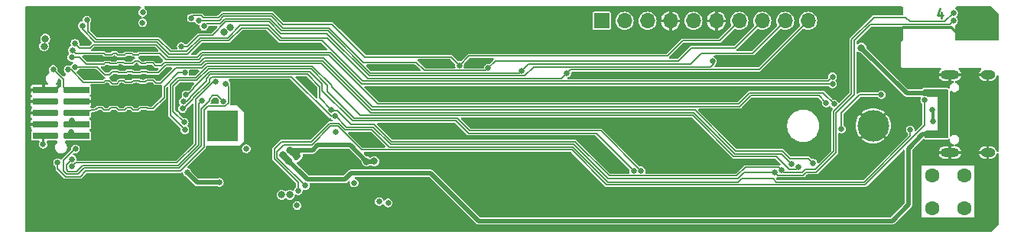
<source format=gbr>
%TF.GenerationSoftware,KiCad,Pcbnew,8.0.3*%
%TF.CreationDate,2025-03-20T13:05:17+01:00*%
%TF.ProjectId,Methanesense,4d657468-616e-4657-9365-6e73652e6b69,v2.0.0*%
%TF.SameCoordinates,Original*%
%TF.FileFunction,Copper,L4,Bot*%
%TF.FilePolarity,Positive*%
%FSLAX46Y46*%
G04 Gerber Fmt 4.6, Leading zero omitted, Abs format (unit mm)*
G04 Created by KiCad (PCBNEW 8.0.3) date 2025-03-20 13:05:17*
%MOMM*%
%LPD*%
G01*
G04 APERTURE LIST*
%ADD10C,0.250000*%
%TA.AperFunction,NonConductor*%
%ADD11C,0.250000*%
%TD*%
%TA.AperFunction,ComponentPad*%
%ADD12R,1.700000X1.700000*%
%TD*%
%TA.AperFunction,ComponentPad*%
%ADD13O,1.700000X1.700000*%
%TD*%
%TA.AperFunction,HeatsinkPad*%
%ADD14C,0.650000*%
%TD*%
%TA.AperFunction,HeatsinkPad*%
%ADD15R,2.500000X2.500000*%
%TD*%
%TA.AperFunction,ComponentPad*%
%ADD16O,2.100000X1.000000*%
%TD*%
%TA.AperFunction,ComponentPad*%
%ADD17O,1.600000X1.000000*%
%TD*%
%TA.AperFunction,ComponentPad*%
%ADD18C,1.600000*%
%TD*%
%TA.AperFunction,SMDPad,CuDef*%
%ADD19R,2.400000X0.740000*%
%TD*%
%TA.AperFunction,ConnectorPad*%
%ADD20C,0.787400*%
%TD*%
%TA.AperFunction,ComponentPad*%
%ADD21R,3.500000X3.500000*%
%TD*%
%TA.AperFunction,ComponentPad*%
%ADD22C,3.500000*%
%TD*%
%TA.AperFunction,ViaPad*%
%ADD23C,0.650000*%
%TD*%
%TA.AperFunction,ViaPad*%
%ADD24C,0.800000*%
%TD*%
%TA.AperFunction,Conductor*%
%ADD25C,0.150000*%
%TD*%
%TA.AperFunction,Conductor*%
%ADD26C,0.300000*%
%TD*%
%TA.AperFunction,Conductor*%
%ADD27C,0.200000*%
%TD*%
%TA.AperFunction,Conductor*%
%ADD28C,0.310000*%
%TD*%
%TA.AperFunction,Conductor*%
%ADD29C,0.250000*%
%TD*%
%TA.AperFunction,Conductor*%
%ADD30C,0.500000*%
%TD*%
G04 APERTURE END LIST*
D10*
D11*
X144490976Y-50620248D02*
X144490976Y-51286915D01*
X144252881Y-50239296D02*
X144014786Y-50953581D01*
X144014786Y-50953581D02*
X144633833Y-50953581D01*
D12*
%TO.P,J5,1,Pin_1*%
%TO.N,+2V0*%
X106840000Y-51600000D03*
D13*
%TO.P,J5,2,Pin_2*%
%TO.N,VCC*%
X109380000Y-51600000D03*
%TO.P,J5,3,Pin_3*%
%TO.N,+BATT*%
X111920000Y-51600000D03*
%TO.P,J5,4,Pin_4*%
%TO.N,GND*%
X114460000Y-51600000D03*
%TO.P,J5,5,Pin_5*%
%TO.N,+5VL*%
X117000000Y-51600000D03*
%TO.P,J5,6,Pin_6*%
%TO.N,GND*%
X119540000Y-51600000D03*
%TO.P,J5,7,Pin_7*%
%TO.N,P0.07*%
X122080000Y-51600000D03*
%TO.P,J5,8,Pin_8*%
%TO.N,P0.06*%
X124620000Y-51600000D03*
%TO.P,J5,9,Pin_9*%
%TO.N,P0.05*%
X127160000Y-51600000D03*
%TO.P,J5,10,Pin_10*%
%TO.N,P0.11*%
X129700000Y-51600000D03*
%TD*%
D14*
%TO.P,U3,33,AVSS*%
%TO.N,GND*%
X78015686Y-68200000D03*
X78015686Y-67200000D03*
X78015686Y-66200000D03*
X77015686Y-68200000D03*
X77015686Y-67200000D03*
D15*
X77015686Y-67200000D03*
D14*
X77015686Y-66200000D03*
X76015686Y-68200000D03*
X76015686Y-67200000D03*
X76015686Y-66200000D03*
%TD*%
D16*
%TO.P,J1,S1,SHIELD*%
%TO.N,GND*%
X145395000Y-66210000D03*
D17*
X149575000Y-66210000D03*
D16*
X145395000Y-57570000D03*
D17*
X149575000Y-57570000D03*
%TD*%
D18*
%TO.P,S1,1,Rh-*%
%TO.N,Net-(S1-Rh-)*%
X147000000Y-72400000D03*
%TO.P,S1,2,Rs-*%
%TO.N,AIN1*%
X143400000Y-72400000D03*
%TO.P,S1,3,Rs+*%
%TO.N,+2V0*%
X143400000Y-68800000D03*
%TO.P,S1,4,Rh+*%
X147000000Y-68800000D03*
%TD*%
D19*
%TO.P,J6,1,Pin_1*%
%TO.N,+2V0*%
X45034000Y-64350000D03*
D20*
X46349000Y-64350000D03*
%TO.P,J6,2,Pin_2*%
%TO.N,SWDIO*%
X47619000Y-64350000D03*
D19*
X48934000Y-64350000D03*
%TO.P,J6,3,Pin_3*%
%TO.N,GND*%
X45034000Y-63080000D03*
D20*
X46349000Y-63080000D03*
%TO.P,J6,4,Pin_4*%
%TO.N,SWDCLK*%
X47619000Y-63080000D03*
D19*
X48934000Y-63080000D03*
%TO.P,J6,5,Pin_5*%
%TO.N,GND*%
X45034000Y-61810000D03*
D20*
X46349000Y-61810000D03*
%TO.P,J6,6,Pin_6*%
%TO.N,SWO*%
X47619000Y-61810000D03*
D19*
X48934000Y-61810000D03*
%TO.P,J6,7,Pin_7*%
%TO.N,GND*%
X45034000Y-60540000D03*
D20*
X46349000Y-60540000D03*
%TO.P,J6,8,Pin_8*%
X47619000Y-60540000D03*
D19*
X48934000Y-60540000D03*
%TO.P,J6,9,Pin_9*%
X45034000Y-59270000D03*
D20*
X46349000Y-59270000D03*
%TO.P,J6,10,Pin_10*%
%TO.N,~{RESET}*%
X47619000Y-59270000D03*
D19*
X48934000Y-59270000D03*
%TD*%
D21*
%TO.P,BT1,1,+*%
%TO.N,Net-(BT1-+)*%
X64895000Y-63250000D03*
D22*
%TO.P,BT1,2,-*%
%TO.N,GND*%
X136895000Y-63250000D03*
%TD*%
D23*
%TO.N,GND*%
X60360000Y-59148603D03*
X130807025Y-70730498D03*
X134967137Y-74670965D03*
X91000000Y-69000000D03*
X115360570Y-59337152D03*
X58078693Y-71921423D03*
X72084820Y-62658533D03*
X104051906Y-54619289D03*
X48400000Y-50800000D03*
X83663828Y-60233283D03*
X89000000Y-67000000D03*
X99900000Y-69500000D03*
X89000000Y-63500000D03*
X59471693Y-72827300D03*
X43325000Y-63500000D03*
X53000000Y-50400000D03*
X123000000Y-65000000D03*
X80465686Y-64549997D03*
X129724696Y-68950001D03*
X56927801Y-73741163D03*
X110993552Y-50329326D03*
X51295000Y-59800000D03*
X80465686Y-65250000D03*
X45034000Y-61810000D03*
X150435838Y-64985153D03*
X48400000Y-60550000D03*
X68000000Y-53100000D03*
X123321269Y-56289503D03*
X96540855Y-66692484D03*
X69654073Y-70125114D03*
X61233319Y-53064598D03*
X54495000Y-61800000D03*
X89967137Y-74670965D03*
X43325000Y-67500000D03*
X56095000Y-61800000D03*
X54495000Y-63800000D03*
X58024265Y-69875735D03*
X100993552Y-50329326D03*
X43325000Y-62500000D03*
X92500000Y-56300000D03*
X138400000Y-72000000D03*
X93493552Y-50329326D03*
X59500000Y-69500000D03*
X141800000Y-62800000D03*
X138200000Y-72800000D03*
X45700000Y-68100000D03*
X125250000Y-57000000D03*
X133200000Y-72200000D03*
X54956344Y-72570122D03*
X54830126Y-70382827D03*
X128493552Y-50329326D03*
X60992882Y-73083680D03*
X44800000Y-51000000D03*
X101513180Y-51724250D03*
X47600000Y-50800000D03*
X49437911Y-70308999D03*
X147661754Y-57133617D03*
X71334306Y-68958591D03*
X52895000Y-55800000D03*
X93750000Y-62750000D03*
X64600000Y-54500000D03*
X50540264Y-72024066D03*
X128751305Y-70667097D03*
D24*
X142500000Y-65200000D03*
D23*
X77000000Y-70500000D03*
X44417080Y-56532074D03*
X138200000Y-60700000D03*
X43325000Y-66500000D03*
X117000000Y-63100000D03*
X51500000Y-69400000D03*
X61815788Y-71225000D03*
X44900000Y-66900000D03*
X85187708Y-63647945D03*
X51700000Y-52100000D03*
X90000000Y-56300000D03*
X46200000Y-70300000D03*
X93778452Y-60111347D03*
X144967137Y-74670965D03*
X43325000Y-60500000D03*
X69100000Y-68000000D03*
X125200000Y-72400000D03*
X52895000Y-63800000D03*
X120600000Y-67200000D03*
X105566234Y-54485671D03*
X115100000Y-55400000D03*
X55295000Y-56800000D03*
D24*
X143500000Y-58600000D03*
D23*
X139700000Y-61000000D03*
X142100000Y-57200000D03*
X125815457Y-54262976D03*
X146400000Y-53200000D03*
X112467137Y-74670965D03*
X69967137Y-74670965D03*
X104416388Y-59494878D03*
X139800000Y-52800000D03*
X58700000Y-69600000D03*
X120993552Y-50329326D03*
X57695000Y-63800000D03*
X84967137Y-74670965D03*
X126000000Y-61000000D03*
X94000000Y-69000000D03*
X56895000Y-66700000D03*
X74000000Y-51300000D03*
X112587523Y-72556738D03*
X143222695Y-57222695D03*
X64900000Y-73400000D03*
X56927801Y-73041160D03*
X56095000Y-57800000D03*
D24*
X82762741Y-63324999D03*
D23*
X115271492Y-64500000D03*
X132467137Y-74670965D03*
X109700000Y-71700000D03*
X52095000Y-62800000D03*
X73100000Y-60900000D03*
X103493552Y-50329326D03*
X118600000Y-53200000D03*
X53695000Y-58800000D03*
X57704149Y-57935037D03*
X132900000Y-67100000D03*
X52095000Y-58800000D03*
X61217277Y-61506721D03*
X51861048Y-72063076D03*
X102467137Y-74670965D03*
X99967137Y-74670965D03*
X49892288Y-72273336D03*
X98493552Y-50329326D03*
X55295000Y-60800000D03*
X94200000Y-54900000D03*
X68400000Y-66400000D03*
X43325000Y-53500000D03*
X107467137Y-74670965D03*
X58537509Y-70230625D03*
X125993552Y-50329326D03*
X133493552Y-50329326D03*
X57695000Y-61800000D03*
X51591148Y-70617046D03*
X60283564Y-73092226D03*
X146000000Y-60000000D03*
X56895000Y-64800000D03*
X95993552Y-50329326D03*
X72000000Y-51300000D03*
X96300000Y-72725000D03*
X71000000Y-59000000D03*
X135993552Y-50329326D03*
X150435838Y-69985153D03*
X44204184Y-73528949D03*
X56895000Y-60800000D03*
X71993552Y-50329326D03*
X92000000Y-67000000D03*
X113493552Y-50329326D03*
X77493552Y-50329326D03*
X132874898Y-52258718D03*
X56095000Y-65800000D03*
X52095000Y-66700000D03*
X46000000Y-66800000D03*
X51187194Y-72024066D03*
X133704110Y-59295890D03*
X77467137Y-74670965D03*
X51000000Y-52184998D03*
X72467137Y-74670965D03*
X97250000Y-59250000D03*
X54495000Y-55800000D03*
X138300000Y-59000000D03*
X119090225Y-71643687D03*
X61625287Y-73297331D03*
X45000000Y-67800000D03*
X139848827Y-50345822D03*
X67467137Y-74670965D03*
X57695000Y-65800000D03*
X69800000Y-67500000D03*
X71500000Y-54500000D03*
X139000000Y-68000000D03*
X63140084Y-54493516D03*
X44426286Y-72148463D03*
X135700000Y-60600000D03*
X43325000Y-64500000D03*
D24*
X142500000Y-58600000D03*
D23*
X132429507Y-55665957D03*
X47890867Y-73530508D03*
X55408842Y-70830265D03*
X130000000Y-66000000D03*
X46600000Y-68900000D03*
X45000000Y-73524592D03*
X48700000Y-51500000D03*
X43325000Y-57500000D03*
X74250000Y-63500000D03*
X74594990Y-64276195D03*
X60400000Y-65900000D03*
X56895000Y-58800000D03*
X92467137Y-74670965D03*
X58000000Y-74000000D03*
X83099666Y-59372195D03*
X60475000Y-53050000D03*
X122467137Y-74670965D03*
X123750000Y-60750000D03*
X52300000Y-69500000D03*
X127200000Y-72800000D03*
X56940380Y-74638990D03*
X45700000Y-50754890D03*
X67900000Y-53900000D03*
X54495000Y-59800000D03*
X118493552Y-50329326D03*
X44960755Y-70574750D03*
X49800000Y-69600000D03*
X93000000Y-52000000D03*
X56095000Y-59800000D03*
X43325000Y-54500000D03*
X72000000Y-61400000D03*
X138200000Y-66200000D03*
X60900000Y-62100889D03*
X56300000Y-71900000D03*
X51987840Y-73524592D03*
X130826101Y-55576878D03*
X137467137Y-74670965D03*
X53752971Y-54800000D03*
X71000000Y-72000000D03*
X131800000Y-65800000D03*
X68000000Y-72000000D03*
X110000000Y-59500000D03*
X64673096Y-68364012D03*
X87467137Y-74670965D03*
X57695000Y-59800000D03*
X53287220Y-72070513D03*
X117467137Y-74670965D03*
X53695000Y-56800000D03*
X53695000Y-62800000D03*
X57534798Y-52207582D03*
X147000000Y-60000000D03*
X52895000Y-59800000D03*
X43325000Y-61500000D03*
X133500000Y-55500000D03*
X56895000Y-56800000D03*
X54392576Y-72920879D03*
X69837719Y-68934583D03*
X120225971Y-70686097D03*
X64800000Y-72600000D03*
X87800000Y-55000000D03*
X142467137Y-74670965D03*
X43325000Y-55500000D03*
X87943835Y-59331914D03*
X44800000Y-58300000D03*
X86503683Y-69280988D03*
X137822534Y-54432539D03*
X74267234Y-62866382D03*
X53997188Y-71653635D03*
X50600000Y-69600000D03*
X55900000Y-70200000D03*
X51295000Y-61800000D03*
X52100000Y-54800000D03*
X61153620Y-64470975D03*
X46400000Y-71100000D03*
X82944816Y-54997871D03*
X79967137Y-74670965D03*
X104882265Y-68481414D03*
X113200000Y-67000000D03*
X54753056Y-73524592D03*
X104967137Y-74670965D03*
X100200000Y-72700000D03*
X126000000Y-65000000D03*
X95000000Y-67000000D03*
X136126751Y-53858480D03*
X51295000Y-65800000D03*
X113700000Y-54800000D03*
X53219468Y-69507402D03*
X86659570Y-71196168D03*
X110895038Y-72556738D03*
X57695000Y-55800000D03*
X61100000Y-58900000D03*
X94967137Y-74670965D03*
X70900000Y-60900000D03*
X123493552Y-50329326D03*
X55295000Y-64800000D03*
X53695000Y-66700000D03*
X115300000Y-62900000D03*
X73848036Y-64351270D03*
X115993552Y-50329326D03*
X101513180Y-54441132D03*
X54495000Y-65800000D03*
X82493552Y-50329326D03*
X52895000Y-65800000D03*
X52095000Y-64800000D03*
X48525000Y-52300000D03*
X101051215Y-59425595D03*
X73900000Y-58200000D03*
X54518393Y-72049928D03*
X51295000Y-57800000D03*
X54500000Y-50400000D03*
X103300000Y-69500000D03*
X60600000Y-51285000D03*
X52895000Y-61800000D03*
X55295000Y-58800000D03*
X53122159Y-70399930D03*
X53695000Y-64800000D03*
X64967137Y-74670965D03*
X63983052Y-60448514D03*
X68596527Y-70042790D03*
X125400000Y-67200000D03*
X59517451Y-71108015D03*
X46400000Y-71900000D03*
X43325000Y-50500000D03*
X87966105Y-60200425D03*
X73993552Y-50329326D03*
X44625000Y-52000000D03*
X72000000Y-59000000D03*
X50212134Y-70497250D03*
X132500000Y-59500000D03*
X97467137Y-74670965D03*
X43325000Y-59500000D03*
X55286515Y-52206569D03*
X119500000Y-59500000D03*
X139465531Y-54387041D03*
X59234519Y-51285000D03*
X53371023Y-73524592D03*
X150435838Y-71985153D03*
X53695000Y-60800000D03*
X64900000Y-71100000D03*
X46300000Y-69500000D03*
X56095000Y-55800000D03*
X57595000Y-69425735D03*
X56700000Y-52300000D03*
X113389226Y-70775175D03*
X79000000Y-52000000D03*
X43325000Y-72500000D03*
X59112940Y-70566768D03*
X55295000Y-54800000D03*
X104993552Y-50329326D03*
X50889626Y-70590556D03*
X90993552Y-50329326D03*
X114967137Y-74670965D03*
X147467137Y-74670965D03*
X52900000Y-72800000D03*
X127467137Y-74670965D03*
X59879731Y-51285000D03*
X102523991Y-67093335D03*
X64900000Y-70400000D03*
X43325000Y-52500000D03*
X46500000Y-56000000D03*
X54495000Y-57800000D03*
X69500000Y-66200000D03*
X82467137Y-74670965D03*
X139967137Y-74670965D03*
X52000000Y-72800000D03*
X100750000Y-63000000D03*
X55700000Y-69500000D03*
X46700000Y-50900000D03*
X47000000Y-73524594D03*
X55295000Y-62800000D03*
X61700000Y-74100000D03*
X119000000Y-62000000D03*
X55295000Y-66700000D03*
X61300000Y-70500000D03*
X64700000Y-67500000D03*
X61122313Y-71300000D03*
X109659570Y-65349925D03*
X52497014Y-72142920D03*
X66961860Y-53438139D03*
X69749062Y-68136673D03*
X45000000Y-69000000D03*
X56095000Y-63800000D03*
X52095000Y-60800000D03*
X43325000Y-56500000D03*
X75400000Y-54500000D03*
X44700000Y-52700000D03*
X45500000Y-55800000D03*
X43325000Y-69500000D03*
X49300000Y-50900000D03*
X150435838Y-58985153D03*
X60967137Y-74670965D03*
X107555757Y-72632062D03*
X56395000Y-69511081D03*
X150100000Y-74200000D03*
X74967137Y-74670965D03*
X85500000Y-52000000D03*
X52895000Y-57800000D03*
X150435838Y-60985153D03*
X52095000Y-56800000D03*
X105500000Y-64684302D03*
X48800000Y-73520771D03*
X58480384Y-74657269D03*
D24*
X82473632Y-69400000D03*
D23*
X136800000Y-72800000D03*
X56900000Y-71400000D03*
X122800000Y-67200000D03*
X117208941Y-59359422D03*
X60400000Y-65200000D03*
X47000000Y-56800000D03*
X136200000Y-68000000D03*
X146000000Y-63000000D03*
X108000000Y-67500000D03*
X83493552Y-50329326D03*
X108493552Y-50329326D03*
X150435838Y-67985153D03*
X123100000Y-54300000D03*
X59000000Y-74000000D03*
X130993552Y-50329326D03*
X85993552Y-50329326D03*
X45034000Y-63080000D03*
X52671020Y-73524592D03*
X43325000Y-51500000D03*
X93711643Y-59220566D03*
X110000000Y-54000000D03*
X64800000Y-71800000D03*
D24*
X143500000Y-65200000D03*
D23*
X43325000Y-68500000D03*
X43325000Y-58500000D03*
X65300000Y-54400000D03*
X56710891Y-70259421D03*
X150435838Y-62985153D03*
X119967137Y-74670965D03*
X43325000Y-65500000D03*
X43325000Y-71500000D03*
X58711098Y-72545282D03*
X106100000Y-63200000D03*
X56895000Y-62800000D03*
X85576878Y-66803831D03*
X86000000Y-56800000D03*
X150400000Y-52400000D03*
X61145350Y-65193243D03*
X117231210Y-65349925D03*
X43400000Y-73524592D03*
X51295000Y-55800000D03*
X118099722Y-67153757D03*
X43325000Y-70500000D03*
X60342228Y-64415544D03*
X57605224Y-71226887D03*
X124967137Y-74670965D03*
X88493552Y-50329326D03*
X121000000Y-54000000D03*
X45100000Y-72300000D03*
X51295000Y-63800000D03*
X56764404Y-72380358D03*
X129967137Y-74670965D03*
X150276587Y-51019051D03*
X45034000Y-60540000D03*
X87300000Y-56300000D03*
X74600000Y-58700000D03*
X109967137Y-74670965D03*
X54062317Y-73524594D03*
X61497318Y-57350000D03*
X79493552Y-50329326D03*
X53700000Y-72700000D03*
%TO.N,/POWER/USBDN*%
X143485438Y-62763088D03*
X143473382Y-61503088D03*
%TO.N,+2V0*%
X82214559Y-71651850D03*
X77400000Y-63900000D03*
X56017399Y-50653333D03*
X56000000Y-51800000D03*
X45000000Y-65300000D03*
X83200000Y-71800000D03*
D24*
%TO.N,VCC*%
X80815686Y-67200000D03*
D23*
X60933355Y-68403730D03*
D24*
X65725833Y-52325000D03*
X72300000Y-70900000D03*
D23*
X73100000Y-72100000D03*
D24*
X72350000Y-65965686D03*
X45105542Y-54418770D03*
X45233111Y-53591773D03*
X81656386Y-67189070D03*
D23*
X64529631Y-69533063D03*
D24*
X71400000Y-70900000D03*
X65000000Y-52875000D03*
D23*
X79435093Y-69598432D03*
D24*
X72950000Y-66565686D03*
D23*
%TO.N,+5VL*%
X143500000Y-64200000D03*
X142799997Y-64200000D03*
X142700000Y-59600000D03*
X143500000Y-59600000D03*
D24*
X72181832Y-67124634D03*
X135600000Y-54600000D03*
X71515686Y-66500000D03*
D23*
%TO.N,+BATT*%
X67500000Y-65800000D03*
%TO.N,/POWER/CC1*%
X141000000Y-63700000D03*
X73242637Y-70452178D03*
%TO.N,/POWER/CC2*%
X74015686Y-69900000D03*
X142600000Y-60400000D03*
%TO.N,+1V8SIM*%
X48204062Y-67750000D03*
X64080025Y-58387130D03*
%TO.N,P0.06*%
X94277263Y-56850000D03*
X62269323Y-51570683D03*
%TO.N,P0.07*%
X61400000Y-51300000D03*
X91100000Y-56550000D03*
%TO.N,P0.05*%
X62800000Y-52200000D03*
X97986091Y-57150000D03*
%TO.N,~{RESET}*%
X46113580Y-56997464D03*
%TO.N,SWDIO*%
X48113107Y-63924999D03*
%TO.N,SWDCLK*%
X48197919Y-62654999D03*
%TO.N,SWO*%
X60697315Y-57350000D03*
%TO.N,SIM_RST*%
X46594637Y-67335173D03*
X65218934Y-58576667D03*
%TO.N,SIM_CLK*%
X48588348Y-65809569D03*
X64912341Y-60509841D03*
%TO.N,SIM_IO*%
X48196841Y-66950030D03*
X62546459Y-60455766D03*
%TO.N,P0.12*%
X132400000Y-57800000D03*
X49332938Y-52131393D03*
%TO.N,P0.29*%
X76924265Y-61475735D03*
X126769222Y-68180222D03*
X145800000Y-50724997D03*
X60515579Y-60547937D03*
%TO.N,P0.31*%
X110400000Y-68250000D03*
X60815484Y-59806279D03*
%TO.N,P0.15{slash}AIN2*%
X48229499Y-54841147D03*
X132572919Y-60825000D03*
%TO.N,P0.11*%
X103000000Y-57375000D03*
X49841493Y-51513839D03*
%TO.N,P0.16{slash}AIN3*%
X137800000Y-59800000D03*
X48167472Y-55641294D03*
X133400000Y-63600000D03*
X131703520Y-60733419D03*
%TO.N,P0.19{slash}AIN6*%
X47767062Y-57027199D03*
X127893686Y-67525000D03*
%TO.N,P0.26*%
X60700000Y-63700000D03*
X128624696Y-67850000D03*
%TO.N,P0.14{slash}AIN1*%
X48520500Y-54088730D03*
X132400000Y-58600000D03*
%TO.N,P0.28*%
X145800000Y-51600000D03*
X60434045Y-61343774D03*
X126000000Y-68400000D03*
X77322101Y-62200000D03*
%TO.N,P0.27*%
X60632750Y-62854932D03*
X111200000Y-68250000D03*
%TO.N,P0.04*%
X60300757Y-54449621D03*
X119100000Y-56100000D03*
%TO.N,P0.18{slash}AIN5*%
X130212653Y-67387347D03*
X48556147Y-56717246D03*
%TD*%
D25*
%TO.N,GND*%
X60413342Y-62100889D02*
X59800000Y-61487547D01*
D26*
X43555000Y-59270000D02*
X43325000Y-59500000D01*
X45034000Y-58534000D02*
X44800000Y-58300000D01*
X146400000Y-53200000D02*
X145575000Y-52375000D01*
D27*
X43355000Y-58470000D02*
X43325000Y-58500000D01*
D26*
X150276587Y-52276587D02*
X150400000Y-52400000D01*
D27*
X45034000Y-58470000D02*
X45034000Y-57734000D01*
D26*
X140225000Y-52375000D02*
X139800000Y-52800000D01*
D25*
X60851397Y-59148603D02*
X60360000Y-59148603D01*
D26*
X145575000Y-52375000D02*
X140225000Y-52375000D01*
D27*
X45034000Y-58470000D02*
X43355000Y-58470000D01*
X45034000Y-57734000D02*
X44800000Y-57500000D01*
D25*
X60900000Y-62100889D02*
X60413342Y-62100889D01*
X61100000Y-58900000D02*
X60851397Y-59148603D01*
D26*
X48924000Y-60550000D02*
X48934000Y-60540000D01*
X48400000Y-60550000D02*
X48924000Y-60550000D01*
D25*
X59800000Y-59708603D02*
X60360000Y-59148603D01*
D26*
X149600000Y-53200000D02*
X146400000Y-53200000D01*
X150276587Y-51019051D02*
X150276587Y-52276587D01*
X150400000Y-52400000D02*
X149600000Y-53200000D01*
X45034000Y-59270000D02*
X43555000Y-59270000D01*
D25*
X59800000Y-61487547D02*
X59800000Y-59708603D01*
D26*
X46349000Y-59270000D02*
X45034000Y-59270000D01*
X45034000Y-59270000D02*
X45034000Y-58534000D01*
D28*
%TO.N,/POWER/USBDN*%
X143485438Y-62763088D02*
X143485438Y-61515144D01*
X143485438Y-61515144D02*
X143473382Y-61503088D01*
D29*
%TO.N,+2V0*%
X45000000Y-65300000D02*
X45000000Y-64384000D01*
X45000000Y-64384000D02*
X45034000Y-64350000D01*
D30*
%TO.N,VCC*%
X74829409Y-65965686D02*
X75395095Y-65400000D01*
X72950000Y-66565686D02*
X72350000Y-65965686D01*
X62062688Y-69533063D02*
X64529631Y-69533063D01*
X60933355Y-68403730D02*
X62062688Y-69533063D01*
D26*
X73550000Y-65965686D02*
X73800000Y-65965686D01*
D30*
X73800000Y-65965686D02*
X74829409Y-65965686D01*
X81645456Y-67200000D02*
X81656386Y-67189070D01*
X80815686Y-67200000D02*
X81645456Y-67200000D01*
X72350000Y-65965686D02*
X73800000Y-65965686D01*
X79015686Y-65400000D02*
X80815686Y-67200000D01*
D26*
X72950000Y-66565686D02*
X73550000Y-65965686D01*
D30*
X75395095Y-65400000D02*
X79015686Y-65400000D01*
%TO.N,+5VL*%
X140800000Y-65768629D02*
X142368629Y-64200000D01*
X73557198Y-68500000D02*
X73600000Y-68500000D01*
X71557198Y-66500000D02*
X72181832Y-67124634D01*
X140600000Y-59600000D02*
X135600000Y-54600000D01*
X143500000Y-64200000D02*
X144400000Y-64200000D01*
X93200000Y-73800000D02*
X139000000Y-73800000D01*
X72181832Y-67124634D02*
X73557198Y-68500000D01*
X139000000Y-73800000D02*
X140800000Y-72000000D01*
X79100000Y-68500000D02*
X87900000Y-68500000D01*
X87900000Y-68500000D02*
X93200000Y-73800000D01*
X142700000Y-59600000D02*
X140600000Y-59600000D01*
X144600000Y-60000000D02*
X144200000Y-59600000D01*
X144200000Y-59600000D02*
X143500000Y-59600000D01*
X140800000Y-72000000D02*
X140800000Y-65768629D01*
X74300000Y-69200000D02*
X78400000Y-69200000D01*
X144400000Y-64200000D02*
X144600000Y-64000000D01*
X71515686Y-66500000D02*
X71557198Y-66500000D01*
X78400000Y-69200000D02*
X79100000Y-68500000D01*
X73600000Y-68500000D02*
X74300000Y-69200000D01*
X142368629Y-64200000D02*
X142799997Y-64200000D01*
X144600000Y-64000000D02*
X144600000Y-60000000D01*
D25*
%TO.N,/POWER/CC1*%
X81405330Y-63700000D02*
X78451472Y-63700000D01*
X77740381Y-62988909D02*
X76710170Y-62988909D01*
X141000000Y-63700000D02*
X141000000Y-64375736D01*
X107524264Y-69500000D02*
X103643198Y-65618934D01*
X70590686Y-65809314D02*
X70590686Y-66899264D01*
X70590686Y-66899264D02*
X73242637Y-69551215D01*
X71359314Y-65040686D02*
X70590686Y-65809314D01*
X73242637Y-69551215D02*
X73242637Y-70452178D01*
X122312132Y-69136396D02*
X121948528Y-69500000D01*
X141000000Y-64375736D02*
X135875736Y-69500000D01*
X103643198Y-65618934D02*
X83324264Y-65618934D01*
X121948528Y-69500000D02*
X107524264Y-69500000D01*
X125836396Y-69136396D02*
X122312132Y-69136396D01*
X135875736Y-69500000D02*
X126200000Y-69500000D01*
X83324264Y-65618934D02*
X81405330Y-63700000D01*
X74658393Y-65040686D02*
X71359314Y-65040686D01*
X126200000Y-69500000D02*
X125836396Y-69136396D01*
X76710170Y-62988909D02*
X74658393Y-65040686D01*
X78451472Y-63700000D02*
X77740381Y-62988909D01*
%TO.N,/POWER/CC2*%
X142600000Y-63200000D02*
X136000000Y-69800000D01*
X70890686Y-66775000D02*
X74015686Y-69900000D01*
X76834434Y-63288909D02*
X74782657Y-65340686D01*
X74782657Y-65340686D02*
X71659314Y-65340686D01*
X77616117Y-63288909D02*
X76834434Y-63288909D01*
X80246142Y-65918934D02*
X77616117Y-63288909D01*
X107400000Y-69800000D02*
X103518934Y-65918934D01*
X70890686Y-66109314D02*
X70890686Y-66775000D01*
X136000000Y-69800000D02*
X107400000Y-69800000D01*
X103518934Y-65918934D02*
X80246142Y-65918934D01*
X142600000Y-60400000D02*
X142600000Y-63200000D01*
X71659314Y-65340686D02*
X70890686Y-66109314D01*
%TO.N,+1V8SIM*%
X61900000Y-60315100D02*
X61900000Y-65251472D01*
X64080025Y-58387130D02*
X63827970Y-58387130D01*
X48603945Y-67350117D02*
X48204062Y-67750000D01*
X59801355Y-67350117D02*
X48603945Y-67350117D01*
X63827970Y-58387130D02*
X61900000Y-60315100D01*
X61900000Y-65251472D02*
X59801355Y-67350117D01*
%TO.N,P0.06*%
X95077263Y-56050000D02*
X115350000Y-56050000D01*
X94277263Y-56850000D02*
X95077263Y-56050000D01*
X94277263Y-56850000D02*
X94027263Y-57100000D01*
X64975736Y-51100000D02*
X64505053Y-51570683D01*
X121620000Y-54600000D02*
X124620000Y-51600000D01*
X94027263Y-57100000D02*
X87200000Y-57100000D01*
X76648528Y-52400000D02*
X71548528Y-52400000D01*
X80448528Y-56200000D02*
X76648528Y-52400000D01*
X86300000Y-56200000D02*
X80448528Y-56200000D01*
X64505053Y-51570683D02*
X62269323Y-51570683D01*
X115350000Y-56050000D02*
X116800000Y-54600000D01*
X70248528Y-51100000D02*
X64975736Y-51100000D01*
X116800000Y-54600000D02*
X121620000Y-54600000D01*
X71548528Y-52400000D02*
X70248528Y-51100000D01*
X87200000Y-57100000D02*
X86300000Y-56200000D01*
%TO.N,P0.07*%
X90150000Y-55600000D02*
X80600000Y-55600000D01*
X114100000Y-55500000D02*
X115800000Y-53800000D01*
X62520683Y-51020683D02*
X61679317Y-51020683D01*
X119880000Y-53800000D02*
X122080000Y-51600000D01*
X62750000Y-51250000D02*
X62520683Y-51020683D01*
X64851472Y-50800000D02*
X64401472Y-51250000D01*
X77000000Y-52000000D02*
X71572792Y-52000000D01*
X70372792Y-50800000D02*
X64851472Y-50800000D01*
X64401472Y-51250000D02*
X62750000Y-51250000D01*
X115800000Y-53800000D02*
X119880000Y-53800000D01*
X80600000Y-55600000D02*
X77000000Y-52000000D01*
X92150000Y-55500000D02*
X114100000Y-55500000D01*
X61679317Y-51020683D02*
X61400000Y-51300000D01*
X91100000Y-56550000D02*
X90150000Y-55600000D01*
X91100000Y-56550000D02*
X92150000Y-55500000D01*
X71572792Y-52000000D02*
X70372792Y-50800000D01*
%TO.N,P0.05*%
X64600000Y-51900000D02*
X65100000Y-51400000D01*
X97736091Y-57400000D02*
X97986091Y-57150000D01*
X81224264Y-57400000D02*
X97736091Y-57400000D01*
X97986091Y-57150000D02*
X98736091Y-56400000D01*
X71424264Y-52700000D02*
X76524264Y-52700000D01*
X63100000Y-51900000D02*
X64600000Y-51900000D01*
X123560000Y-55200000D02*
X127160000Y-51600000D01*
X70124264Y-51400000D02*
X71424264Y-52700000D01*
X65100000Y-51400000D02*
X70124264Y-51400000D01*
X62800000Y-52200000D02*
X63100000Y-51900000D01*
X76524264Y-52700000D02*
X81224264Y-57400000D01*
X98736091Y-56400000D02*
X116700000Y-56400000D01*
X117900000Y-55200000D02*
X123560000Y-55200000D01*
X116700000Y-56400000D02*
X117900000Y-55200000D01*
%TO.N,~{RESET}*%
X46113580Y-56997464D02*
X47249700Y-58133584D01*
X47249700Y-58900700D02*
X47619000Y-59270000D01*
X47249700Y-58133584D02*
X47249700Y-58900700D01*
%TO.N,SWDCLK*%
X48197919Y-62654999D02*
X48622920Y-63080000D01*
X48622920Y-63080000D02*
X48934000Y-63080000D01*
%TO.N,SWO*%
X54250000Y-61250000D02*
X54722818Y-61250000D01*
X50932180Y-61385002D02*
X51067182Y-61250000D01*
X51772818Y-61500000D02*
X52250000Y-61500000D01*
X59950000Y-57350000D02*
X60697315Y-57350000D01*
X57150000Y-61350000D02*
X58400000Y-60100000D01*
X58400000Y-58900000D02*
X59950000Y-57350000D01*
X54722818Y-61250000D02*
X54972818Y-61500000D01*
X56500000Y-61250000D02*
X56600000Y-61350000D01*
X55500000Y-61500000D02*
X55750000Y-61250000D01*
X50932180Y-61385002D02*
X48934000Y-61810000D01*
X53372818Y-61500000D02*
X54000000Y-61500000D01*
X54972818Y-61500000D02*
X55500000Y-61500000D01*
X56600000Y-61350000D02*
X57150000Y-61350000D01*
X55750000Y-61250000D02*
X56500000Y-61250000D01*
X54000000Y-61500000D02*
X54250000Y-61250000D01*
X51067182Y-61250000D02*
X51522818Y-61250000D01*
X53122818Y-61250000D02*
X53372818Y-61500000D01*
X52500000Y-61250000D02*
X53122818Y-61250000D01*
X51522818Y-61250000D02*
X51772818Y-61500000D01*
X52250000Y-61500000D02*
X52500000Y-61250000D01*
X58400000Y-60100000D02*
X58400000Y-58900000D01*
%TO.N,SIM_RST*%
X65500000Y-58857733D02*
X65500000Y-60700000D01*
X62800000Y-61511647D02*
X62800000Y-65624264D01*
X65218934Y-58576667D02*
X65500000Y-58857733D01*
X46594637Y-68018901D02*
X46594637Y-67335173D01*
X47475736Y-68900000D02*
X46594637Y-68018901D01*
X63251806Y-61059841D02*
X62800000Y-61511647D01*
X65140159Y-61059841D02*
X63251806Y-61059841D01*
X65500000Y-60700000D02*
X65140159Y-61059841D01*
X60174147Y-68250117D02*
X49749883Y-68250117D01*
X62800000Y-65624264D02*
X60174147Y-68250117D01*
X49100000Y-68900000D02*
X47475736Y-68900000D01*
X49749883Y-68250117D02*
X49100000Y-68900000D01*
%TO.N,SIM_CLK*%
X48850117Y-68600000D02*
X49500000Y-67950117D01*
X63400000Y-60253748D02*
X63755234Y-59898514D01*
X62500000Y-61400000D02*
X62500000Y-61387383D01*
X60049883Y-67950117D02*
X62500000Y-65500000D01*
X47250000Y-67075736D02*
X47250000Y-68250000D01*
X47250000Y-68250000D02*
X47600000Y-68600000D01*
X63400000Y-60487383D02*
X63400000Y-60253748D01*
X48588348Y-65809569D02*
X48516167Y-65809569D01*
X63755234Y-59898514D02*
X64301014Y-59898514D01*
X47600000Y-68600000D02*
X48850117Y-68600000D01*
X64301014Y-59898514D02*
X64912341Y-60509841D01*
X49500000Y-67950117D02*
X60049883Y-67950117D01*
X62500000Y-65500000D02*
X62500000Y-61400000D01*
X62500000Y-61387383D02*
X63400000Y-60487383D01*
X48516167Y-65809569D02*
X47250000Y-67075736D01*
%TO.N,SIM_IO*%
X62200000Y-65375736D02*
X59925619Y-67650117D01*
X47724264Y-68300000D02*
X47550000Y-68125736D01*
X47550000Y-68125736D02*
X47550000Y-67596871D01*
X59925619Y-67650117D02*
X49356769Y-67650117D01*
X62546459Y-60455766D02*
X62200000Y-60802225D01*
X47550000Y-67596871D02*
X48196841Y-66950030D01*
X62200000Y-60802225D02*
X62200000Y-65375736D01*
X49356769Y-67650117D02*
X48706886Y-68300000D01*
X48706886Y-68300000D02*
X47724264Y-68300000D01*
%TO.N,P0.12*%
X69851472Y-52400000D02*
X71251472Y-53800000D01*
X80372792Y-58300000D02*
X131900000Y-58300000D01*
X58974264Y-55300000D02*
X61000000Y-55300000D01*
X62500000Y-53800000D02*
X65558981Y-53800000D01*
X131900000Y-58300000D02*
X132400000Y-57800000D01*
X50750000Y-53950000D02*
X57624264Y-53950000D01*
X61000000Y-55300000D02*
X62500000Y-53800000D01*
X75872792Y-53800000D02*
X80372792Y-58300000D01*
X71251472Y-53800000D02*
X75872792Y-53800000D01*
X49332938Y-52532938D02*
X50750000Y-53950000D01*
X65558981Y-53800000D02*
X66958981Y-52400000D01*
X66958981Y-52400000D02*
X69851472Y-52400000D01*
X49332938Y-52131393D02*
X49332938Y-52532938D01*
X57624264Y-53950000D02*
X58974264Y-55300000D01*
%TO.N,P0.29*%
X81653858Y-63100000D02*
X83553858Y-65000000D01*
X145800000Y-50724997D02*
X144824997Y-51700000D01*
X103872792Y-65000000D02*
X107672792Y-68800000D01*
X144824997Y-51700000D02*
X141000000Y-51700000D01*
X63550376Y-57525360D02*
X74225360Y-57525360D01*
X107672792Y-68800000D02*
X121800000Y-68800000D01*
X61300000Y-60147937D02*
X61300000Y-60066572D01*
X134500000Y-59675736D02*
X132500000Y-61675736D01*
X129372614Y-68100001D02*
X129072615Y-68400000D01*
X63100000Y-58266572D02*
X63100000Y-57975736D01*
X75600000Y-58900000D02*
X75600000Y-60151470D01*
X121800000Y-68800000D02*
X122750000Y-67850000D01*
X140500000Y-51200000D02*
X136975736Y-51200000D01*
X74225360Y-57525360D02*
X75600000Y-58900000D01*
X75600000Y-60151470D02*
X76924265Y-61475735D01*
X76924265Y-61475735D02*
X77048530Y-61600000D01*
X132500000Y-66075736D02*
X130475735Y-68100001D01*
X79100000Y-63100000D02*
X81653858Y-63100000D01*
X60900000Y-60547937D02*
X61300000Y-60147937D01*
X77048530Y-61600000D02*
X77600000Y-61600000D01*
X83553858Y-65000000D02*
X103872792Y-65000000D01*
X129072615Y-68400000D02*
X126989000Y-68400000D01*
X130475735Y-68100001D02*
X129372614Y-68100001D01*
X134500000Y-53675736D02*
X134500000Y-59675736D01*
X77600000Y-61600000D02*
X79100000Y-63100000D01*
X126439000Y-67850000D02*
X126769222Y-68180222D01*
X132500000Y-61675736D02*
X132500000Y-66075736D01*
X126989000Y-68400000D02*
X126769222Y-68180222D01*
X61300000Y-60066572D02*
X63100000Y-58266572D01*
X136975736Y-51200000D02*
X134500000Y-53675736D01*
X63100000Y-57975736D02*
X63550376Y-57525360D01*
X60515579Y-60547937D02*
X60900000Y-60547937D01*
X122750000Y-67850000D02*
X126439000Y-67850000D01*
X141000000Y-51700000D02*
X140500000Y-51200000D01*
%TO.N,P0.31*%
X90700000Y-62700000D02*
X92087868Y-64087868D01*
X75900000Y-59324264D02*
X79275736Y-62700000D01*
X60971539Y-59806279D02*
X61650000Y-59127818D01*
X75900000Y-58600000D02*
X75900000Y-59324264D01*
X61650000Y-59001472D02*
X63426112Y-57225360D01*
X79275736Y-62700000D02*
X90700000Y-62700000D01*
X63426112Y-57225360D02*
X74525360Y-57225360D01*
X74525360Y-57225360D02*
X75900000Y-58600000D01*
X106237868Y-64087868D02*
X110400000Y-68250000D01*
X92087868Y-64087868D02*
X106237868Y-64087868D01*
X60815484Y-59806279D02*
X60971539Y-59806279D01*
X61650000Y-59127818D02*
X61650000Y-59001472D01*
%TO.N,P0.15{slash}AIN2*%
X76649624Y-55425360D02*
X62680528Y-55425360D01*
X62205888Y-55900000D02*
X58572818Y-55900000D01*
X53272818Y-55400000D02*
X53072818Y-55200000D01*
X51872182Y-55350000D02*
X51722182Y-55200000D01*
X57922818Y-55250000D02*
X55622818Y-55250000D01*
X54950000Y-55350000D02*
X54850000Y-55250000D01*
X54150000Y-55250000D02*
X54000000Y-55400000D01*
X51722182Y-55200000D02*
X48588352Y-55200000D01*
X123225000Y-59600000D02*
X122000000Y-60825000D01*
X53072818Y-55200000D02*
X52717182Y-55200000D01*
X55522818Y-55350000D02*
X54950000Y-55350000D01*
X55622818Y-55250000D02*
X55522818Y-55350000D01*
X82049264Y-60825000D02*
X76649624Y-55425360D01*
X54000000Y-55400000D02*
X53272818Y-55400000D01*
X58572818Y-55900000D02*
X57922818Y-55250000D01*
X122000000Y-60825000D02*
X82049264Y-60825000D01*
X52567182Y-55350000D02*
X51872182Y-55350000D01*
X62680528Y-55425360D02*
X62205888Y-55900000D01*
X52717182Y-55200000D02*
X52567182Y-55350000D01*
X54850000Y-55250000D02*
X54150000Y-55250000D01*
X131347919Y-59600000D02*
X123225000Y-59600000D01*
X48588352Y-55200000D02*
X48229499Y-54841147D01*
X132572919Y-60825000D02*
X131347919Y-59600000D01*
%TO.N,P0.11*%
X50874264Y-53650000D02*
X57748528Y-53650000D01*
X50000000Y-51672346D02*
X50000000Y-52775736D01*
X124300000Y-57000000D02*
X129700000Y-51600000D01*
X69975736Y-52100000D02*
X71375736Y-53500000D01*
X50000000Y-52775736D02*
X50874264Y-53650000D01*
X76475736Y-53500000D02*
X80975736Y-58000000D01*
X59098528Y-55000000D02*
X60875736Y-55000000D01*
X65434717Y-53500000D02*
X66834717Y-52100000D01*
X71375736Y-53500000D02*
X76475736Y-53500000D01*
X103375000Y-57000000D02*
X124300000Y-57000000D01*
X49841493Y-51513839D02*
X50000000Y-51672346D01*
X80975736Y-58000000D02*
X102375000Y-58000000D01*
X57748528Y-53650000D02*
X59098528Y-55000000D01*
X102375000Y-58000000D02*
X103000000Y-57375000D01*
X103000000Y-57375000D02*
X103375000Y-57000000D01*
X60875736Y-55000000D02*
X62375736Y-53500000D01*
X62375736Y-53500000D02*
X65434717Y-53500000D01*
X66834717Y-52100000D02*
X69975736Y-52100000D01*
%TO.N,P0.16{slash}AIN3*%
X137800000Y-59800000D02*
X135400000Y-59800000D01*
X55545000Y-56027818D02*
X55867182Y-56350000D01*
X55867182Y-56350000D02*
X56322818Y-56350000D01*
X81446320Y-61125000D02*
X122124264Y-61125000D01*
X56322818Y-56350000D02*
X56422818Y-56250000D01*
X51717182Y-56400000D02*
X51867182Y-56250000D01*
X123349264Y-59900000D02*
X130900000Y-59900000D01*
X58456434Y-56200000D02*
X62330152Y-56200000D01*
X133400000Y-61800000D02*
X133400000Y-63600000D01*
X51867182Y-56250000D02*
X52322818Y-56250000D01*
X135400000Y-59800000D02*
X133400000Y-61800000D01*
X57122818Y-56250000D02*
X57445000Y-56572182D01*
X62330152Y-56200000D02*
X62804792Y-55725360D01*
X130900000Y-59900000D02*
X131703520Y-60703520D01*
X62804792Y-55725360D02*
X76046680Y-55725360D01*
X52422818Y-56350000D02*
X53122818Y-56350000D01*
X48167472Y-55641294D02*
X49041294Y-55641294D01*
X52322818Y-56250000D02*
X52422818Y-56350000D01*
X49041294Y-55641294D02*
X49800000Y-56400000D01*
X55172182Y-56027818D02*
X55545000Y-56027818D01*
X58084252Y-56572182D02*
X58456434Y-56200000D01*
X56422818Y-56250000D02*
X57122818Y-56250000D01*
X53872818Y-56200000D02*
X54022818Y-56350000D01*
X53272818Y-56200000D02*
X53872818Y-56200000D01*
X131703520Y-60703520D02*
X131703520Y-60733419D01*
X122124264Y-61125000D02*
X123349264Y-59900000D01*
X76046680Y-55725360D02*
X81446320Y-61125000D01*
X57445000Y-56572182D02*
X58084252Y-56572182D01*
X53122818Y-56350000D02*
X53272818Y-56200000D01*
X49800000Y-56400000D02*
X51717182Y-56400000D01*
X54850000Y-56350000D02*
X55172182Y-56027818D01*
X54022818Y-56350000D02*
X54850000Y-56350000D01*
%TO.N,P0.19{slash}AIN6*%
X52322818Y-58250000D02*
X52645000Y-58572182D01*
X62578680Y-56800000D02*
X63053320Y-56325360D01*
X55750000Y-58350000D02*
X56322818Y-58350000D01*
X49461084Y-58400000D02*
X51717182Y-58400000D01*
X117024264Y-61800000D02*
X121574264Y-66350000D01*
X52645000Y-58572182D02*
X53145000Y-58572182D01*
X121574264Y-66350000D02*
X126718686Y-66350000D01*
X59700000Y-56800000D02*
X62578680Y-56800000D01*
X58014963Y-58485037D02*
X59700000Y-56800000D01*
X48088283Y-57027199D02*
X49461084Y-58400000D01*
X47767062Y-57027199D02*
X48088283Y-57027199D01*
X81272792Y-61800000D02*
X117024264Y-61800000D01*
X54950000Y-58250000D02*
X55650000Y-58250000D01*
X54800000Y-58400000D02*
X54950000Y-58250000D01*
X53467182Y-58250000D02*
X53922818Y-58250000D01*
X55650000Y-58250000D02*
X55750000Y-58350000D01*
X75798152Y-56325360D02*
X81272792Y-61800000D01*
X63053320Y-56325360D02*
X75798152Y-56325360D01*
X56322818Y-58350000D02*
X56472818Y-58200000D01*
X51867182Y-58250000D02*
X52322818Y-58250000D01*
X57476331Y-58485037D02*
X58014963Y-58485037D01*
X57191294Y-58200000D02*
X57476331Y-58485037D01*
X56472818Y-58200000D02*
X57191294Y-58200000D01*
X54072818Y-58400000D02*
X54800000Y-58400000D01*
X53145000Y-58572182D02*
X53467182Y-58250000D01*
X53922818Y-58250000D02*
X54072818Y-58400000D01*
X51717182Y-58400000D02*
X51867182Y-58250000D01*
X126718686Y-66350000D02*
X127893686Y-67525000D01*
%TO.N,P0.26*%
X80075736Y-62100000D02*
X116900000Y-62100000D01*
X121450000Y-66650000D02*
X126150000Y-66650000D01*
X59900000Y-57900000D02*
X61902944Y-57900000D01*
X63177584Y-56625360D02*
X74773888Y-56625360D01*
X76937868Y-58789340D02*
X76937868Y-58962132D01*
X60700000Y-63700000D02*
X59100000Y-62100000D01*
X126150000Y-66650000D02*
X127575000Y-68075000D01*
X128399696Y-68075000D02*
X128624696Y-67850000D01*
X116900000Y-62100000D02*
X121450000Y-66650000D01*
X127575000Y-68075000D02*
X128399696Y-68075000D01*
X74773888Y-56625360D02*
X76937868Y-58789340D01*
X76937868Y-58962132D02*
X80075736Y-62100000D01*
X61902944Y-57900000D02*
X63177584Y-56625360D01*
X59100000Y-58700000D02*
X59900000Y-57900000D01*
X59100000Y-62100000D02*
X59100000Y-58700000D01*
%TO.N,P0.14{slash}AIN1*%
X49031770Y-54600000D02*
X48520500Y-54088730D01*
X50200000Y-54600000D02*
X49031770Y-54600000D01*
X50550000Y-54250000D02*
X50200000Y-54600000D01*
X58850000Y-55600000D02*
X57500000Y-54250000D01*
X62556264Y-55125360D02*
X62081624Y-55600000D01*
X132400000Y-58600000D02*
X80248528Y-58600000D01*
X76773888Y-55125360D02*
X62556264Y-55125360D01*
X62081624Y-55600000D02*
X58850000Y-55600000D01*
X57500000Y-54250000D02*
X50550000Y-54250000D01*
X80248528Y-58600000D02*
X76773888Y-55125360D01*
%TO.N,P0.28*%
X136600000Y-52000000D02*
X134800000Y-53800000D01*
X121924264Y-69100000D02*
X122624264Y-68400000D01*
X60578408Y-61343774D02*
X61600000Y-60322182D01*
X78575736Y-63400000D02*
X77375736Y-62200000D01*
X132800000Y-61800000D02*
X132800000Y-66200000D01*
X129496878Y-68400001D02*
X129166657Y-68730222D01*
X145800000Y-51600000D02*
X145400000Y-52000000D01*
X145400000Y-52000000D02*
X136600000Y-52000000D01*
X122624264Y-68400000D02*
X126000000Y-68400000D01*
X130599999Y-68400001D02*
X129496878Y-68400001D01*
X60434045Y-61343774D02*
X60578408Y-61343774D01*
X63400000Y-58100000D02*
X63674640Y-57825360D01*
X72496072Y-57825360D02*
X76870712Y-62200000D01*
X81529594Y-63400000D02*
X78575736Y-63400000D01*
X63674640Y-57825360D02*
X72496072Y-57825360D01*
X134800000Y-53800000D02*
X134800000Y-59800000D01*
X121924264Y-69100000D02*
X107548528Y-69100000D01*
X107548528Y-69100000D02*
X103767462Y-65318934D01*
X77375736Y-62200000D02*
X77322101Y-62200000D01*
X76870712Y-62200000D02*
X77322101Y-62200000D01*
X83448528Y-65318934D02*
X81529594Y-63400000D01*
X129166657Y-68730222D02*
X126330222Y-68730222D01*
X126330222Y-68730222D02*
X126000000Y-68400000D01*
X132800000Y-66200000D02*
X130599999Y-68400001D01*
X103767462Y-65318934D02*
X83448528Y-65318934D01*
X63400000Y-58390836D02*
X63400000Y-58100000D01*
X134800000Y-59800000D02*
X132800000Y-61800000D01*
X61600000Y-60190836D02*
X63400000Y-58390836D01*
X61600000Y-60322182D02*
X61600000Y-60190836D01*
%TO.N,P0.27*%
X60024264Y-58200000D02*
X62027208Y-58200000D01*
X106737868Y-63787868D02*
X111200000Y-68250000D01*
X92212132Y-63787868D02*
X106737868Y-63787868D01*
X79400000Y-62400000D02*
X90824264Y-62400000D01*
X76475736Y-59475736D02*
X79400000Y-62400000D01*
X63301848Y-56925360D02*
X74649624Y-56925360D01*
X62027208Y-58200000D02*
X63301848Y-56925360D01*
X90824264Y-62400000D02*
X92212132Y-63787868D01*
X59400000Y-61622182D02*
X59400000Y-58824264D01*
X59400000Y-58824264D02*
X60024264Y-58200000D01*
X76475736Y-58751472D02*
X76475736Y-59475736D01*
X74649624Y-56925360D02*
X76475736Y-58751472D01*
X60632750Y-62854932D02*
X59400000Y-61622182D01*
%TO.N,P0.04*%
X62251472Y-53200000D02*
X62600000Y-53200000D01*
X71300000Y-53000000D02*
X76400000Y-53000000D01*
X70000000Y-51700000D02*
X71300000Y-53000000D01*
X119200000Y-56200000D02*
X119100000Y-56100000D01*
X119200000Y-56400000D02*
X119200000Y-56200000D01*
X65224264Y-51700000D02*
X70000000Y-51700000D01*
X76400000Y-53000000D02*
X81100000Y-57700000D01*
X81100000Y-57700000D02*
X98300000Y-57700000D01*
X118900000Y-56700000D02*
X119200000Y-56400000D01*
X63724264Y-53200000D02*
X65224264Y-51700000D01*
X99300000Y-56700000D02*
X118900000Y-56700000D01*
X62600000Y-53200000D02*
X63724264Y-53200000D01*
X60300757Y-54449621D02*
X61001851Y-54449621D01*
X98300000Y-57700000D02*
X99300000Y-56700000D01*
X61001851Y-54449621D02*
X62251472Y-53200000D01*
%TO.N,P0.18{slash}AIN5*%
X53250000Y-57250000D02*
X53358591Y-57358591D01*
X55867182Y-57250000D02*
X56450000Y-57250000D01*
X58580698Y-56500000D02*
X62454416Y-56500000D01*
X126842950Y-66050000D02*
X127696475Y-66903525D01*
X55758591Y-57358591D02*
X55867182Y-57250000D01*
X51845000Y-57572182D02*
X52345000Y-57572182D01*
X56550000Y-57350000D02*
X57730698Y-57350000D01*
X52345000Y-57572182D02*
X52667182Y-57250000D01*
X54267182Y-57250000D02*
X54850000Y-57250000D01*
X62454416Y-56500000D02*
X62929056Y-56025360D01*
X57730698Y-57350000D02*
X58580698Y-56500000D01*
X53358591Y-57358591D02*
X54158591Y-57358591D01*
X121698528Y-66050000D02*
X126842950Y-66050000D01*
X48556147Y-56717246D02*
X50990064Y-56717246D01*
X127696475Y-66903525D02*
X129728831Y-66903525D01*
X54158591Y-57358591D02*
X54267182Y-57250000D01*
X62929056Y-56025360D02*
X75922416Y-56025360D01*
X50990064Y-56717246D02*
X51845000Y-57572182D01*
X52667182Y-57250000D02*
X53250000Y-57250000D01*
X129728831Y-66903525D02*
X130212653Y-67387347D01*
X75922416Y-56025360D02*
X81397056Y-61500000D01*
X54850000Y-57250000D02*
X54958591Y-57358591D01*
X54958591Y-57358591D02*
X55758591Y-57358591D01*
X117148528Y-61500000D02*
X121698528Y-66050000D01*
X81397056Y-61500000D02*
X117148528Y-61500000D01*
X56450000Y-57250000D02*
X56550000Y-57350000D01*
%TD*%
%TA.AperFunction,Conductor*%
%TO.N,GND*%
G36*
X55799227Y-50019685D02*
G01*
X55844982Y-50072489D01*
X55854926Y-50141647D01*
X55825901Y-50205203D01*
X55799229Y-50228313D01*
X55752694Y-50258219D01*
X55702809Y-50290278D01*
X55702808Y-50290279D01*
X55613271Y-50393611D01*
X55613266Y-50393618D01*
X55556469Y-50517987D01*
X55556467Y-50517995D01*
X55537009Y-50653333D01*
X55556467Y-50788670D01*
X55556469Y-50788678D01*
X55613266Y-50913047D01*
X55613271Y-50913054D01*
X55702808Y-51016386D01*
X55702812Y-51016390D01*
X55741823Y-51041460D01*
X55817836Y-51090310D01*
X55817840Y-51090312D01*
X55868322Y-51105135D01*
X55927101Y-51142909D01*
X55956126Y-51206465D01*
X55946183Y-51275623D01*
X55900428Y-51328427D01*
X55868323Y-51343089D01*
X55800440Y-51363021D01*
X55685413Y-51436942D01*
X55685409Y-51436946D01*
X55595872Y-51540278D01*
X55595867Y-51540285D01*
X55539070Y-51664654D01*
X55539068Y-51664662D01*
X55519610Y-51800000D01*
X55539068Y-51935337D01*
X55539070Y-51935345D01*
X55595867Y-52059714D01*
X55595872Y-52059721D01*
X55685409Y-52163053D01*
X55685413Y-52163057D01*
X55737453Y-52196500D01*
X55800439Y-52236978D01*
X55866036Y-52256239D01*
X55931632Y-52275500D01*
X55931633Y-52275500D01*
X56068367Y-52275500D01*
X56199561Y-52236978D01*
X56314589Y-52163055D01*
X56404130Y-52059718D01*
X56408401Y-52050367D01*
X56427904Y-52007661D01*
X56460931Y-51935342D01*
X56480390Y-51800000D01*
X56460931Y-51664658D01*
X56446406Y-51632853D01*
X56404132Y-51540285D01*
X56404127Y-51540278D01*
X56314590Y-51436946D01*
X56314586Y-51436942D01*
X56199559Y-51363021D01*
X56149074Y-51348197D01*
X56090296Y-51310422D01*
X56061272Y-51246866D01*
X56071216Y-51177708D01*
X56116971Y-51124904D01*
X56149069Y-51110245D01*
X56216960Y-51090311D01*
X56331988Y-51016388D01*
X56421529Y-50913051D01*
X56478330Y-50788675D01*
X56497789Y-50653333D01*
X56478330Y-50517991D01*
X56466076Y-50491160D01*
X56421531Y-50393618D01*
X56421526Y-50393611D01*
X56331989Y-50290279D01*
X56331988Y-50290278D01*
X56328912Y-50288301D01*
X56235569Y-50228314D01*
X56189816Y-50175512D01*
X56179872Y-50106354D01*
X56208896Y-50042798D01*
X56267674Y-50005023D01*
X56302610Y-50000000D01*
X140076000Y-50000000D01*
X140143039Y-50019685D01*
X140188794Y-50072489D01*
X140200000Y-50124000D01*
X140200000Y-50850500D01*
X140180315Y-50917539D01*
X140127511Y-50963294D01*
X140076000Y-50974500D01*
X137020590Y-50974500D01*
X136930881Y-50974500D01*
X136930879Y-50974500D01*
X136930877Y-50974501D01*
X136848002Y-51008827D01*
X134308830Y-53547999D01*
X134308830Y-53548001D01*
X134274499Y-53630880D01*
X134274499Y-53735024D01*
X134274500Y-53735033D01*
X134274500Y-59530968D01*
X134254815Y-59598007D01*
X134238181Y-59618649D01*
X133201932Y-60654897D01*
X133140609Y-60688382D01*
X133070917Y-60683398D01*
X133014984Y-60641526D01*
X133001457Y-60618727D01*
X132977051Y-60565285D01*
X132977046Y-60565278D01*
X132887509Y-60461946D01*
X132887505Y-60461942D01*
X132781748Y-60393978D01*
X132772480Y-60388022D01*
X132772479Y-60388021D01*
X132772478Y-60388021D01*
X132641287Y-60349500D01*
X132641286Y-60349500D01*
X132504552Y-60349500D01*
X132495774Y-60350762D01*
X132495491Y-60348799D01*
X132437067Y-60348797D01*
X132384326Y-60317502D01*
X131556530Y-59489706D01*
X131556528Y-59489703D01*
X131475654Y-59408829D01*
X131454938Y-59400249D01*
X131448870Y-59397735D01*
X131448868Y-59397733D01*
X131392775Y-59374499D01*
X131392774Y-59374499D01*
X131303064Y-59374499D01*
X131288630Y-59374499D01*
X131288622Y-59374500D01*
X123284297Y-59374500D01*
X123284289Y-59374499D01*
X123269855Y-59374499D01*
X123180146Y-59374499D01*
X123180143Y-59374499D01*
X123146494Y-59388437D01*
X123146495Y-59388438D01*
X123097267Y-59408829D01*
X123097262Y-59408831D01*
X123062873Y-59443221D01*
X123033830Y-59472264D01*
X123033829Y-59472265D01*
X122470492Y-60035603D01*
X121942914Y-60563181D01*
X121881591Y-60596666D01*
X121855233Y-60599500D01*
X82194031Y-60599500D01*
X82126992Y-60579815D01*
X82106350Y-60563181D01*
X80580350Y-59037181D01*
X80546865Y-58975858D01*
X80551849Y-58906166D01*
X80593721Y-58850233D01*
X80659185Y-58825816D01*
X80668031Y-58825500D01*
X131909591Y-58825500D01*
X131976630Y-58845185D01*
X132003304Y-58868298D01*
X132085409Y-58963053D01*
X132085413Y-58963057D01*
X132132637Y-58993405D01*
X132200439Y-59036978D01*
X132247509Y-59050799D01*
X132331632Y-59075500D01*
X132331633Y-59075500D01*
X132468367Y-59075500D01*
X132599561Y-59036978D01*
X132714589Y-58963055D01*
X132804130Y-58859718D01*
X132806219Y-58855145D01*
X132821371Y-58821965D01*
X132860931Y-58735342D01*
X132880390Y-58600000D01*
X132879743Y-58595501D01*
X132870175Y-58528950D01*
X132860931Y-58464658D01*
X132845526Y-58430925D01*
X132804132Y-58340285D01*
X132804130Y-58340283D01*
X132804130Y-58340282D01*
X132752935Y-58281199D01*
X132723912Y-58217648D01*
X132733855Y-58148489D01*
X132752933Y-58118802D01*
X132804130Y-58059718D01*
X132804537Y-58058828D01*
X132831964Y-57998771D01*
X132860931Y-57935342D01*
X132880390Y-57800000D01*
X132860931Y-57664658D01*
X132832321Y-57602011D01*
X132804132Y-57540285D01*
X132804127Y-57540278D01*
X132714590Y-57436946D01*
X132714586Y-57436942D01*
X132605978Y-57367146D01*
X132599561Y-57363022D01*
X132599560Y-57363021D01*
X132599559Y-57363021D01*
X132468368Y-57324500D01*
X132468367Y-57324500D01*
X132331633Y-57324500D01*
X132331632Y-57324500D01*
X132200440Y-57363021D01*
X132085413Y-57436942D01*
X132085409Y-57436946D01*
X131995872Y-57540278D01*
X131995867Y-57540285D01*
X131939070Y-57664654D01*
X131939068Y-57664662D01*
X131919610Y-57800000D01*
X131931075Y-57879747D01*
X131921131Y-57948905D01*
X131896020Y-57985073D01*
X131842915Y-58038180D01*
X131781592Y-58071666D01*
X131755232Y-58074500D01*
X103167933Y-58074500D01*
X103100894Y-58054815D01*
X103055139Y-58002011D01*
X103045195Y-57932853D01*
X103074220Y-57869297D01*
X103132998Y-57831523D01*
X103158165Y-57824132D01*
X103199561Y-57811978D01*
X103314589Y-57738055D01*
X103404130Y-57634718D01*
X103460931Y-57510342D01*
X103480390Y-57375000D01*
X103479261Y-57367146D01*
X103489205Y-57297987D01*
X103534961Y-57245184D01*
X103601999Y-57225500D01*
X124240703Y-57225500D01*
X124240711Y-57225501D01*
X124255145Y-57225501D01*
X124344853Y-57225501D01*
X124344855Y-57225501D01*
X124403460Y-57201225D01*
X124427736Y-57191170D01*
X124491170Y-57127736D01*
X124491170Y-57127735D01*
X124508608Y-57110297D01*
X124508610Y-57110294D01*
X129103500Y-52515403D01*
X129164821Y-52481920D01*
X129234513Y-52486904D01*
X129249622Y-52493723D01*
X129315273Y-52528814D01*
X129503868Y-52586024D01*
X129700000Y-52605341D01*
X129896132Y-52586024D01*
X130084727Y-52528814D01*
X130098894Y-52521242D01*
X130181165Y-52477267D01*
X130258538Y-52435910D01*
X130410883Y-52310883D01*
X130535910Y-52158538D01*
X130594265Y-52049364D01*
X130628811Y-51984733D01*
X130628813Y-51984728D01*
X130628814Y-51984727D01*
X130686024Y-51796132D01*
X130705341Y-51600000D01*
X130686024Y-51403868D01*
X130628814Y-51215273D01*
X130628811Y-51215269D01*
X130628811Y-51215266D01*
X130535913Y-51041467D01*
X130535909Y-51041460D01*
X130410883Y-50889116D01*
X130258539Y-50764090D01*
X130258532Y-50764086D01*
X130084733Y-50671188D01*
X130084727Y-50671186D01*
X129896132Y-50613976D01*
X129896129Y-50613975D01*
X129700000Y-50594659D01*
X129503870Y-50613975D01*
X129315266Y-50671188D01*
X129141467Y-50764086D01*
X129141460Y-50764090D01*
X128989116Y-50889116D01*
X128864090Y-51041460D01*
X128864086Y-51041467D01*
X128771188Y-51215266D01*
X128713975Y-51403870D01*
X128694659Y-51600000D01*
X128713975Y-51796129D01*
X128714693Y-51798495D01*
X128771186Y-51984727D01*
X128798963Y-52036695D01*
X128806271Y-52050367D01*
X128820512Y-52118770D01*
X128795511Y-52184013D01*
X128784593Y-52196500D01*
X124242914Y-56738181D01*
X124181591Y-56771666D01*
X124155233Y-56774500D01*
X119443769Y-56774500D01*
X119376730Y-56754815D01*
X119330975Y-56702011D01*
X119321031Y-56632853D01*
X119350056Y-56569297D01*
X119356088Y-56562819D01*
X119391168Y-56527739D01*
X119391169Y-56527737D01*
X119391170Y-56527736D01*
X119403643Y-56497624D01*
X119413361Y-56474160D01*
X119434207Y-56440413D01*
X119504130Y-56359718D01*
X119506656Y-56354188D01*
X119526670Y-56310363D01*
X119560931Y-56235342D01*
X119580390Y-56100000D01*
X119560931Y-55964658D01*
X119531863Y-55901008D01*
X119504132Y-55840285D01*
X119504127Y-55840278D01*
X119414590Y-55736946D01*
X119414586Y-55736942D01*
X119307805Y-55668320D01*
X119299561Y-55663022D01*
X119299560Y-55663021D01*
X119299559Y-55663021D01*
X119297963Y-55662292D01*
X119296637Y-55661143D01*
X119292101Y-55658228D01*
X119292520Y-55657575D01*
X119245161Y-55616536D01*
X119225479Y-55549495D01*
X119245166Y-55482457D01*
X119297972Y-55436704D01*
X119349479Y-55425500D01*
X123500703Y-55425500D01*
X123500711Y-55425501D01*
X123515145Y-55425501D01*
X123604853Y-55425501D01*
X123604855Y-55425501D01*
X123663460Y-55401225D01*
X123687736Y-55391170D01*
X123751170Y-55327736D01*
X123751170Y-55327735D01*
X123768608Y-55310297D01*
X123768610Y-55310294D01*
X126563500Y-52515403D01*
X126624821Y-52481920D01*
X126694513Y-52486904D01*
X126709622Y-52493723D01*
X126775273Y-52528814D01*
X126963868Y-52586024D01*
X127160000Y-52605341D01*
X127356132Y-52586024D01*
X127544727Y-52528814D01*
X127558894Y-52521242D01*
X127641165Y-52477267D01*
X127718538Y-52435910D01*
X127870883Y-52310883D01*
X127995910Y-52158538D01*
X128054265Y-52049364D01*
X128088811Y-51984733D01*
X128088813Y-51984728D01*
X128088814Y-51984727D01*
X128146024Y-51796132D01*
X128165341Y-51600000D01*
X128146024Y-51403868D01*
X128088814Y-51215273D01*
X128088811Y-51215269D01*
X128088811Y-51215266D01*
X127995913Y-51041467D01*
X127995909Y-51041460D01*
X127870883Y-50889116D01*
X127718539Y-50764090D01*
X127718532Y-50764086D01*
X127544733Y-50671188D01*
X127544727Y-50671186D01*
X127356132Y-50613976D01*
X127356129Y-50613975D01*
X127160000Y-50594659D01*
X126963870Y-50613975D01*
X126775266Y-50671188D01*
X126601467Y-50764086D01*
X126601460Y-50764090D01*
X126449116Y-50889116D01*
X126324090Y-51041460D01*
X126324086Y-51041467D01*
X126231188Y-51215266D01*
X126173975Y-51403870D01*
X126154659Y-51600000D01*
X126173975Y-51796129D01*
X126174693Y-51798495D01*
X126231186Y-51984727D01*
X126258963Y-52036695D01*
X126266271Y-52050367D01*
X126280512Y-52118770D01*
X126255511Y-52184013D01*
X126244593Y-52196500D01*
X123502914Y-54938181D01*
X123441591Y-54971666D01*
X123415233Y-54974500D01*
X121863768Y-54974500D01*
X121796729Y-54954815D01*
X121750974Y-54902011D01*
X121741030Y-54832853D01*
X121770055Y-54769297D01*
X121776087Y-54762819D01*
X121800725Y-54738181D01*
X121811170Y-54727736D01*
X121811170Y-54727735D01*
X121828608Y-54710297D01*
X121828610Y-54710294D01*
X124023500Y-52515403D01*
X124084821Y-52481920D01*
X124154513Y-52486904D01*
X124169622Y-52493723D01*
X124235273Y-52528814D01*
X124423868Y-52586024D01*
X124620000Y-52605341D01*
X124816132Y-52586024D01*
X125004727Y-52528814D01*
X125018894Y-52521242D01*
X125101165Y-52477267D01*
X125178538Y-52435910D01*
X125330883Y-52310883D01*
X125455910Y-52158538D01*
X125514265Y-52049364D01*
X125548811Y-51984733D01*
X125548813Y-51984728D01*
X125548814Y-51984727D01*
X125606024Y-51796132D01*
X125625341Y-51600000D01*
X125606024Y-51403868D01*
X125548814Y-51215273D01*
X125548811Y-51215269D01*
X125548811Y-51215266D01*
X125455913Y-51041467D01*
X125455909Y-51041460D01*
X125330883Y-50889116D01*
X125178539Y-50764090D01*
X125178532Y-50764086D01*
X125004733Y-50671188D01*
X125004727Y-50671186D01*
X124816132Y-50613976D01*
X124816129Y-50613975D01*
X124620000Y-50594659D01*
X124423870Y-50613975D01*
X124235266Y-50671188D01*
X124061467Y-50764086D01*
X124061460Y-50764090D01*
X123909116Y-50889116D01*
X123784090Y-51041460D01*
X123784086Y-51041467D01*
X123691188Y-51215266D01*
X123633975Y-51403870D01*
X123614659Y-51600000D01*
X123633975Y-51796129D01*
X123634693Y-51798495D01*
X123691186Y-51984727D01*
X123718963Y-52036695D01*
X123726271Y-52050367D01*
X123740512Y-52118770D01*
X123715511Y-52184013D01*
X123704593Y-52196500D01*
X121562914Y-54338181D01*
X121501591Y-54371666D01*
X121475233Y-54374500D01*
X116859297Y-54374500D01*
X116859289Y-54374499D01*
X116844855Y-54374499D01*
X116755146Y-54374499D01*
X116755144Y-54374499D01*
X116755142Y-54374500D01*
X116706594Y-54394609D01*
X116672265Y-54408828D01*
X116640548Y-54440546D01*
X116608830Y-54472264D01*
X116608829Y-54472265D01*
X115933030Y-55148065D01*
X115292914Y-55788181D01*
X115231591Y-55821666D01*
X115205233Y-55824500D01*
X114393768Y-55824500D01*
X114326729Y-55804815D01*
X114280974Y-55752011D01*
X114271030Y-55682853D01*
X114277666Y-55668320D01*
X114275994Y-55667902D01*
X114275995Y-55667898D01*
X114285635Y-55650870D01*
X114300055Y-55619297D01*
X114306087Y-55612819D01*
X114308608Y-55610297D01*
X114308609Y-55610294D01*
X115857086Y-54061819D01*
X115918409Y-54028334D01*
X115944767Y-54025500D01*
X119820703Y-54025500D01*
X119820711Y-54025501D01*
X119835145Y-54025501D01*
X119924853Y-54025501D01*
X119924855Y-54025501D01*
X119983460Y-54001225D01*
X120007736Y-53991170D01*
X120071170Y-53927736D01*
X120071170Y-53927735D01*
X120088608Y-53910297D01*
X120088610Y-53910294D01*
X121483500Y-52515403D01*
X121544821Y-52481920D01*
X121614513Y-52486904D01*
X121629622Y-52493723D01*
X121695273Y-52528814D01*
X121883868Y-52586024D01*
X122080000Y-52605341D01*
X122276132Y-52586024D01*
X122464727Y-52528814D01*
X122478894Y-52521242D01*
X122561165Y-52477267D01*
X122638538Y-52435910D01*
X122790883Y-52310883D01*
X122915910Y-52158538D01*
X122974265Y-52049364D01*
X123008811Y-51984733D01*
X123008813Y-51984728D01*
X123008814Y-51984727D01*
X123066024Y-51796132D01*
X123085341Y-51600000D01*
X123066024Y-51403868D01*
X123008814Y-51215273D01*
X123008811Y-51215269D01*
X123008811Y-51215266D01*
X122915913Y-51041467D01*
X122915909Y-51041460D01*
X122790883Y-50889116D01*
X122638539Y-50764090D01*
X122638532Y-50764086D01*
X122464733Y-50671188D01*
X122464727Y-50671186D01*
X122276132Y-50613976D01*
X122276129Y-50613975D01*
X122080000Y-50594659D01*
X121883870Y-50613975D01*
X121695266Y-50671188D01*
X121521467Y-50764086D01*
X121521460Y-50764090D01*
X121369116Y-50889116D01*
X121244090Y-51041460D01*
X121244086Y-51041467D01*
X121151188Y-51215266D01*
X121093975Y-51403870D01*
X121074659Y-51600000D01*
X121093975Y-51796129D01*
X121094693Y-51798495D01*
X121151186Y-51984727D01*
X121178963Y-52036695D01*
X121186271Y-52050367D01*
X121200512Y-52118770D01*
X121175511Y-52184013D01*
X121164593Y-52196500D01*
X119822914Y-53538181D01*
X119761591Y-53571666D01*
X119735233Y-53574500D01*
X115859297Y-53574500D01*
X115859289Y-53574499D01*
X115844855Y-53574499D01*
X115755145Y-53574499D01*
X115755143Y-53574499D01*
X115720813Y-53588719D01*
X115696539Y-53598774D01*
X115696537Y-53598774D01*
X115672264Y-53608829D01*
X115629343Y-53651751D01*
X115608830Y-53672264D01*
X115608829Y-53672265D01*
X114808830Y-54472265D01*
X114042914Y-55238181D01*
X113981591Y-55271666D01*
X113955233Y-55274500D01*
X92105145Y-55274500D01*
X92105143Y-55274500D01*
X92105141Y-55274501D01*
X92022266Y-55308827D01*
X92022264Y-55308829D01*
X91958829Y-55372265D01*
X91288592Y-56042501D01*
X91227269Y-56075986D01*
X91177368Y-56074207D01*
X91177145Y-56075762D01*
X91168367Y-56074500D01*
X91031633Y-56074500D01*
X91022855Y-56075762D01*
X91022572Y-56073799D01*
X90964148Y-56073797D01*
X90911407Y-56042502D01*
X90358611Y-55489706D01*
X90358609Y-55489703D01*
X90277737Y-55408831D01*
X90277736Y-55408830D01*
X90243995Y-55394854D01*
X90194855Y-55374499D01*
X90105145Y-55374499D01*
X90090711Y-55374499D01*
X90090703Y-55374500D01*
X80744767Y-55374500D01*
X80677728Y-55354815D01*
X80657086Y-55338181D01*
X77783727Y-52464822D01*
X105839499Y-52464822D01*
X105848231Y-52508717D01*
X105848234Y-52508724D01*
X105881495Y-52558503D01*
X105881496Y-52558504D01*
X105931278Y-52591767D01*
X105931281Y-52591767D01*
X105931282Y-52591768D01*
X105975177Y-52600500D01*
X105975180Y-52600500D01*
X107704822Y-52600500D01*
X107748717Y-52591768D01*
X107748717Y-52591767D01*
X107748722Y-52591767D01*
X107798504Y-52558504D01*
X107831767Y-52508722D01*
X107831947Y-52507817D01*
X107840500Y-52464822D01*
X107840500Y-51600000D01*
X108374659Y-51600000D01*
X108393975Y-51796129D01*
X108394693Y-51798495D01*
X108447405Y-51972264D01*
X108451188Y-51984733D01*
X108544086Y-52158532D01*
X108544090Y-52158539D01*
X108669116Y-52310883D01*
X108821460Y-52435909D01*
X108821467Y-52435913D01*
X108995266Y-52528811D01*
X108995269Y-52528811D01*
X108995273Y-52528814D01*
X109183868Y-52586024D01*
X109380000Y-52605341D01*
X109576132Y-52586024D01*
X109764727Y-52528814D01*
X109778894Y-52521242D01*
X109861165Y-52477267D01*
X109938538Y-52435910D01*
X110090883Y-52310883D01*
X110215910Y-52158538D01*
X110274265Y-52049364D01*
X110308811Y-51984733D01*
X110308813Y-51984728D01*
X110308814Y-51984727D01*
X110366024Y-51796132D01*
X110385341Y-51600000D01*
X110914659Y-51600000D01*
X110933975Y-51796129D01*
X110934693Y-51798495D01*
X110987405Y-51972264D01*
X110991188Y-51984733D01*
X111084086Y-52158532D01*
X111084090Y-52158539D01*
X111209116Y-52310883D01*
X111361460Y-52435909D01*
X111361467Y-52435913D01*
X111535266Y-52528811D01*
X111535269Y-52528811D01*
X111535273Y-52528814D01*
X111723868Y-52586024D01*
X111920000Y-52605341D01*
X112116132Y-52586024D01*
X112304727Y-52528814D01*
X112318894Y-52521242D01*
X112401165Y-52477267D01*
X112478538Y-52435910D01*
X112630883Y-52310883D01*
X112755910Y-52158538D01*
X112814265Y-52049364D01*
X112848811Y-51984733D01*
X112848813Y-51984728D01*
X112848814Y-51984727D01*
X112906024Y-51796132D01*
X112925341Y-51600000D01*
X112910567Y-51449999D01*
X113419693Y-51449999D01*
X113419693Y-51450000D01*
X113982555Y-51450000D01*
X113960000Y-51534174D01*
X113960000Y-51665826D01*
X113982555Y-51750000D01*
X113419693Y-51750000D01*
X113425191Y-51805834D01*
X113485233Y-52003766D01*
X113582728Y-52186166D01*
X113582732Y-52186173D01*
X113713944Y-52346055D01*
X113873826Y-52477267D01*
X113873833Y-52477271D01*
X114056233Y-52574766D01*
X114254165Y-52634808D01*
X114309999Y-52640306D01*
X114310000Y-52640306D01*
X114310000Y-52077445D01*
X114394174Y-52100000D01*
X114525826Y-52100000D01*
X114610000Y-52077445D01*
X114610000Y-52640306D01*
X114665834Y-52634808D01*
X114863766Y-52574766D01*
X115046166Y-52477271D01*
X115046173Y-52477267D01*
X115206055Y-52346055D01*
X115337267Y-52186173D01*
X115337271Y-52186166D01*
X115434766Y-52003766D01*
X115494808Y-51805834D01*
X115500307Y-51750000D01*
X114937445Y-51750000D01*
X114960000Y-51665826D01*
X114960000Y-51600000D01*
X115994659Y-51600000D01*
X116013975Y-51796129D01*
X116014693Y-51798495D01*
X116067405Y-51972264D01*
X116071188Y-51984733D01*
X116164086Y-52158532D01*
X116164090Y-52158539D01*
X116289116Y-52310883D01*
X116441460Y-52435909D01*
X116441467Y-52435913D01*
X116615266Y-52528811D01*
X116615269Y-52528811D01*
X116615273Y-52528814D01*
X116803868Y-52586024D01*
X117000000Y-52605341D01*
X117196132Y-52586024D01*
X117384727Y-52528814D01*
X117398894Y-52521242D01*
X117481165Y-52477267D01*
X117558538Y-52435910D01*
X117710883Y-52310883D01*
X117835910Y-52158538D01*
X117894265Y-52049364D01*
X117928811Y-51984733D01*
X117928813Y-51984728D01*
X117928814Y-51984727D01*
X117986024Y-51796132D01*
X118005341Y-51600000D01*
X117990567Y-51449999D01*
X118499693Y-51449999D01*
X118499693Y-51450000D01*
X119062555Y-51450000D01*
X119040000Y-51534174D01*
X119040000Y-51665826D01*
X119062555Y-51750000D01*
X118499693Y-51750000D01*
X118505191Y-51805834D01*
X118565233Y-52003766D01*
X118662728Y-52186166D01*
X118662732Y-52186173D01*
X118793944Y-52346055D01*
X118953826Y-52477267D01*
X118953833Y-52477271D01*
X119136233Y-52574766D01*
X119334165Y-52634808D01*
X119389999Y-52640306D01*
X119390000Y-52640306D01*
X119390000Y-52077445D01*
X119474174Y-52100000D01*
X119605826Y-52100000D01*
X119690000Y-52077445D01*
X119690000Y-52640306D01*
X119745834Y-52634808D01*
X119943766Y-52574766D01*
X120126166Y-52477271D01*
X120126173Y-52477267D01*
X120286055Y-52346055D01*
X120417267Y-52186173D01*
X120417271Y-52186166D01*
X120514766Y-52003766D01*
X120574808Y-51805834D01*
X120580307Y-51750000D01*
X120017445Y-51750000D01*
X120040000Y-51665826D01*
X120040000Y-51534174D01*
X120017445Y-51450000D01*
X120580307Y-51450000D01*
X120580306Y-51449999D01*
X120574808Y-51394165D01*
X120514766Y-51196233D01*
X120417271Y-51013833D01*
X120417267Y-51013826D01*
X120286055Y-50853944D01*
X120126173Y-50722732D01*
X120126166Y-50722728D01*
X119943766Y-50625233D01*
X119745833Y-50565191D01*
X119690000Y-50559692D01*
X119690000Y-51122554D01*
X119605826Y-51100000D01*
X119474174Y-51100000D01*
X119390000Y-51122554D01*
X119390000Y-50559692D01*
X119334166Y-50565191D01*
X119334165Y-50565191D01*
X119136233Y-50625233D01*
X118953833Y-50722728D01*
X118953826Y-50722732D01*
X118793944Y-50853944D01*
X118662732Y-51013826D01*
X118662728Y-51013833D01*
X118565233Y-51196233D01*
X118505191Y-51394165D01*
X118499693Y-51449999D01*
X117990567Y-51449999D01*
X117986024Y-51403868D01*
X117928814Y-51215273D01*
X117928811Y-51215269D01*
X117928811Y-51215266D01*
X117835913Y-51041467D01*
X117835909Y-51041460D01*
X117710883Y-50889116D01*
X117558539Y-50764090D01*
X117558532Y-50764086D01*
X117384733Y-50671188D01*
X117384727Y-50671186D01*
X117196132Y-50613976D01*
X117196129Y-50613975D01*
X117000000Y-50594659D01*
X116803870Y-50613975D01*
X116615266Y-50671188D01*
X116441467Y-50764086D01*
X116441460Y-50764090D01*
X116289116Y-50889116D01*
X116164090Y-51041460D01*
X116164086Y-51041467D01*
X116071188Y-51215266D01*
X116013975Y-51403870D01*
X115994659Y-51600000D01*
X114960000Y-51600000D01*
X114960000Y-51534174D01*
X114937445Y-51450000D01*
X115500307Y-51450000D01*
X115500306Y-51449999D01*
X115494808Y-51394165D01*
X115434766Y-51196233D01*
X115337271Y-51013833D01*
X115337267Y-51013826D01*
X115206055Y-50853944D01*
X115046173Y-50722732D01*
X115046166Y-50722728D01*
X114863766Y-50625233D01*
X114665833Y-50565191D01*
X114610000Y-50559692D01*
X114610000Y-51122554D01*
X114525826Y-51100000D01*
X114394174Y-51100000D01*
X114310000Y-51122554D01*
X114310000Y-50559692D01*
X114254166Y-50565191D01*
X114254165Y-50565191D01*
X114056233Y-50625233D01*
X113873833Y-50722728D01*
X113873826Y-50722732D01*
X113713944Y-50853944D01*
X113582732Y-51013826D01*
X113582728Y-51013833D01*
X113485233Y-51196233D01*
X113425191Y-51394165D01*
X113419693Y-51449999D01*
X112910567Y-51449999D01*
X112906024Y-51403868D01*
X112848814Y-51215273D01*
X112848811Y-51215269D01*
X112848811Y-51215266D01*
X112755913Y-51041467D01*
X112755909Y-51041460D01*
X112630883Y-50889116D01*
X112478539Y-50764090D01*
X112478532Y-50764086D01*
X112304733Y-50671188D01*
X112304727Y-50671186D01*
X112116132Y-50613976D01*
X112116129Y-50613975D01*
X111920000Y-50594659D01*
X111723870Y-50613975D01*
X111535266Y-50671188D01*
X111361467Y-50764086D01*
X111361460Y-50764090D01*
X111209116Y-50889116D01*
X111084090Y-51041460D01*
X111084086Y-51041467D01*
X110991188Y-51215266D01*
X110933975Y-51403870D01*
X110914659Y-51600000D01*
X110385341Y-51600000D01*
X110366024Y-51403868D01*
X110308814Y-51215273D01*
X110308811Y-51215269D01*
X110308811Y-51215266D01*
X110215913Y-51041467D01*
X110215909Y-51041460D01*
X110090883Y-50889116D01*
X109938539Y-50764090D01*
X109938532Y-50764086D01*
X109764733Y-50671188D01*
X109764727Y-50671186D01*
X109576132Y-50613976D01*
X109576129Y-50613975D01*
X109380000Y-50594659D01*
X109183870Y-50613975D01*
X108995266Y-50671188D01*
X108821467Y-50764086D01*
X108821460Y-50764090D01*
X108669116Y-50889116D01*
X108544090Y-51041460D01*
X108544086Y-51041467D01*
X108451188Y-51215266D01*
X108393975Y-51403870D01*
X108374659Y-51600000D01*
X107840500Y-51600000D01*
X107840500Y-50735177D01*
X107831768Y-50691282D01*
X107831767Y-50691281D01*
X107831767Y-50691278D01*
X107798504Y-50641496D01*
X107774165Y-50625233D01*
X107748724Y-50608234D01*
X107748717Y-50608231D01*
X107704822Y-50599500D01*
X107704820Y-50599500D01*
X105975180Y-50599500D01*
X105975178Y-50599500D01*
X105931282Y-50608231D01*
X105931275Y-50608234D01*
X105881496Y-50641495D01*
X105881495Y-50641496D01*
X105848234Y-50691275D01*
X105848231Y-50691282D01*
X105839500Y-50735177D01*
X105839500Y-50735180D01*
X105839500Y-52464820D01*
X105839500Y-52464822D01*
X105839499Y-52464822D01*
X77783727Y-52464822D01*
X77208611Y-51889706D01*
X77208609Y-51889703D01*
X77127737Y-51808831D01*
X77127736Y-51808830D01*
X77102785Y-51798495D01*
X77044855Y-51774499D01*
X76955145Y-51774499D01*
X76940711Y-51774499D01*
X76940703Y-51774500D01*
X71717559Y-51774500D01*
X71650520Y-51754815D01*
X71629878Y-51738181D01*
X70581403Y-50689706D01*
X70581401Y-50689703D01*
X70500529Y-50608831D01*
X70500528Y-50608830D01*
X70466316Y-50594659D01*
X70466313Y-50594658D01*
X70466311Y-50594656D01*
X70417648Y-50574499D01*
X70417647Y-50574499D01*
X70327937Y-50574499D01*
X70313503Y-50574499D01*
X70313495Y-50574500D01*
X64910769Y-50574500D01*
X64910761Y-50574499D01*
X64896327Y-50574499D01*
X64806617Y-50574499D01*
X64806615Y-50574499D01*
X64757946Y-50594659D01*
X64723738Y-50608828D01*
X64723734Y-50608831D01*
X64691071Y-50641495D01*
X64660302Y-50672264D01*
X64660301Y-50672265D01*
X64488042Y-50844525D01*
X64344386Y-50988181D01*
X64283063Y-51021666D01*
X64256705Y-51024500D01*
X62894767Y-51024500D01*
X62827728Y-51004815D01*
X62807086Y-50988181D01*
X62729293Y-50910388D01*
X62711853Y-50892947D01*
X62648419Y-50829513D01*
X62648418Y-50829512D01*
X62624140Y-50819455D01*
X62624140Y-50819454D01*
X62565541Y-50795183D01*
X62565539Y-50795182D01*
X62565538Y-50795182D01*
X62475828Y-50795182D01*
X62461394Y-50795182D01*
X62461386Y-50795183D01*
X61738614Y-50795183D01*
X61738606Y-50795182D01*
X61724172Y-50795182D01*
X61634462Y-50795182D01*
X61634460Y-50795182D01*
X61600130Y-50809402D01*
X61575856Y-50819457D01*
X61564559Y-50824137D01*
X61495090Y-50831606D01*
X61482171Y-50828553D01*
X61468368Y-50824500D01*
X61468367Y-50824500D01*
X61331633Y-50824500D01*
X61331632Y-50824500D01*
X61200440Y-50863021D01*
X61085413Y-50936942D01*
X61085409Y-50936946D01*
X60995872Y-51040278D01*
X60995867Y-51040285D01*
X60939070Y-51164654D01*
X60939068Y-51164662D01*
X60919610Y-51300000D01*
X60939068Y-51435337D01*
X60939070Y-51435345D01*
X60995867Y-51559714D01*
X60995872Y-51559721D01*
X61085409Y-51663053D01*
X61085413Y-51663057D01*
X61134207Y-51694414D01*
X61200439Y-51736978D01*
X61244788Y-51750000D01*
X61331632Y-51775500D01*
X61331633Y-51775500D01*
X61468367Y-51775500D01*
X61599561Y-51736978D01*
X61651553Y-51703565D01*
X61718589Y-51683882D01*
X61785629Y-51703567D01*
X61831383Y-51756369D01*
X61865193Y-51830401D01*
X61865195Y-51830404D01*
X61954732Y-51933736D01*
X61954736Y-51933740D01*
X62014682Y-51972264D01*
X62069762Y-52007661D01*
X62135359Y-52026922D01*
X62200955Y-52046183D01*
X62209733Y-52047445D01*
X62209457Y-52049364D01*
X62265661Y-52065868D01*
X62311416Y-52118672D01*
X62321360Y-52187830D01*
X62321360Y-52187831D01*
X62319610Y-52200000D01*
X62339068Y-52335337D01*
X62339070Y-52335345D01*
X62395867Y-52459714D01*
X62395872Y-52459721D01*
X62485409Y-52563053D01*
X62485413Y-52563057D01*
X62530085Y-52591765D01*
X62600439Y-52636978D01*
X62663839Y-52655594D01*
X62731632Y-52675500D01*
X62731633Y-52675500D01*
X62868367Y-52675500D01*
X62999561Y-52636978D01*
X63114589Y-52563055D01*
X63204130Y-52459718D01*
X63260931Y-52335342D01*
X63275810Y-52231853D01*
X63304835Y-52168298D01*
X63363613Y-52130523D01*
X63398548Y-52125500D01*
X64180496Y-52125500D01*
X64247535Y-52145185D01*
X64293290Y-52197989D01*
X64303234Y-52267147D01*
X64274209Y-52330703D01*
X64268177Y-52337181D01*
X63667178Y-52938181D01*
X63605855Y-52971666D01*
X63579497Y-52974500D01*
X62310769Y-52974500D01*
X62310761Y-52974499D01*
X62296327Y-52974499D01*
X62206617Y-52974499D01*
X62206615Y-52974499D01*
X62172285Y-52988719D01*
X62148011Y-52998774D01*
X62148009Y-52998774D01*
X62123736Y-53008829D01*
X62077123Y-53055443D01*
X62060302Y-53072264D01*
X62060301Y-53072265D01*
X61501686Y-53630881D01*
X60944765Y-54187802D01*
X60883442Y-54221287D01*
X60857084Y-54224121D01*
X60791166Y-54224121D01*
X60724127Y-54204436D01*
X60697453Y-54181323D01*
X60615347Y-54086567D01*
X60615343Y-54086563D01*
X60520324Y-54025500D01*
X60500318Y-54012643D01*
X60500317Y-54012642D01*
X60500316Y-54012642D01*
X60369125Y-53974121D01*
X60369124Y-53974121D01*
X60232390Y-53974121D01*
X60232389Y-53974121D01*
X60101197Y-54012642D01*
X59986170Y-54086563D01*
X59986166Y-54086567D01*
X59896629Y-54189899D01*
X59896624Y-54189906D01*
X59839827Y-54314275D01*
X59839825Y-54314283D01*
X59820367Y-54449621D01*
X59839825Y-54584958D01*
X59839827Y-54584966D01*
X59846232Y-54598991D01*
X59856175Y-54668149D01*
X59827148Y-54731705D01*
X59768369Y-54769478D01*
X59733437Y-54774500D01*
X59243296Y-54774500D01*
X59176257Y-54754815D01*
X59155615Y-54738181D01*
X57957139Y-53539706D01*
X57957137Y-53539703D01*
X57876266Y-53458832D01*
X57876264Y-53458830D01*
X57850272Y-53448064D01*
X57850270Y-53448063D01*
X57793385Y-53424499D01*
X57793383Y-53424499D01*
X57703673Y-53424499D01*
X57689239Y-53424499D01*
X57689231Y-53424500D01*
X51019031Y-53424500D01*
X50951992Y-53404815D01*
X50931350Y-53388181D01*
X50261819Y-52718650D01*
X50228334Y-52657327D01*
X50225500Y-52630969D01*
X50225500Y-51841278D01*
X50242888Y-51782058D01*
X50241939Y-51781625D01*
X50244956Y-51775018D01*
X50245185Y-51774239D01*
X50245187Y-51774234D01*
X50245614Y-51773566D01*
X50245623Y-51773557D01*
X50302424Y-51649181D01*
X50321883Y-51513839D01*
X50302424Y-51378497D01*
X50271335Y-51310422D01*
X50245625Y-51254124D01*
X50245620Y-51254117D01*
X50156083Y-51150785D01*
X50156079Y-51150781D01*
X50058468Y-51088052D01*
X50041054Y-51076861D01*
X50041053Y-51076860D01*
X50041052Y-51076860D01*
X49909861Y-51038339D01*
X49909860Y-51038339D01*
X49773126Y-51038339D01*
X49773125Y-51038339D01*
X49641933Y-51076860D01*
X49526906Y-51150781D01*
X49526902Y-51150785D01*
X49437365Y-51254117D01*
X49437360Y-51254124D01*
X49380563Y-51378493D01*
X49380561Y-51378501D01*
X49361103Y-51513839D01*
X49361103Y-51513844D01*
X49361511Y-51516683D01*
X49361103Y-51519520D01*
X49361103Y-51522708D01*
X49360645Y-51522708D01*
X49351566Y-51585841D01*
X49305809Y-51638644D01*
X49272414Y-51651123D01*
X49273081Y-51653394D01*
X49133378Y-51694414D01*
X49018351Y-51768335D01*
X49018347Y-51768339D01*
X48928810Y-51871671D01*
X48928805Y-51871678D01*
X48872008Y-51996047D01*
X48872006Y-51996055D01*
X48852548Y-52131393D01*
X48872006Y-52266730D01*
X48872008Y-52266738D01*
X48928805Y-52391107D01*
X48928810Y-52391114D01*
X49011812Y-52486904D01*
X49018349Y-52494448D01*
X49060046Y-52521244D01*
X49105799Y-52574045D01*
X49107562Y-52578095D01*
X49127198Y-52625499D01*
X49127199Y-52625503D01*
X49127200Y-52625503D01*
X49129060Y-52629995D01*
X49141766Y-52660672D01*
X49222638Y-52741544D01*
X49222643Y-52741548D01*
X50393414Y-53912320D01*
X50426898Y-53973641D01*
X50421914Y-54043333D01*
X50393415Y-54087679D01*
X50358830Y-54122264D01*
X50358829Y-54122265D01*
X50142914Y-54338181D01*
X50081591Y-54371666D01*
X50055233Y-54374500D01*
X49176537Y-54374500D01*
X49109498Y-54354815D01*
X49088856Y-54338181D01*
X49024480Y-54273805D01*
X48990995Y-54212482D01*
X48989423Y-54168483D01*
X49000890Y-54088730D01*
X48981431Y-53953388D01*
X48961749Y-53910291D01*
X48924632Y-53829015D01*
X48924627Y-53829008D01*
X48835090Y-53725676D01*
X48835086Y-53725672D01*
X48744236Y-53667288D01*
X48720061Y-53651752D01*
X48720060Y-53651751D01*
X48720059Y-53651751D01*
X48588868Y-53613230D01*
X48588867Y-53613230D01*
X48452133Y-53613230D01*
X48452132Y-53613230D01*
X48320940Y-53651751D01*
X48205913Y-53725672D01*
X48205909Y-53725676D01*
X48116372Y-53829008D01*
X48116367Y-53829015D01*
X48059570Y-53953384D01*
X48059568Y-53953392D01*
X48040110Y-54088730D01*
X48059568Y-54224067D01*
X48059568Y-54224069D01*
X48059568Y-54224070D01*
X48059569Y-54224072D01*
X48071797Y-54250848D01*
X48081740Y-54320005D01*
X48052714Y-54383561D01*
X48026041Y-54406673D01*
X47914910Y-54478092D01*
X47914908Y-54478093D01*
X47825371Y-54581425D01*
X47825366Y-54581432D01*
X47768569Y-54705801D01*
X47768567Y-54705809D01*
X47749109Y-54841147D01*
X47768567Y-54976484D01*
X47768569Y-54976492D01*
X47825366Y-55100861D01*
X47825371Y-55100868D01*
X47845611Y-55124227D01*
X47874635Y-55187783D01*
X47864691Y-55256941D01*
X47845611Y-55286629D01*
X47763344Y-55381572D01*
X47763339Y-55381579D01*
X47706542Y-55505948D01*
X47706540Y-55505956D01*
X47687082Y-55641294D01*
X47706540Y-55776631D01*
X47706542Y-55776639D01*
X47763339Y-55901008D01*
X47763344Y-55901015D01*
X47852881Y-56004347D01*
X47852885Y-56004351D01*
X47903970Y-56037180D01*
X47967911Y-56078272D01*
X48001648Y-56088178D01*
X48099104Y-56116794D01*
X48188650Y-56116794D01*
X48255689Y-56136479D01*
X48301444Y-56189283D01*
X48311388Y-56258441D01*
X48282363Y-56321997D01*
X48255688Y-56345110D01*
X48241560Y-56354188D01*
X48241556Y-56354192D01*
X48152019Y-56457524D01*
X48152016Y-56457529D01*
X48121297Y-56524794D01*
X48075542Y-56577598D01*
X48008502Y-56597282D01*
X47973569Y-56592259D01*
X47835431Y-56551699D01*
X47835429Y-56551699D01*
X47698695Y-56551699D01*
X47698694Y-56551699D01*
X47567502Y-56590220D01*
X47452475Y-56664141D01*
X47452471Y-56664145D01*
X47362934Y-56767477D01*
X47362929Y-56767484D01*
X47306132Y-56891853D01*
X47306130Y-56891861D01*
X47286672Y-57027199D01*
X47306130Y-57162536D01*
X47306132Y-57162544D01*
X47362929Y-57286913D01*
X47362934Y-57286920D01*
X47452471Y-57390252D01*
X47459178Y-57396064D01*
X47456959Y-57398624D01*
X47491985Y-57439034D01*
X47501939Y-57508191D01*
X47477560Y-57563539D01*
X47478456Y-57564138D01*
X47401117Y-57679882D01*
X47401112Y-57679891D01*
X47388303Y-57710815D01*
X47344460Y-57765217D01*
X47278166Y-57787280D01*
X47210467Y-57769999D01*
X47186062Y-57751040D01*
X46617560Y-57182539D01*
X46584075Y-57121216D01*
X46582503Y-57077217D01*
X46593970Y-56997464D01*
X46574511Y-56862122D01*
X46540179Y-56786945D01*
X46517712Y-56737749D01*
X46517707Y-56737742D01*
X46428170Y-56634410D01*
X46428166Y-56634406D01*
X46313139Y-56560485D01*
X46181948Y-56521964D01*
X46181947Y-56521964D01*
X46045213Y-56521964D01*
X46045212Y-56521964D01*
X45914020Y-56560485D01*
X45798993Y-56634406D01*
X45798989Y-56634410D01*
X45709452Y-56737742D01*
X45709447Y-56737749D01*
X45652650Y-56862118D01*
X45652648Y-56862126D01*
X45633190Y-56997464D01*
X45652648Y-57132801D01*
X45652650Y-57132809D01*
X45701815Y-57240465D01*
X45711759Y-57309623D01*
X45682734Y-57373179D01*
X45652619Y-57397229D01*
X45652954Y-57397729D01*
X45537203Y-57475071D01*
X45537199Y-57475074D01*
X45443074Y-57569199D01*
X45443071Y-57569203D01*
X45369117Y-57679882D01*
X45369112Y-57679891D01*
X45318171Y-57802875D01*
X45318169Y-57802881D01*
X45292200Y-57933437D01*
X45292200Y-57933440D01*
X45292200Y-58066560D01*
X45292200Y-58066562D01*
X45292199Y-58066562D01*
X45318169Y-58197118D01*
X45318171Y-58197124D01*
X45369112Y-58320108D01*
X45369117Y-58320117D01*
X45443071Y-58430796D01*
X45443074Y-58430800D01*
X45500593Y-58488319D01*
X45534078Y-58549642D01*
X45529094Y-58619334D01*
X45487222Y-58675267D01*
X45421758Y-58699684D01*
X45412912Y-58700000D01*
X45184000Y-58700000D01*
X45184000Y-59296000D01*
X45164315Y-59363039D01*
X45111511Y-59408794D01*
X45060000Y-59420000D01*
X43634000Y-59420000D01*
X43634000Y-59659702D01*
X43645602Y-59718033D01*
X43645603Y-59718034D01*
X43689808Y-59784191D01*
X43716307Y-59801898D01*
X43761112Y-59855511D01*
X43769819Y-59924836D01*
X43739664Y-59987863D01*
X43716307Y-60008102D01*
X43689808Y-60025808D01*
X43645603Y-60091965D01*
X43645602Y-60091966D01*
X43634000Y-60150297D01*
X43634000Y-60390000D01*
X45060000Y-60390000D01*
X45127039Y-60409685D01*
X45172794Y-60462489D01*
X45184000Y-60514000D01*
X45184000Y-60566000D01*
X45164315Y-60633039D01*
X45111511Y-60678794D01*
X45060000Y-60690000D01*
X43634000Y-60690000D01*
X43634000Y-60929702D01*
X43645602Y-60988033D01*
X43645603Y-60988034D01*
X43689808Y-61054191D01*
X43716307Y-61071898D01*
X43761112Y-61125511D01*
X43769819Y-61194836D01*
X43739664Y-61257863D01*
X43716307Y-61278102D01*
X43689808Y-61295808D01*
X43645603Y-61361965D01*
X43645602Y-61361966D01*
X43634000Y-61420297D01*
X43634000Y-61660000D01*
X45060000Y-61660000D01*
X45127039Y-61679685D01*
X45172794Y-61732489D01*
X45184000Y-61784000D01*
X45184000Y-61836000D01*
X45164315Y-61903039D01*
X45111511Y-61948794D01*
X45060000Y-61960000D01*
X43634000Y-61960000D01*
X43634000Y-62199702D01*
X43645602Y-62258033D01*
X43645603Y-62258034D01*
X43689808Y-62324191D01*
X43716307Y-62341898D01*
X43761112Y-62395511D01*
X43769819Y-62464836D01*
X43739664Y-62527863D01*
X43716307Y-62548102D01*
X43689808Y-62565808D01*
X43645603Y-62631965D01*
X43645602Y-62631966D01*
X43634000Y-62690297D01*
X43634000Y-62930000D01*
X45060000Y-62930000D01*
X45127039Y-62949685D01*
X45172794Y-63002489D01*
X45184000Y-63054000D01*
X45184000Y-63106000D01*
X45164315Y-63173039D01*
X45111511Y-63218794D01*
X45060000Y-63230000D01*
X43634000Y-63230000D01*
X43634000Y-63469702D01*
X43645602Y-63528033D01*
X43645603Y-63528034D01*
X43689808Y-63594191D01*
X43760857Y-63641665D01*
X43805662Y-63695277D01*
X43814369Y-63764602D01*
X43784215Y-63827629D01*
X43760856Y-63847869D01*
X43725496Y-63871495D01*
X43725495Y-63871496D01*
X43692234Y-63921275D01*
X43692231Y-63921282D01*
X43683500Y-63965177D01*
X43683500Y-63965180D01*
X43683500Y-64734820D01*
X43683500Y-64734822D01*
X43683499Y-64734822D01*
X43692231Y-64778717D01*
X43692234Y-64778724D01*
X43725495Y-64828503D01*
X43725496Y-64828504D01*
X43775278Y-64861767D01*
X43775281Y-64861767D01*
X43775282Y-64861768D01*
X43819177Y-64870500D01*
X43819180Y-64870500D01*
X44480459Y-64870500D01*
X44547498Y-64890185D01*
X44593253Y-64942989D01*
X44603197Y-65012147D01*
X44593253Y-65046011D01*
X44539070Y-65164654D01*
X44539068Y-65164662D01*
X44519610Y-65300000D01*
X44539068Y-65435337D01*
X44539070Y-65435345D01*
X44595867Y-65559714D01*
X44595872Y-65559721D01*
X44685409Y-65663053D01*
X44685413Y-65663057D01*
X44732682Y-65693434D01*
X44800439Y-65736978D01*
X44851589Y-65751997D01*
X44931632Y-65775500D01*
X44931633Y-65775500D01*
X45068367Y-65775500D01*
X45199561Y-65736978D01*
X45314589Y-65663055D01*
X45404130Y-65559718D01*
X45406999Y-65553437D01*
X45425869Y-65512117D01*
X45460931Y-65435342D01*
X45480390Y-65300000D01*
X45460931Y-65164658D01*
X45427009Y-65090380D01*
X45406747Y-65046011D01*
X45396803Y-64976853D01*
X45425828Y-64913297D01*
X45484606Y-64875523D01*
X45519541Y-64870500D01*
X46158869Y-64870500D01*
X46198979Y-64878478D01*
X46199084Y-64878089D01*
X46205021Y-64879679D01*
X46206319Y-64879938D01*
X46206935Y-64880193D01*
X46277967Y-64889544D01*
X46348999Y-64898896D01*
X46349000Y-64898896D01*
X46447916Y-64885873D01*
X46516948Y-64896638D01*
X46569204Y-64943018D01*
X46588090Y-65010287D01*
X46567610Y-65077087D01*
X46551781Y-65096493D01*
X46459071Y-65189203D01*
X46385117Y-65299882D01*
X46385112Y-65299891D01*
X46334171Y-65422875D01*
X46334169Y-65422881D01*
X46308200Y-65553437D01*
X46308200Y-65553440D01*
X46308200Y-65686560D01*
X46308200Y-65686562D01*
X46308199Y-65686562D01*
X46334169Y-65817118D01*
X46334171Y-65817124D01*
X46385112Y-65940108D01*
X46385117Y-65940117D01*
X46459071Y-66050796D01*
X46459074Y-66050800D01*
X46553199Y-66144925D01*
X46553203Y-66144928D01*
X46663882Y-66218882D01*
X46663888Y-66218885D01*
X46663889Y-66218886D01*
X46786876Y-66269829D01*
X46786880Y-66269829D01*
X46786881Y-66269830D01*
X46917437Y-66295800D01*
X46917440Y-66295800D01*
X47050562Y-66295800D01*
X47152614Y-66275500D01*
X47181124Y-66269829D01*
X47304111Y-66218886D01*
X47414797Y-66144928D01*
X47508928Y-66050797D01*
X47582886Y-65940111D01*
X47633829Y-65817124D01*
X47646784Y-65751997D01*
X47659800Y-65686562D01*
X47659800Y-65553437D01*
X47633830Y-65422881D01*
X47633829Y-65422880D01*
X47633829Y-65422876D01*
X47582886Y-65299889D01*
X47582885Y-65299888D01*
X47582882Y-65299882D01*
X47508928Y-65189203D01*
X47508925Y-65189199D01*
X47416219Y-65096493D01*
X47382734Y-65035170D01*
X47387718Y-64965478D01*
X47429590Y-64909545D01*
X47495054Y-64885128D01*
X47520077Y-64885872D01*
X47619000Y-64898896D01*
X47619001Y-64898896D01*
X47688813Y-64889705D01*
X47761065Y-64880193D01*
X47761681Y-64879938D01*
X47762978Y-64879679D01*
X47768916Y-64878089D01*
X47769020Y-64878478D01*
X47809131Y-64870500D01*
X50148822Y-64870500D01*
X50192717Y-64861768D01*
X50192717Y-64861767D01*
X50192722Y-64861767D01*
X50242504Y-64828504D01*
X50275767Y-64778722D01*
X50276607Y-64774499D01*
X50284500Y-64734822D01*
X50284500Y-63965177D01*
X50275768Y-63921282D01*
X50275767Y-63921281D01*
X50275767Y-63921278D01*
X50242504Y-63871496D01*
X50242503Y-63871495D01*
X50192724Y-63838234D01*
X50192718Y-63838231D01*
X50184601Y-63836617D01*
X50122690Y-63804232D01*
X50088116Y-63743516D01*
X50091856Y-63673747D01*
X50132723Y-63617075D01*
X50184601Y-63593383D01*
X50192718Y-63591768D01*
X50192718Y-63591767D01*
X50192722Y-63591767D01*
X50242504Y-63558504D01*
X50275767Y-63508722D01*
X50275768Y-63508717D01*
X50284500Y-63464822D01*
X50284500Y-62695177D01*
X50275768Y-62651282D01*
X50275767Y-62651281D01*
X50275767Y-62651278D01*
X50242504Y-62601496D01*
X50242503Y-62601495D01*
X50192724Y-62568234D01*
X50192718Y-62568231D01*
X50184601Y-62566617D01*
X50122690Y-62534232D01*
X50088116Y-62473516D01*
X50091856Y-62403747D01*
X50132723Y-62347075D01*
X50184601Y-62323383D01*
X50192718Y-62321768D01*
X50192718Y-62321767D01*
X50192722Y-62321767D01*
X50242504Y-62288504D01*
X50275767Y-62238722D01*
X50277953Y-62227735D01*
X50284500Y-62194822D01*
X50284500Y-61853702D01*
X50304185Y-61786663D01*
X50356989Y-61740908D01*
X50382694Y-61732417D01*
X50943137Y-61613215D01*
X50968934Y-61610503D01*
X50977034Y-61610503D01*
X50977035Y-61610503D01*
X50988833Y-61605615D01*
X51010479Y-61598892D01*
X51022966Y-61596237D01*
X51029635Y-61591651D01*
X51052432Y-61579271D01*
X51059915Y-61576172D01*
X51068939Y-61567146D01*
X51086379Y-61552642D01*
X51086466Y-61552581D01*
X51096892Y-61545415D01*
X51101302Y-61538620D01*
X51117624Y-61518461D01*
X51124275Y-61511810D01*
X51185599Y-61478332D01*
X51211948Y-61475500D01*
X51378051Y-61475500D01*
X51445090Y-61495185D01*
X51465730Y-61511817D01*
X51557400Y-61603488D01*
X51645082Y-61691170D01*
X51645084Y-61691172D01*
X51709183Y-61717721D01*
X51727963Y-61725500D01*
X51817672Y-61725500D01*
X52190703Y-61725500D01*
X52190711Y-61725501D01*
X52205145Y-61725501D01*
X52294853Y-61725501D01*
X52294855Y-61725501D01*
X52353460Y-61701225D01*
X52377736Y-61691170D01*
X52441170Y-61627736D01*
X52441170Y-61627735D01*
X52458599Y-61610306D01*
X52458604Y-61610300D01*
X52540128Y-61528777D01*
X52557089Y-61511817D01*
X52618413Y-61478333D01*
X52644769Y-61475500D01*
X52978051Y-61475500D01*
X53045090Y-61495185D01*
X53065730Y-61511817D01*
X53157400Y-61603488D01*
X53245082Y-61691170D01*
X53245084Y-61691172D01*
X53309183Y-61717721D01*
X53327963Y-61725500D01*
X53417672Y-61725500D01*
X53940703Y-61725500D01*
X53940711Y-61725501D01*
X53955145Y-61725501D01*
X54044853Y-61725501D01*
X54044855Y-61725501D01*
X54103460Y-61701225D01*
X54127736Y-61691170D01*
X54191170Y-61627736D01*
X54191170Y-61627735D01*
X54208599Y-61610306D01*
X54208604Y-61610300D01*
X54290128Y-61528777D01*
X54307089Y-61511817D01*
X54368413Y-61478333D01*
X54394769Y-61475500D01*
X54578050Y-61475500D01*
X54645089Y-61495185D01*
X54665731Y-61511819D01*
X54845084Y-61691172D01*
X54909183Y-61717721D01*
X54927963Y-61725500D01*
X55440703Y-61725500D01*
X55440711Y-61725501D01*
X55455145Y-61725501D01*
X55544853Y-61725501D01*
X55544855Y-61725501D01*
X55603460Y-61701225D01*
X55627736Y-61691170D01*
X55691170Y-61627736D01*
X55691170Y-61627735D01*
X55708599Y-61610306D01*
X55708604Y-61610300D01*
X55790128Y-61528777D01*
X55807089Y-61511817D01*
X55868413Y-61478333D01*
X55894769Y-61475500D01*
X56355232Y-61475500D01*
X56422271Y-61495185D01*
X56442913Y-61511819D01*
X56472266Y-61541172D01*
X56530027Y-61565096D01*
X56555145Y-61575500D01*
X57090703Y-61575500D01*
X57090711Y-61575501D01*
X57105145Y-61575501D01*
X57194854Y-61575501D01*
X57194855Y-61575501D01*
X57261244Y-61548001D01*
X57261247Y-61548000D01*
X57263243Y-61547173D01*
X57277736Y-61541170D01*
X57341170Y-61477736D01*
X57341170Y-61477735D01*
X57358608Y-61460297D01*
X57358610Y-61460294D01*
X58510294Y-60308610D01*
X58510297Y-60308608D01*
X58527735Y-60291170D01*
X58527736Y-60291170D01*
X58591170Y-60227736D01*
X58599238Y-60208259D01*
X58604182Y-60196324D01*
X58625500Y-60144857D01*
X58625501Y-60144855D01*
X58625501Y-60055145D01*
X58625501Y-60045156D01*
X58625500Y-60045142D01*
X58625500Y-59044767D01*
X58645185Y-58977728D01*
X58661819Y-58957086D01*
X58662819Y-58956086D01*
X58724142Y-58922601D01*
X58793834Y-58927585D01*
X58849767Y-58969457D01*
X58874184Y-59034921D01*
X58874500Y-59043767D01*
X58874500Y-62045142D01*
X58874499Y-62045156D01*
X58874499Y-62144853D01*
X58874500Y-62144858D01*
X58898772Y-62203457D01*
X58908829Y-62227735D01*
X58908830Y-62227736D01*
X58972264Y-62291170D01*
X58972265Y-62291170D01*
X58989705Y-62308610D01*
X60196019Y-63514924D01*
X60229504Y-63576247D01*
X60231075Y-63620251D01*
X60225342Y-63660132D01*
X60219610Y-63700000D01*
X60239068Y-63835337D01*
X60239070Y-63835345D01*
X60295867Y-63959714D01*
X60295872Y-63959721D01*
X60385409Y-64063053D01*
X60385413Y-64063057D01*
X60445979Y-64101979D01*
X60500439Y-64136978D01*
X60566036Y-64156239D01*
X60631632Y-64175500D01*
X60631633Y-64175500D01*
X60768367Y-64175500D01*
X60899561Y-64136978D01*
X61014589Y-64063055D01*
X61104130Y-63959718D01*
X61160931Y-63835342D01*
X61180390Y-63700000D01*
X61160931Y-63564658D01*
X61135386Y-63508722D01*
X61104132Y-63440285D01*
X61104127Y-63440278D01*
X61014589Y-63336945D01*
X61011015Y-63333848D01*
X60973242Y-63275068D01*
X60973244Y-63205199D01*
X60998508Y-63158934D01*
X61036877Y-63114654D01*
X61036878Y-63114652D01*
X61036880Y-63114650D01*
X61038099Y-63111982D01*
X61074313Y-63032683D01*
X61093681Y-62990274D01*
X61113140Y-62854932D01*
X61093681Y-62719590D01*
X61062484Y-62651278D01*
X61036882Y-62595217D01*
X61036877Y-62595210D01*
X60947340Y-62491878D01*
X60947336Y-62491874D01*
X60844050Y-62425498D01*
X60832311Y-62417954D01*
X60832310Y-62417953D01*
X60832309Y-62417953D01*
X60701118Y-62379432D01*
X60701117Y-62379432D01*
X60564383Y-62379432D01*
X60555605Y-62380694D01*
X60555322Y-62378731D01*
X60496898Y-62378729D01*
X60444157Y-62347434D01*
X60050961Y-61954238D01*
X60017476Y-61892915D01*
X60022460Y-61823223D01*
X60064332Y-61767290D01*
X60129796Y-61742873D01*
X60198069Y-61757725D01*
X60205667Y-61762232D01*
X60234484Y-61780752D01*
X60234486Y-61780752D01*
X60234487Y-61780753D01*
X60365677Y-61819274D01*
X60365678Y-61819274D01*
X60502412Y-61819274D01*
X60633606Y-61780752D01*
X60748634Y-61706829D01*
X60838175Y-61603492D01*
X60894976Y-61479116D01*
X60911437Y-61364624D01*
X60940460Y-61301071D01*
X60946478Y-61294607D01*
X61462820Y-60778266D01*
X61524142Y-60744782D01*
X61593834Y-60749766D01*
X61649767Y-60791638D01*
X61674184Y-60857102D01*
X61674500Y-60865948D01*
X61674500Y-65106705D01*
X61654815Y-65173744D01*
X61638181Y-65194386D01*
X59744269Y-67088298D01*
X59682946Y-67121783D01*
X59656588Y-67124617D01*
X48795233Y-67124617D01*
X48728194Y-67104932D01*
X48682439Y-67052128D01*
X48672495Y-66982970D01*
X48674055Y-66972118D01*
X48677231Y-66950030D01*
X48657772Y-66814688D01*
X48645518Y-66787857D01*
X48600973Y-66690315D01*
X48600968Y-66690308D01*
X48511431Y-66586976D01*
X48511427Y-66586972D01*
X48396400Y-66513051D01*
X48392215Y-66511822D01*
X48388545Y-66509463D01*
X48388330Y-66509365D01*
X48388344Y-66509334D01*
X48333439Y-66474045D01*
X48304416Y-66410488D01*
X48314363Y-66341330D01*
X48339481Y-66305159D01*
X48343967Y-66300672D01*
X48405293Y-66267195D01*
X48466573Y-66269386D01*
X48484968Y-66274788D01*
X48519980Y-66285069D01*
X48519981Y-66285069D01*
X48656715Y-66285069D01*
X48787909Y-66246547D01*
X48902937Y-66172624D01*
X48992478Y-66069287D01*
X48995373Y-66062949D01*
X49015604Y-66018649D01*
X49049279Y-65944911D01*
X49068738Y-65809569D01*
X49049279Y-65674227D01*
X49023666Y-65618143D01*
X48992480Y-65549854D01*
X48992475Y-65549847D01*
X48902938Y-65446515D01*
X48902934Y-65446511D01*
X48787907Y-65372590D01*
X48656716Y-65334069D01*
X48656715Y-65334069D01*
X48519981Y-65334069D01*
X48519980Y-65334069D01*
X48388788Y-65372590D01*
X48273761Y-65446511D01*
X48273757Y-65446515D01*
X48184220Y-65549847D01*
X48184215Y-65549854D01*
X48127418Y-65674223D01*
X48127416Y-65674231D01*
X48107958Y-65809569D01*
X48107958Y-65809571D01*
X48110350Y-65826211D01*
X48100405Y-65895369D01*
X48075293Y-65931536D01*
X47598222Y-66408608D01*
X47122265Y-66884565D01*
X47122264Y-66884566D01*
X47082308Y-66924522D01*
X47056275Y-66950555D01*
X46994951Y-66984039D01*
X46925260Y-66979054D01*
X46901560Y-66967191D01*
X46794198Y-66898195D01*
X46794196Y-66898194D01*
X46794194Y-66898193D01*
X46663005Y-66859673D01*
X46663004Y-66859673D01*
X46526270Y-66859673D01*
X46526269Y-66859673D01*
X46395077Y-66898194D01*
X46280050Y-66972115D01*
X46280046Y-66972119D01*
X46190509Y-67075451D01*
X46190504Y-67075458D01*
X46133707Y-67199827D01*
X46133705Y-67199835D01*
X46114247Y-67335173D01*
X46133705Y-67470510D01*
X46133707Y-67470518D01*
X46190504Y-67594887D01*
X46190509Y-67594894D01*
X46265000Y-67680862D01*
X46280048Y-67698228D01*
X46312175Y-67718874D01*
X46357930Y-67771676D01*
X46369137Y-67823190D01*
X46369137Y-67964043D01*
X46369136Y-67964057D01*
X46369136Y-67974046D01*
X46369136Y-68063756D01*
X46373586Y-68074500D01*
X46380965Y-68092312D01*
X46380965Y-68092314D01*
X46380966Y-68092314D01*
X46380966Y-68092315D01*
X46403467Y-68146637D01*
X46403468Y-68146638D01*
X46484337Y-68227507D01*
X46484343Y-68227512D01*
X47277495Y-69020664D01*
X47277498Y-69020668D01*
X47348002Y-69091172D01*
X47412101Y-69117721D01*
X47430881Y-69125500D01*
X49040703Y-69125500D01*
X49040711Y-69125501D01*
X49055145Y-69125501D01*
X49144853Y-69125501D01*
X49144855Y-69125501D01*
X49203460Y-69101225D01*
X49227736Y-69091170D01*
X49291170Y-69027736D01*
X49291170Y-69027735D01*
X49308606Y-69010299D01*
X49308607Y-69010296D01*
X49806971Y-68511933D01*
X49868293Y-68478451D01*
X49894651Y-68475617D01*
X60114850Y-68475617D01*
X60114858Y-68475618D01*
X60129292Y-68475618D01*
X60219001Y-68475618D01*
X60219002Y-68475618D01*
X60287431Y-68447273D01*
X60301883Y-68441287D01*
X60301883Y-68441286D01*
X60302102Y-68441196D01*
X60371572Y-68433732D01*
X60434049Y-68465010D01*
X60469698Y-68525101D01*
X60472286Y-68538113D01*
X60472423Y-68539067D01*
X60472425Y-68539075D01*
X60529222Y-68663444D01*
X60529227Y-68663451D01*
X60584302Y-68727011D01*
X60618766Y-68766785D01*
X60733794Y-68840708D01*
X60802732Y-68860949D01*
X60855477Y-68892245D01*
X61816775Y-69853543D01*
X61908100Y-69906270D01*
X62009961Y-69933563D01*
X62115415Y-69933563D01*
X64236898Y-69933563D01*
X64303936Y-69953247D01*
X64330065Y-69970038D01*
X64330072Y-69970042D01*
X64461263Y-70008563D01*
X64461264Y-70008563D01*
X64597998Y-70008563D01*
X64729192Y-69970041D01*
X64844220Y-69896118D01*
X64933761Y-69792781D01*
X64990562Y-69668405D01*
X65010021Y-69533063D01*
X64990562Y-69397721D01*
X64963614Y-69338714D01*
X64933763Y-69273348D01*
X64933758Y-69273341D01*
X64844221Y-69170009D01*
X64844217Y-69170005D01*
X64744158Y-69105703D01*
X64729192Y-69096085D01*
X64729191Y-69096084D01*
X64729190Y-69096084D01*
X64597999Y-69057563D01*
X64597998Y-69057563D01*
X64461264Y-69057563D01*
X64461263Y-69057563D01*
X64330072Y-69096083D01*
X64330065Y-69096087D01*
X64303936Y-69112879D01*
X64236898Y-69132563D01*
X62279943Y-69132563D01*
X62212904Y-69112878D01*
X62192262Y-69096244D01*
X61428486Y-68332468D01*
X61397953Y-68276551D01*
X61396784Y-68276895D01*
X61395206Y-68271520D01*
X61395001Y-68271145D01*
X61394850Y-68270308D01*
X61394286Y-68268387D01*
X61349468Y-68170252D01*
X61337485Y-68144012D01*
X61325221Y-68129859D01*
X61247945Y-68040676D01*
X61247941Y-68040672D01*
X61141496Y-67972266D01*
X61132916Y-67966752D01*
X61132915Y-67966751D01*
X61132914Y-67966751D01*
X61057858Y-67944712D01*
X60999080Y-67906937D01*
X60970056Y-67843381D01*
X60980000Y-67774223D01*
X61005110Y-67738057D01*
X62910294Y-65832874D01*
X62910297Y-65832872D01*
X62927735Y-65815434D01*
X62927736Y-65815434D01*
X62943170Y-65800000D01*
X67019610Y-65800000D01*
X67039068Y-65935337D01*
X67039070Y-65935345D01*
X67095867Y-66059714D01*
X67095872Y-66059721D01*
X67185409Y-66163053D01*
X67185413Y-66163057D01*
X67224648Y-66188271D01*
X67300439Y-66236978D01*
X67366036Y-66256239D01*
X67431632Y-66275500D01*
X67431633Y-66275500D01*
X67568367Y-66275500D01*
X67699561Y-66236978D01*
X67812933Y-66164119D01*
X67814586Y-66163057D01*
X67814586Y-66163056D01*
X67814589Y-66163055D01*
X67904130Y-66059718D01*
X67905871Y-66055907D01*
X67928748Y-66005813D01*
X67960931Y-65935342D01*
X67980390Y-65800000D01*
X67960931Y-65664658D01*
X67939688Y-65618143D01*
X67904132Y-65540285D01*
X67904127Y-65540278D01*
X67814590Y-65436946D01*
X67814586Y-65436942D01*
X67714449Y-65372590D01*
X67699561Y-65363022D01*
X67699560Y-65363021D01*
X67699559Y-65363021D01*
X67568368Y-65324500D01*
X67568367Y-65324500D01*
X67431633Y-65324500D01*
X67431632Y-65324500D01*
X67300440Y-65363021D01*
X67185413Y-65436942D01*
X67185409Y-65436946D01*
X67095872Y-65540278D01*
X67095867Y-65540285D01*
X67039070Y-65664654D01*
X67039068Y-65664662D01*
X67019610Y-65800000D01*
X62943170Y-65800000D01*
X62991170Y-65752000D01*
X63006122Y-65715902D01*
X63006684Y-65714547D01*
X63025500Y-65669121D01*
X63025501Y-65669118D01*
X63025501Y-65574863D01*
X63045186Y-65507824D01*
X63097990Y-65462069D01*
X63167148Y-65452125D01*
X63230704Y-65481150D01*
X63237182Y-65487182D01*
X63250000Y-65500000D01*
X66750000Y-65500000D01*
X67250000Y-65000000D01*
X67250000Y-61750000D01*
X66500000Y-61000000D01*
X65805395Y-61000000D01*
X65738356Y-60980315D01*
X65692601Y-60927511D01*
X65682657Y-60858353D01*
X65690834Y-60828548D01*
X65703414Y-60798175D01*
X65703453Y-60798081D01*
X65725501Y-60744855D01*
X65725501Y-60655145D01*
X65725501Y-60645156D01*
X65725500Y-60645142D01*
X65725500Y-58812879D01*
X65725498Y-58812874D01*
X65724887Y-58811400D01*
X65715290Y-58788229D01*
X65693876Y-58736528D01*
X65685699Y-58671429D01*
X65699324Y-58576667D01*
X65679865Y-58441325D01*
X65636643Y-58346682D01*
X65623066Y-58316952D01*
X65623063Y-58316948D01*
X65589619Y-58278351D01*
X65570305Y-58256061D01*
X65541281Y-58192507D01*
X65551225Y-58123348D01*
X65596980Y-58070544D01*
X65664019Y-58050860D01*
X72351305Y-58050860D01*
X72418344Y-58070545D01*
X72438986Y-58087179D01*
X76672471Y-62320664D01*
X76672474Y-62320668D01*
X76742978Y-62391172D01*
X76807077Y-62417721D01*
X76825857Y-62425500D01*
X76831692Y-62425500D01*
X76898731Y-62445185D01*
X76925405Y-62468298D01*
X77003311Y-62558207D01*
X77032336Y-62621762D01*
X77022392Y-62690921D01*
X76976637Y-62743725D01*
X76909598Y-62763409D01*
X76769467Y-62763409D01*
X76769459Y-62763408D01*
X76755025Y-62763408D01*
X76665315Y-62763408D01*
X76665313Y-62763408D01*
X76634137Y-62776322D01*
X76606709Y-62787683D01*
X76606707Y-62787683D01*
X76582434Y-62797738D01*
X76544019Y-62836154D01*
X76519000Y-62861173D01*
X76518999Y-62861174D01*
X75543557Y-63836617D01*
X74601307Y-64778867D01*
X74539984Y-64812352D01*
X74513626Y-64815186D01*
X71314459Y-64815186D01*
X71314457Y-64815186D01*
X71314455Y-64815187D01*
X71231580Y-64849513D01*
X70399515Y-65681578D01*
X70389460Y-65705851D01*
X70389460Y-65705853D01*
X70385296Y-65715906D01*
X70365185Y-65764457D01*
X70365185Y-65868602D01*
X70365186Y-65868611D01*
X70365186Y-66844406D01*
X70365185Y-66844420D01*
X70365185Y-66854409D01*
X70365185Y-66944119D01*
X70380431Y-66980925D01*
X70380432Y-66980927D01*
X70380431Y-66980927D01*
X70399514Y-67026997D01*
X70399517Y-67027001D01*
X70480386Y-67107870D01*
X70480392Y-67107875D01*
X72980818Y-69608301D01*
X73014303Y-69669624D01*
X73017137Y-69695982D01*
X73017137Y-69964160D01*
X72997452Y-70031199D01*
X72960177Y-70068474D01*
X72951686Y-70073932D01*
X72928047Y-70089123D01*
X72838507Y-70192460D01*
X72838504Y-70192463D01*
X72781707Y-70316832D01*
X72781705Y-70316840D01*
X72778330Y-70340315D01*
X72749304Y-70403871D01*
X72690526Y-70441644D01*
X72620656Y-70441644D01*
X72580105Y-70421042D01*
X72577625Y-70419139D01*
X72577624Y-70419138D01*
X72577622Y-70419137D01*
X72443712Y-70363671D01*
X72443710Y-70363670D01*
X72443709Y-70363670D01*
X72371854Y-70354210D01*
X72300001Y-70344750D01*
X72299999Y-70344750D01*
X72156291Y-70363670D01*
X72156287Y-70363671D01*
X72022377Y-70419137D01*
X72019896Y-70421041D01*
X71925484Y-70493485D01*
X71860318Y-70518679D01*
X71791873Y-70504641D01*
X71774519Y-70493489D01*
X71677625Y-70419139D01*
X71677624Y-70419138D01*
X71677622Y-70419137D01*
X71543712Y-70363671D01*
X71543710Y-70363670D01*
X71543709Y-70363670D01*
X71471854Y-70354210D01*
X71400001Y-70344750D01*
X71399999Y-70344750D01*
X71256291Y-70363670D01*
X71256287Y-70363671D01*
X71122377Y-70419137D01*
X71007379Y-70507379D01*
X70919137Y-70622377D01*
X70863671Y-70756287D01*
X70863670Y-70756291D01*
X70844750Y-70899999D01*
X70844750Y-70900000D01*
X70863670Y-71043708D01*
X70863671Y-71043712D01*
X70919137Y-71177622D01*
X70919138Y-71177624D01*
X70919139Y-71177625D01*
X71007379Y-71292621D01*
X71122375Y-71380861D01*
X71256291Y-71436330D01*
X71383280Y-71453048D01*
X71399999Y-71455250D01*
X71400000Y-71455250D01*
X71400001Y-71455250D01*
X71414977Y-71453278D01*
X71543709Y-71436330D01*
X71677625Y-71380861D01*
X71774515Y-71306514D01*
X71839682Y-71281321D01*
X71908127Y-71295359D01*
X71925480Y-71306510D01*
X72022375Y-71380861D01*
X72156291Y-71436330D01*
X72283280Y-71453048D01*
X72299999Y-71455250D01*
X72300000Y-71455250D01*
X72300001Y-71455250D01*
X72314977Y-71453278D01*
X72443709Y-71436330D01*
X72577625Y-71380861D01*
X72692621Y-71292621D01*
X72780861Y-71177625D01*
X72836330Y-71043709D01*
X72845701Y-70972529D01*
X72873966Y-70908636D01*
X72932290Y-70870164D01*
X73002155Y-70869332D01*
X73035676Y-70884400D01*
X73043076Y-70889156D01*
X73108673Y-70908417D01*
X73174269Y-70927678D01*
X73174270Y-70927678D01*
X73311004Y-70927678D01*
X73442198Y-70889156D01*
X73557226Y-70815233D01*
X73646767Y-70711896D01*
X73703568Y-70587520D01*
X73722324Y-70457062D01*
X73751348Y-70393508D01*
X73810126Y-70355733D01*
X73879996Y-70355733D01*
X73947316Y-70375499D01*
X73947318Y-70375500D01*
X73947319Y-70375500D01*
X74084053Y-70375500D01*
X74215247Y-70336978D01*
X74330275Y-70263055D01*
X74419816Y-70159718D01*
X74476617Y-70035342D01*
X74496076Y-69900000D01*
X74476617Y-69764658D01*
X74476613Y-69764650D01*
X74475084Y-69759440D01*
X74475081Y-69689570D01*
X74512853Y-69630790D01*
X74576408Y-69601763D01*
X74594060Y-69600500D01*
X78452725Y-69600500D01*
X78452727Y-69600500D01*
X78554588Y-69573207D01*
X78645913Y-69520480D01*
X78756208Y-69410184D01*
X78817527Y-69376702D01*
X78887219Y-69381686D01*
X78943153Y-69423557D01*
X78967570Y-69489021D01*
X78966624Y-69515514D01*
X78954703Y-69598431D01*
X78974161Y-69733769D01*
X78974163Y-69733777D01*
X79030960Y-69858146D01*
X79030965Y-69858153D01*
X79120502Y-69961485D01*
X79120506Y-69961489D01*
X79166692Y-69991170D01*
X79235532Y-70035410D01*
X79301129Y-70054671D01*
X79366725Y-70073932D01*
X79366726Y-70073932D01*
X79503460Y-70073932D01*
X79634654Y-70035410D01*
X79749682Y-69961487D01*
X79839223Y-69858150D01*
X79841328Y-69853542D01*
X79869078Y-69792777D01*
X79896024Y-69733774D01*
X79915483Y-69598432D01*
X79896024Y-69463090D01*
X79849810Y-69361896D01*
X79839225Y-69338717D01*
X79839220Y-69338710D01*
X79749683Y-69235378D01*
X79749679Y-69235374D01*
X79634652Y-69161453D01*
X79573431Y-69143477D01*
X79514653Y-69105703D01*
X79485628Y-69042147D01*
X79495572Y-68972989D01*
X79541326Y-68920185D01*
X79608366Y-68900500D01*
X87682745Y-68900500D01*
X87749784Y-68920185D01*
X87770426Y-68936819D01*
X92954087Y-74120480D01*
X93045412Y-74173207D01*
X93147273Y-74200500D01*
X93147275Y-74200500D01*
X139052725Y-74200500D01*
X139052727Y-74200500D01*
X139154588Y-74173207D01*
X139245913Y-74120480D01*
X139946393Y-73420000D01*
X142265000Y-73420000D01*
X148065000Y-73420000D01*
X148065000Y-67620000D01*
X142265000Y-67620000D01*
X142265000Y-73420000D01*
X139946393Y-73420000D01*
X141120480Y-72245913D01*
X141140507Y-72211225D01*
X141173207Y-72154587D01*
X141200500Y-72052727D01*
X141200500Y-65985883D01*
X141220185Y-65918844D01*
X141236814Y-65898207D01*
X142415189Y-64719831D01*
X142476510Y-64686348D01*
X142546202Y-64691332D01*
X142567407Y-64701633D01*
X142613150Y-64729516D01*
X142680189Y-64749201D01*
X142724000Y-64755500D01*
X142724003Y-64755500D01*
X145075991Y-64755500D01*
X145076000Y-64755500D01*
X145109055Y-64751946D01*
X145160566Y-64740740D01*
X145209996Y-64715996D01*
X145278755Y-64703591D01*
X145343306Y-64730329D01*
X145383154Y-64787722D01*
X145389500Y-64826881D01*
X145389500Y-64846550D01*
X145423949Y-64975116D01*
X145490499Y-65090384D01*
X145584616Y-65184501D01*
X145699884Y-65251051D01*
X145756517Y-65266225D01*
X145816177Y-65302590D01*
X145846706Y-65365437D01*
X145838411Y-65434812D01*
X145793926Y-65488690D01*
X145727374Y-65509965D01*
X145724423Y-65510000D01*
X145545000Y-65510000D01*
X145545000Y-65910000D01*
X145245000Y-65910000D01*
X145245000Y-65510000D01*
X144776054Y-65510000D01*
X144640823Y-65536899D01*
X144640813Y-65536902D01*
X144513433Y-65589664D01*
X144513420Y-65589671D01*
X144398773Y-65666275D01*
X144301275Y-65763773D01*
X144224671Y-65878420D01*
X144224664Y-65878433D01*
X144171901Y-66005815D01*
X144171899Y-66005823D01*
X144161122Y-66059999D01*
X144161123Y-66060000D01*
X144585192Y-66060000D01*
X144565444Y-66094204D01*
X144545000Y-66170504D01*
X144545000Y-66249496D01*
X144565444Y-66325796D01*
X144585192Y-66360000D01*
X144161123Y-66360000D01*
X144171899Y-66414176D01*
X144171901Y-66414184D01*
X144224664Y-66541566D01*
X144224671Y-66541579D01*
X144301275Y-66656226D01*
X144398773Y-66753724D01*
X144513420Y-66830328D01*
X144513433Y-66830335D01*
X144640813Y-66883097D01*
X144640823Y-66883100D01*
X144776053Y-66910000D01*
X145245000Y-66910000D01*
X145245000Y-66510000D01*
X145545000Y-66510000D01*
X145545000Y-66910000D01*
X146013946Y-66910000D01*
X146149176Y-66883100D01*
X146149186Y-66883097D01*
X146276566Y-66830335D01*
X146276579Y-66830328D01*
X146391226Y-66753724D01*
X146488724Y-66656226D01*
X146565328Y-66541579D01*
X146565335Y-66541566D01*
X146618098Y-66414184D01*
X146618100Y-66414176D01*
X146628877Y-66360000D01*
X146204808Y-66360000D01*
X146224556Y-66325796D01*
X146245000Y-66249496D01*
X146245000Y-66170504D01*
X146224556Y-66094204D01*
X146204808Y-66060000D01*
X146628877Y-66060000D01*
X146628877Y-66059999D01*
X146618100Y-66005823D01*
X146618098Y-66005815D01*
X146565335Y-65878433D01*
X146565328Y-65878420D01*
X146488724Y-65763773D01*
X146391226Y-65666275D01*
X146276579Y-65589671D01*
X146276566Y-65589664D01*
X146149186Y-65536902D01*
X146149176Y-65536899D01*
X146024590Y-65512117D01*
X145962679Y-65479732D01*
X145928105Y-65419016D01*
X145931846Y-65349246D01*
X145972712Y-65292575D01*
X146016686Y-65270726D01*
X146090116Y-65251051D01*
X146205384Y-65184501D01*
X146299501Y-65090384D01*
X146366051Y-64975116D01*
X146400500Y-64846550D01*
X146400500Y-64713450D01*
X146366051Y-64584884D01*
X146299501Y-64469616D01*
X146205384Y-64375499D01*
X146090116Y-64308949D01*
X145961550Y-64274500D01*
X145828450Y-64274500D01*
X145699884Y-64308949D01*
X145699881Y-64308950D01*
X145584619Y-64375497D01*
X145584613Y-64375501D01*
X145567181Y-64392934D01*
X145505858Y-64426419D01*
X145436166Y-64421435D01*
X145380233Y-64379563D01*
X145355816Y-64314099D01*
X145355500Y-64305253D01*
X145355500Y-59474747D01*
X145375185Y-59407708D01*
X145427989Y-59361953D01*
X145497147Y-59352009D01*
X145560703Y-59381034D01*
X145567181Y-59387066D01*
X145584616Y-59404501D01*
X145699884Y-59471051D01*
X145828450Y-59505500D01*
X145828452Y-59505500D01*
X145961548Y-59505500D01*
X145961550Y-59505500D01*
X146090116Y-59471051D01*
X146205384Y-59404501D01*
X146299501Y-59310384D01*
X146366051Y-59195116D01*
X146400500Y-59066550D01*
X146400500Y-58933450D01*
X146366051Y-58804884D01*
X146299501Y-58689616D01*
X146205384Y-58595499D01*
X146111287Y-58541172D01*
X146090118Y-58528950D01*
X146090117Y-58528949D01*
X146016688Y-58509274D01*
X145957027Y-58472908D01*
X145926499Y-58410061D01*
X145934794Y-58340686D01*
X145979280Y-58286808D01*
X146024591Y-58267882D01*
X146149174Y-58243100D01*
X146149186Y-58243097D01*
X146276566Y-58190335D01*
X146276579Y-58190328D01*
X146391226Y-58113724D01*
X146488724Y-58016226D01*
X146565328Y-57901579D01*
X146565335Y-57901566D01*
X146618098Y-57774184D01*
X146618100Y-57774176D01*
X146628877Y-57720000D01*
X146204808Y-57720000D01*
X146224556Y-57685796D01*
X146245000Y-57609496D01*
X146245000Y-57530504D01*
X146224556Y-57454204D01*
X146204808Y-57420000D01*
X146628877Y-57420000D01*
X146628877Y-57419999D01*
X146618100Y-57365823D01*
X146618098Y-57365815D01*
X146565335Y-57238433D01*
X146565328Y-57238420D01*
X146488724Y-57123773D01*
X146391229Y-57026278D01*
X146386520Y-57022414D01*
X146387686Y-57020992D01*
X146348406Y-56973990D01*
X146339699Y-56904665D01*
X146369854Y-56841637D01*
X146429297Y-56804918D01*
X146462102Y-56800500D01*
X148757898Y-56800500D01*
X148824937Y-56820185D01*
X148870692Y-56872989D01*
X148880636Y-56942147D01*
X148851611Y-57005703D01*
X148833139Y-57021999D01*
X148833480Y-57022414D01*
X148828770Y-57026278D01*
X148731275Y-57123773D01*
X148654671Y-57238420D01*
X148654664Y-57238433D01*
X148601901Y-57365815D01*
X148601899Y-57365823D01*
X148591122Y-57419999D01*
X148591123Y-57420000D01*
X149015192Y-57420000D01*
X148995444Y-57454204D01*
X148975000Y-57530504D01*
X148975000Y-57609496D01*
X148995444Y-57685796D01*
X149015192Y-57720000D01*
X148591123Y-57720000D01*
X148601899Y-57774176D01*
X148601901Y-57774184D01*
X148654664Y-57901566D01*
X148654671Y-57901579D01*
X148731275Y-58016226D01*
X148828773Y-58113724D01*
X148943420Y-58190328D01*
X148943433Y-58190335D01*
X149070813Y-58243097D01*
X149070823Y-58243100D01*
X149206053Y-58270000D01*
X149425000Y-58270000D01*
X149425000Y-57870000D01*
X149725000Y-57870000D01*
X149725000Y-58270000D01*
X149943946Y-58270000D01*
X150079176Y-58243100D01*
X150079186Y-58243097D01*
X150206566Y-58190335D01*
X150206579Y-58190328D01*
X150321226Y-58113724D01*
X150418724Y-58016226D01*
X150495328Y-57901579D01*
X150495335Y-57901566D01*
X150548097Y-57774186D01*
X150548100Y-57774176D01*
X150553883Y-57745106D01*
X150586268Y-57683195D01*
X150646984Y-57648621D01*
X150716753Y-57652361D01*
X150773425Y-57693228D01*
X150799007Y-57758246D01*
X150799500Y-57769298D01*
X150799500Y-66010701D01*
X150779815Y-66077740D01*
X150727011Y-66123495D01*
X150657853Y-66133439D01*
X150594297Y-66104414D01*
X150556523Y-66045636D01*
X150553883Y-66034893D01*
X150548100Y-66005823D01*
X150548097Y-66005813D01*
X150495335Y-65878433D01*
X150495328Y-65878420D01*
X150418724Y-65763773D01*
X150321226Y-65666275D01*
X150206579Y-65589671D01*
X150206566Y-65589664D01*
X150079186Y-65536902D01*
X150079176Y-65536899D01*
X149943946Y-65510000D01*
X149725000Y-65510000D01*
X149725000Y-65910000D01*
X149425000Y-65910000D01*
X149425000Y-65510000D01*
X149206054Y-65510000D01*
X149070823Y-65536899D01*
X149070813Y-65536902D01*
X148943433Y-65589664D01*
X148943420Y-65589671D01*
X148828773Y-65666275D01*
X148731275Y-65763773D01*
X148654671Y-65878420D01*
X148654664Y-65878433D01*
X148601901Y-66005815D01*
X148601899Y-66005823D01*
X148591122Y-66059999D01*
X148591123Y-66060000D01*
X149015192Y-66060000D01*
X148995444Y-66094204D01*
X148975000Y-66170504D01*
X148975000Y-66249496D01*
X148995444Y-66325796D01*
X149015192Y-66360000D01*
X148591123Y-66360000D01*
X148601899Y-66414176D01*
X148601901Y-66414184D01*
X148654664Y-66541566D01*
X148654671Y-66541579D01*
X148731275Y-66656226D01*
X148828773Y-66753724D01*
X148943420Y-66830328D01*
X148943433Y-66830335D01*
X149070813Y-66883097D01*
X149070823Y-66883100D01*
X149206053Y-66910000D01*
X149425000Y-66910000D01*
X149425000Y-66510000D01*
X149725000Y-66510000D01*
X149725000Y-66910000D01*
X149943946Y-66910000D01*
X150079176Y-66883100D01*
X150079186Y-66883097D01*
X150206566Y-66830335D01*
X150206579Y-66830328D01*
X150321226Y-66753724D01*
X150418724Y-66656226D01*
X150495328Y-66541579D01*
X150495335Y-66541566D01*
X150548097Y-66414186D01*
X150548100Y-66414176D01*
X150553883Y-66385106D01*
X150586268Y-66323195D01*
X150646984Y-66288621D01*
X150716753Y-66292361D01*
X150773425Y-66333228D01*
X150799007Y-66398246D01*
X150799500Y-66409298D01*
X150799500Y-74074545D01*
X150779815Y-74141584D01*
X150767253Y-74157956D01*
X150038658Y-74959411D01*
X149978997Y-74995775D01*
X149946905Y-75000000D01*
X43124000Y-75000000D01*
X43056961Y-74980315D01*
X43011206Y-74927511D01*
X43000000Y-74876000D01*
X43000000Y-72100000D01*
X72619610Y-72100000D01*
X72639068Y-72235337D01*
X72639070Y-72235345D01*
X72695867Y-72359714D01*
X72695872Y-72359721D01*
X72785409Y-72463053D01*
X72785413Y-72463057D01*
X72845979Y-72501979D01*
X72900439Y-72536978D01*
X72966036Y-72556239D01*
X73031632Y-72575500D01*
X73031633Y-72575500D01*
X73168367Y-72575500D01*
X73299561Y-72536978D01*
X73414589Y-72463055D01*
X73504130Y-72359718D01*
X73560931Y-72235342D01*
X73580390Y-72100000D01*
X73560931Y-71964658D01*
X73536687Y-71911571D01*
X73504132Y-71840285D01*
X73504127Y-71840278D01*
X73414590Y-71736946D01*
X73414586Y-71736942D01*
X73302113Y-71664662D01*
X73299561Y-71663022D01*
X73299560Y-71663021D01*
X73299559Y-71663021D01*
X73261514Y-71651850D01*
X81734169Y-71651850D01*
X81753627Y-71787187D01*
X81753629Y-71787195D01*
X81810426Y-71911564D01*
X81810431Y-71911571D01*
X81899968Y-72014903D01*
X81899972Y-72014907D01*
X81958820Y-72052725D01*
X82014998Y-72088828D01*
X82080595Y-72108089D01*
X82146191Y-72127350D01*
X82146192Y-72127350D01*
X82282926Y-72127350D01*
X82414120Y-72088828D01*
X82529148Y-72014905D01*
X82564059Y-71974615D01*
X82622834Y-71936842D01*
X82692703Y-71936841D01*
X82751482Y-71974615D01*
X82770564Y-72004307D01*
X82795869Y-72059716D01*
X82795872Y-72059721D01*
X82885409Y-72163053D01*
X82885413Y-72163057D01*
X82945979Y-72201979D01*
X83000439Y-72236978D01*
X83030869Y-72245913D01*
X83131632Y-72275500D01*
X83131633Y-72275500D01*
X83268367Y-72275500D01*
X83399561Y-72236978D01*
X83514589Y-72163055D01*
X83604130Y-72059718D01*
X83660931Y-71935342D01*
X83680390Y-71800000D01*
X83660931Y-71664658D01*
X83642591Y-71624500D01*
X83604132Y-71540285D01*
X83604127Y-71540278D01*
X83514590Y-71436946D01*
X83514586Y-71436942D01*
X83399559Y-71363021D01*
X83268368Y-71324500D01*
X83268367Y-71324500D01*
X83131633Y-71324500D01*
X83131632Y-71324500D01*
X83000440Y-71363021D01*
X82885413Y-71436942D01*
X82885412Y-71436944D01*
X82850500Y-71477234D01*
X82791721Y-71515008D01*
X82721852Y-71515007D01*
X82663074Y-71477232D01*
X82643994Y-71447541D01*
X82618691Y-71392135D01*
X82618686Y-71392128D01*
X82529149Y-71288796D01*
X82529145Y-71288792D01*
X82414118Y-71214871D01*
X82282927Y-71176350D01*
X82282926Y-71176350D01*
X82146192Y-71176350D01*
X82146191Y-71176350D01*
X82014999Y-71214871D01*
X81899972Y-71288792D01*
X81899968Y-71288796D01*
X81810431Y-71392128D01*
X81810426Y-71392135D01*
X81753629Y-71516504D01*
X81753627Y-71516512D01*
X81734169Y-71651850D01*
X73261514Y-71651850D01*
X73168368Y-71624500D01*
X73168367Y-71624500D01*
X73031633Y-71624500D01*
X73031632Y-71624500D01*
X72900440Y-71663021D01*
X72785413Y-71736942D01*
X72785409Y-71736946D01*
X72695872Y-71840278D01*
X72695867Y-71840285D01*
X72639070Y-71964654D01*
X72639068Y-71964662D01*
X72619610Y-72100000D01*
X43000000Y-72100000D01*
X43000000Y-58880297D01*
X43634000Y-58880297D01*
X43634000Y-59120000D01*
X44884000Y-59120000D01*
X44884000Y-58700000D01*
X43814297Y-58700000D01*
X43755966Y-58711602D01*
X43755965Y-58711603D01*
X43689808Y-58755808D01*
X43645603Y-58821965D01*
X43645602Y-58821966D01*
X43634000Y-58880297D01*
X43000000Y-58880297D01*
X43000000Y-54418769D01*
X44550292Y-54418769D01*
X44550292Y-54418770D01*
X44569212Y-54562478D01*
X44569213Y-54562482D01*
X44624679Y-54696392D01*
X44624680Y-54696394D01*
X44624681Y-54696395D01*
X44712921Y-54811391D01*
X44827917Y-54899631D01*
X44827918Y-54899631D01*
X44827919Y-54899632D01*
X44828472Y-54899861D01*
X44961833Y-54955100D01*
X45087662Y-54971666D01*
X45105541Y-54974020D01*
X45105542Y-54974020D01*
X45105543Y-54974020D01*
X45123422Y-54971666D01*
X45249251Y-54955100D01*
X45383167Y-54899631D01*
X45498163Y-54811391D01*
X45586403Y-54696395D01*
X45641872Y-54562479D01*
X45660792Y-54418770D01*
X45641872Y-54275061D01*
X45586403Y-54141145D01*
X45583293Y-54133636D01*
X45586435Y-54132334D01*
X45573658Y-54079753D01*
X45596485Y-54013717D01*
X45622036Y-53987229D01*
X45625732Y-53984394D01*
X45713972Y-53869398D01*
X45769441Y-53735482D01*
X45788361Y-53591773D01*
X45769441Y-53448064D01*
X45713972Y-53314148D01*
X45625732Y-53199152D01*
X45510736Y-53110912D01*
X45510735Y-53110911D01*
X45510733Y-53110910D01*
X45376823Y-53055444D01*
X45376821Y-53055443D01*
X45376820Y-53055443D01*
X45304965Y-53045983D01*
X45233112Y-53036523D01*
X45233110Y-53036523D01*
X45089402Y-53055443D01*
X45089398Y-53055444D01*
X44955488Y-53110910D01*
X44840490Y-53199152D01*
X44752248Y-53314150D01*
X44696782Y-53448060D01*
X44696781Y-53448063D01*
X44696781Y-53448064D01*
X44677861Y-53591773D01*
X44695489Y-53725672D01*
X44696781Y-53735481D01*
X44696782Y-53735485D01*
X44755360Y-53876907D01*
X44752227Y-53878204D01*
X44764991Y-53930857D01*
X44742127Y-53996880D01*
X44716625Y-54023306D01*
X44712921Y-54026149D01*
X44624679Y-54141147D01*
X44569213Y-54275057D01*
X44569212Y-54275061D01*
X44550292Y-54418769D01*
X43000000Y-54418769D01*
X43000000Y-50124000D01*
X43019685Y-50056961D01*
X43072489Y-50011206D01*
X43124000Y-50000000D01*
X55732188Y-50000000D01*
X55799227Y-50019685D01*
G37*
%TD.AperFunction*%
%TA.AperFunction,Conductor*%
G36*
X140318834Y-65902584D02*
G01*
X140374767Y-65944456D01*
X140399184Y-66009920D01*
X140399500Y-66018766D01*
X140399500Y-71782745D01*
X140379815Y-71849784D01*
X140363181Y-71870426D01*
X138870426Y-73363181D01*
X138809103Y-73396666D01*
X138782745Y-73399500D01*
X93417255Y-73399500D01*
X93350216Y-73379815D01*
X93329574Y-73363181D01*
X88145915Y-68179522D01*
X88145913Y-68179520D01*
X88088960Y-68146638D01*
X88054589Y-68126793D01*
X87990067Y-68109505D01*
X87952727Y-68099500D01*
X79047273Y-68099500D01*
X79000000Y-68112166D01*
X79000000Y-65950707D01*
X80232361Y-67183068D01*
X80265846Y-67244391D01*
X80267619Y-67254563D01*
X80272464Y-67291365D01*
X80278479Y-67337050D01*
X80279356Y-67343707D01*
X80279357Y-67343712D01*
X80334823Y-67477622D01*
X80334824Y-67477624D01*
X80334825Y-67477625D01*
X80423065Y-67592621D01*
X80538061Y-67680861D01*
X80671977Y-67736330D01*
X80798966Y-67753048D01*
X80815685Y-67755250D01*
X80815686Y-67755250D01*
X80815687Y-67755250D01*
X80830663Y-67753278D01*
X80959395Y-67736330D01*
X81093311Y-67680861D01*
X81154187Y-67634149D01*
X81164646Y-67626124D01*
X81229815Y-67600930D01*
X81240132Y-67600500D01*
X81246184Y-67600500D01*
X81313223Y-67620185D01*
X81321669Y-67626123D01*
X81322429Y-67626706D01*
X81378761Y-67669931D01*
X81512677Y-67725400D01*
X81639666Y-67742118D01*
X81656385Y-67744320D01*
X81656386Y-67744320D01*
X81656387Y-67744320D01*
X81671363Y-67742348D01*
X81800095Y-67725400D01*
X81934011Y-67669931D01*
X82049007Y-67581691D01*
X82137247Y-67466695D01*
X82192716Y-67332779D01*
X82211636Y-67189070D01*
X82192716Y-67045361D01*
X82137247Y-66911445D01*
X82049007Y-66796449D01*
X81934011Y-66708209D01*
X81934010Y-66708208D01*
X81934008Y-66708207D01*
X81800098Y-66652741D01*
X81800096Y-66652740D01*
X81800095Y-66652740D01*
X81716285Y-66641706D01*
X81656387Y-66633820D01*
X81656385Y-66633820D01*
X81512677Y-66652740D01*
X81512673Y-66652741D01*
X81378762Y-66708208D01*
X81378760Y-66708209D01*
X81304400Y-66765268D01*
X81239231Y-66790462D01*
X81170786Y-66776424D01*
X81153428Y-66765268D01*
X81093311Y-66719139D01*
X81093309Y-66719138D01*
X80959398Y-66663671D01*
X80959396Y-66663670D01*
X80959395Y-66663670D01*
X80902855Y-66656226D01*
X80870249Y-66651933D01*
X80806352Y-66623666D01*
X80798754Y-66616675D01*
X80538194Y-66356115D01*
X80504709Y-66294792D01*
X80509693Y-66225100D01*
X80551565Y-66169167D01*
X80617029Y-66144750D01*
X80625875Y-66144434D01*
X103374167Y-66144434D01*
X103441206Y-66164119D01*
X103461848Y-66180753D01*
X107201759Y-69920664D01*
X107201762Y-69920668D01*
X107272266Y-69991172D01*
X107336365Y-70017721D01*
X107355145Y-70025500D01*
X135940703Y-70025500D01*
X135940711Y-70025501D01*
X135955145Y-70025501D01*
X136044853Y-70025501D01*
X136044855Y-70025501D01*
X136103460Y-70001225D01*
X136127736Y-69991170D01*
X136191170Y-69927736D01*
X136191170Y-69927735D01*
X136208608Y-69910297D01*
X136208609Y-69910294D01*
X140187821Y-65931083D01*
X140249142Y-65897600D01*
X140318834Y-65902584D01*
G37*
%TD.AperFunction*%
%TA.AperFunction,Conductor*%
G36*
X135224987Y-55006132D02*
G01*
X135322373Y-55080860D01*
X135322374Y-55080860D01*
X135322375Y-55080861D01*
X135456291Y-55136330D01*
X135545435Y-55148065D01*
X135609330Y-55176331D01*
X135616930Y-55183323D01*
X140354087Y-59920480D01*
X140445412Y-59973207D01*
X140547273Y-60000500D01*
X142066759Y-60000500D01*
X142133798Y-60020185D01*
X142179553Y-60072989D01*
X142189497Y-60142147D01*
X142179553Y-60176009D01*
X142170276Y-60196325D01*
X142139069Y-60264657D01*
X142139068Y-60264662D01*
X142119610Y-60400000D01*
X142139068Y-60535337D01*
X142139070Y-60535345D01*
X142195867Y-60659714D01*
X142195872Y-60659721D01*
X142285409Y-60763053D01*
X142285411Y-60763055D01*
X142317538Y-60783701D01*
X142363293Y-60836503D01*
X142374500Y-60888017D01*
X142374500Y-63055233D01*
X142354815Y-63122272D01*
X142338181Y-63142914D01*
X141692071Y-63789024D01*
X141630748Y-63822509D01*
X141561056Y-63817525D01*
X141505123Y-63775653D01*
X141480706Y-63710189D01*
X141480390Y-63701343D01*
X141480390Y-63700000D01*
X141474658Y-63660132D01*
X141460931Y-63564658D01*
X141435386Y-63508722D01*
X141404132Y-63440285D01*
X141404127Y-63440278D01*
X141314590Y-63336946D01*
X141314586Y-63336942D01*
X141199559Y-63263021D01*
X141068368Y-63224500D01*
X141068367Y-63224500D01*
X140931633Y-63224500D01*
X140931632Y-63224500D01*
X140800440Y-63263021D01*
X140685413Y-63336942D01*
X140685409Y-63336946D01*
X140595872Y-63440278D01*
X140595867Y-63440285D01*
X140539070Y-63564654D01*
X140539068Y-63564662D01*
X140519610Y-63700000D01*
X140539068Y-63835337D01*
X140539070Y-63835345D01*
X140595867Y-63959714D01*
X140595872Y-63959721D01*
X140684613Y-64062134D01*
X140685411Y-64063055D01*
X140717538Y-64083701D01*
X140763293Y-64136503D01*
X140774500Y-64188017D01*
X140774500Y-64230969D01*
X140754815Y-64298008D01*
X140738181Y-64318650D01*
X135818650Y-69238181D01*
X135757327Y-69271666D01*
X135730969Y-69274500D01*
X126344767Y-69274500D01*
X126277728Y-69254815D01*
X126257086Y-69238181D01*
X126186308Y-69167403D01*
X126152823Y-69106080D01*
X126157807Y-69036388D01*
X126199679Y-68980455D01*
X126265143Y-68956038D01*
X126273989Y-68955722D01*
X126285367Y-68955722D01*
X126375076Y-68955722D01*
X129107360Y-68955722D01*
X129107368Y-68955723D01*
X129121802Y-68955723D01*
X129211509Y-68955723D01*
X129211512Y-68955723D01*
X129279079Y-68927735D01*
X129294393Y-68921392D01*
X129357827Y-68857958D01*
X129357827Y-68857957D01*
X129375263Y-68840521D01*
X129375264Y-68840518D01*
X129553965Y-68661817D01*
X129615288Y-68628335D01*
X129641645Y-68625501D01*
X130540702Y-68625501D01*
X130540710Y-68625502D01*
X130555144Y-68625502D01*
X130644852Y-68625502D01*
X130644854Y-68625502D01*
X130703459Y-68601226D01*
X130727735Y-68591171D01*
X130791169Y-68527737D01*
X130791169Y-68527736D01*
X130808607Y-68510298D01*
X130808609Y-68510295D01*
X132910294Y-66408610D01*
X132910297Y-66408608D01*
X132927735Y-66391170D01*
X132927736Y-66391170D01*
X132991170Y-66327736D01*
X132991170Y-66327734D01*
X132991172Y-66327733D01*
X133008843Y-66285069D01*
X133025500Y-66244855D01*
X133025500Y-64150033D01*
X133045185Y-64082994D01*
X133097989Y-64037239D01*
X133167147Y-64027295D01*
X133191904Y-64034566D01*
X133191930Y-64034480D01*
X133331632Y-64075500D01*
X133331633Y-64075500D01*
X133468367Y-64075500D01*
X133599561Y-64036978D01*
X133714589Y-63963055D01*
X133804130Y-63859718D01*
X133813942Y-63838234D01*
X133842521Y-63775653D01*
X133860931Y-63735342D01*
X133880390Y-63600000D01*
X133860931Y-63464658D01*
X133846391Y-63432821D01*
X133804132Y-63340285D01*
X133804130Y-63340283D01*
X133804130Y-63340282D01*
X133725899Y-63249998D01*
X134940019Y-63249998D01*
X134940019Y-63250001D01*
X134959918Y-63528223D01*
X134959919Y-63528230D01*
X135019207Y-63800774D01*
X135116689Y-64062134D01*
X135250361Y-64306938D01*
X135250366Y-64306945D01*
X135411145Y-64521720D01*
X135411146Y-64521721D01*
X136089071Y-63843795D01*
X136118249Y-63887463D01*
X136257537Y-64026751D01*
X136301202Y-64055927D01*
X135623277Y-64733852D01*
X135623278Y-64733853D01*
X135838054Y-64894633D01*
X135838061Y-64894638D01*
X136082865Y-65028310D01*
X136344225Y-65125792D01*
X136616769Y-65185080D01*
X136616776Y-65185081D01*
X136894999Y-65204981D01*
X136895001Y-65204981D01*
X137173223Y-65185081D01*
X137173230Y-65185080D01*
X137445774Y-65125792D01*
X137707134Y-65028310D01*
X137951938Y-64894638D01*
X137951938Y-64894637D01*
X138166721Y-64733852D01*
X137488796Y-64055928D01*
X137532463Y-64026751D01*
X137671751Y-63887463D01*
X137700927Y-63843796D01*
X138378852Y-64521721D01*
X138539637Y-64306938D01*
X138539638Y-64306938D01*
X138673310Y-64062134D01*
X138770792Y-63800774D01*
X138830080Y-63528230D01*
X138830081Y-63528223D01*
X138849981Y-63250001D01*
X138849981Y-63249998D01*
X138830081Y-62971776D01*
X138830080Y-62971769D01*
X138770792Y-62699225D01*
X138673310Y-62437865D01*
X138539638Y-62193061D01*
X138539633Y-62193054D01*
X138378853Y-61978278D01*
X138378852Y-61978277D01*
X137700927Y-62656202D01*
X137671751Y-62612537D01*
X137532463Y-62473249D01*
X137488796Y-62444071D01*
X138166721Y-61766146D01*
X138166720Y-61766145D01*
X137951945Y-61605366D01*
X137951938Y-61605361D01*
X137707134Y-61471689D01*
X137445774Y-61374207D01*
X137173230Y-61314919D01*
X137173223Y-61314918D01*
X136895001Y-61295019D01*
X136894999Y-61295019D01*
X136616776Y-61314918D01*
X136616769Y-61314919D01*
X136344225Y-61374207D01*
X136082865Y-61471689D01*
X135838061Y-61605361D01*
X135838054Y-61605366D01*
X135623278Y-61766145D01*
X135623277Y-61766146D01*
X136301203Y-62444071D01*
X136257537Y-62473249D01*
X136118249Y-62612537D01*
X136089072Y-62656203D01*
X135411146Y-61978277D01*
X135411145Y-61978278D01*
X135250366Y-62193054D01*
X135250361Y-62193061D01*
X135116689Y-62437865D01*
X135019207Y-62699225D01*
X134959919Y-62971769D01*
X134959918Y-62971776D01*
X134940019Y-63249998D01*
X133725899Y-63249998D01*
X133714589Y-63236945D01*
X133682460Y-63216297D01*
X133636706Y-63163494D01*
X133625500Y-63111982D01*
X133625500Y-61944767D01*
X133645185Y-61877728D01*
X133661819Y-61857086D01*
X135457086Y-60061819D01*
X135518409Y-60028334D01*
X135544767Y-60025500D01*
X137309591Y-60025500D01*
X137376630Y-60045185D01*
X137403304Y-60068298D01*
X137485409Y-60163053D01*
X137485413Y-60163057D01*
X137536750Y-60196048D01*
X137600439Y-60236978D01*
X137646409Y-60250476D01*
X137731632Y-60275500D01*
X137731633Y-60275500D01*
X137868367Y-60275500D01*
X137999561Y-60236978D01*
X138114589Y-60163055D01*
X138204130Y-60059718D01*
X138206219Y-60055145D01*
X138222822Y-60018788D01*
X138260931Y-59935342D01*
X138280390Y-59800000D01*
X138260931Y-59664658D01*
X138239919Y-59618649D01*
X138204132Y-59540285D01*
X138204127Y-59540278D01*
X138114590Y-59436946D01*
X138114586Y-59436942D01*
X137999559Y-59363021D01*
X137868368Y-59324500D01*
X137868367Y-59324500D01*
X137731633Y-59324500D01*
X137731632Y-59324500D01*
X137600440Y-59363021D01*
X137485413Y-59436942D01*
X137485409Y-59436946D01*
X137403304Y-59531702D01*
X137344526Y-59569477D01*
X137309591Y-59574500D01*
X135459297Y-59574500D01*
X135459289Y-59574499D01*
X135444855Y-59574499D01*
X135355145Y-59574499D01*
X135355143Y-59574499D01*
X135306334Y-59594717D01*
X135272266Y-59608828D01*
X135272262Y-59608831D01*
X135237181Y-59643913D01*
X135175858Y-59677398D01*
X135106166Y-59672414D01*
X135050233Y-59630542D01*
X135025816Y-59565078D01*
X135025500Y-59556232D01*
X135025500Y-55104507D01*
X135045185Y-55037468D01*
X135097989Y-54991713D01*
X135167147Y-54981769D01*
X135224987Y-55006132D01*
G37*
%TD.AperFunction*%
%TA.AperFunction,Conductor*%
G36*
X75011125Y-68799500D02*
G01*
X74517255Y-68799500D01*
X74450216Y-68779815D01*
X74429574Y-68763181D01*
X73845915Y-68179522D01*
X73845913Y-68179520D01*
X73758775Y-68129210D01*
X73733096Y-68109505D01*
X73112473Y-67488882D01*
X73078988Y-67427559D01*
X73083972Y-67357867D01*
X73125844Y-67301934D01*
X73142586Y-67291375D01*
X73173319Y-67275271D01*
X73232276Y-67232692D01*
X73659818Y-66819537D01*
X73700372Y-66768891D01*
X73732910Y-66715567D01*
X73750104Y-66682062D01*
X73769776Y-66586976D01*
X73770301Y-66584440D01*
X73770301Y-66584435D01*
X73770836Y-66514585D01*
X73770836Y-66514583D01*
X73770835Y-66514581D01*
X73770836Y-66514570D01*
X73769668Y-66500290D01*
X73783824Y-66431871D01*
X73832724Y-66381965D01*
X73893256Y-66366186D01*
X74882134Y-66366186D01*
X74882136Y-66366186D01*
X74983997Y-66338893D01*
X75075322Y-66286166D01*
X75081100Y-66280387D01*
X75011125Y-68799500D01*
G37*
%TD.AperFunction*%
%TA.AperFunction,Conductor*%
G36*
X90622272Y-62945185D02*
G01*
X90642914Y-62961819D01*
X91889627Y-64208532D01*
X91889630Y-64208536D01*
X91896698Y-64215604D01*
X91960132Y-64279038D01*
X91960137Y-64279040D01*
X91974358Y-64284931D01*
X91974359Y-64284931D01*
X92043011Y-64313368D01*
X92043012Y-64313368D01*
X92043014Y-64313369D01*
X92043015Y-64313369D01*
X92147157Y-64313369D01*
X92147165Y-64313368D01*
X106093101Y-64313368D01*
X106160140Y-64333053D01*
X106180782Y-64349687D01*
X109896019Y-68064924D01*
X109929504Y-68126247D01*
X109931076Y-68170252D01*
X109919610Y-68250000D01*
X109939068Y-68385337D01*
X109939069Y-68385343D01*
X109945302Y-68398990D01*
X109955245Y-68468149D01*
X109926219Y-68531704D01*
X109867440Y-68569478D01*
X109832507Y-68574500D01*
X107817559Y-68574500D01*
X107750520Y-68554815D01*
X107729878Y-68538181D01*
X104081402Y-64889705D01*
X104063962Y-64872264D01*
X104000528Y-64808830D01*
X104000527Y-64808829D01*
X103976249Y-64798772D01*
X103976249Y-64798771D01*
X103917650Y-64774500D01*
X103917648Y-64774499D01*
X103917647Y-64774499D01*
X103827937Y-64774499D01*
X103813503Y-64774499D01*
X103813495Y-64774500D01*
X83698625Y-64774500D01*
X83631586Y-64754815D01*
X83610944Y-64738181D01*
X82009944Y-63137181D01*
X81976459Y-63075858D01*
X81981443Y-63006166D01*
X82023315Y-62950233D01*
X82088779Y-62925816D01*
X82097625Y-62925500D01*
X90555233Y-62925500D01*
X90622272Y-62945185D01*
G37*
%TD.AperFunction*%
%TA.AperFunction,Conductor*%
G36*
X116822272Y-62345185D02*
G01*
X116842914Y-62361819D01*
X121251759Y-66770664D01*
X121251762Y-66770668D01*
X121258830Y-66777736D01*
X121322264Y-66841170D01*
X121333944Y-66846007D01*
X121336363Y-66847010D01*
X121354226Y-66854409D01*
X121405146Y-66875501D01*
X121405147Y-66875501D01*
X121509289Y-66875501D01*
X121509297Y-66875500D01*
X126005233Y-66875500D01*
X126072272Y-66895185D01*
X126092914Y-66911819D01*
X126596435Y-67415341D01*
X126629920Y-67476664D01*
X126624936Y-67546356D01*
X126583064Y-67602289D01*
X126517600Y-67626706D01*
X126484567Y-67624640D01*
X126483858Y-67624499D01*
X126483855Y-67624499D01*
X126394145Y-67624499D01*
X126379711Y-67624499D01*
X126379703Y-67624500D01*
X122809297Y-67624500D01*
X122809289Y-67624499D01*
X122794855Y-67624499D01*
X122705145Y-67624499D01*
X122705143Y-67624499D01*
X122681847Y-67634149D01*
X122646539Y-67648774D01*
X122646537Y-67648774D01*
X122622264Y-67658829D01*
X122582868Y-67698226D01*
X122558830Y-67722264D01*
X122558829Y-67722265D01*
X122134457Y-68146638D01*
X121742914Y-68538181D01*
X121681591Y-68571666D01*
X121655233Y-68574500D01*
X111767493Y-68574500D01*
X111700454Y-68554815D01*
X111654699Y-68502011D01*
X111644755Y-68432853D01*
X111654698Y-68398990D01*
X111660931Y-68385342D01*
X111680390Y-68250000D01*
X111660931Y-68114658D01*
X111631293Y-68049760D01*
X111604132Y-67990285D01*
X111604127Y-67990278D01*
X111514590Y-67886946D01*
X111514586Y-67886942D01*
X111415383Y-67823190D01*
X111399561Y-67813022D01*
X111399560Y-67813021D01*
X111399559Y-67813021D01*
X111268368Y-67774500D01*
X111268367Y-67774500D01*
X111131633Y-67774500D01*
X111122855Y-67775762D01*
X111122572Y-67773799D01*
X111064148Y-67773797D01*
X111011407Y-67742502D01*
X106946479Y-63677574D01*
X106946477Y-63677571D01*
X106865604Y-63596698D01*
X106831771Y-63582684D01*
X106831768Y-63582682D01*
X106782724Y-63562367D01*
X106782723Y-63562367D01*
X106693013Y-63562367D01*
X106678579Y-63562367D01*
X106678571Y-63562368D01*
X92356899Y-63562368D01*
X92289860Y-63542683D01*
X92269218Y-63526049D01*
X91280350Y-62537181D01*
X91246865Y-62475858D01*
X91251849Y-62406166D01*
X91293721Y-62350233D01*
X91359185Y-62325816D01*
X91368031Y-62325500D01*
X116755233Y-62325500D01*
X116822272Y-62345185D01*
G37*
%TD.AperFunction*%
%TA.AperFunction,Conductor*%
G36*
X130822272Y-60145185D02*
G01*
X130842914Y-60161819D01*
X131203297Y-60522202D01*
X131236782Y-60583525D01*
X131238354Y-60627529D01*
X131223130Y-60733418D01*
X131242588Y-60868756D01*
X131242590Y-60868764D01*
X131299387Y-60993133D01*
X131299392Y-60993140D01*
X131388929Y-61096472D01*
X131388933Y-61096476D01*
X131429063Y-61122265D01*
X131503959Y-61170397D01*
X131530970Y-61178328D01*
X131635152Y-61208919D01*
X131635153Y-61208919D01*
X131771887Y-61208919D01*
X131903081Y-61170397D01*
X132018106Y-61096476D01*
X132025571Y-61091679D01*
X132026634Y-61093333D01*
X132079817Y-61069039D01*
X132148976Y-61078975D01*
X132191192Y-61110572D01*
X132258330Y-61188055D01*
X132373358Y-61261978D01*
X132373360Y-61261978D01*
X132378748Y-61265441D01*
X132424504Y-61318244D01*
X132434448Y-61387402D01*
X132405424Y-61450958D01*
X132399393Y-61457437D01*
X132372265Y-61484565D01*
X132372264Y-61484566D01*
X132355972Y-61500858D01*
X132308830Y-61547999D01*
X132308829Y-61548000D01*
X132303704Y-61560376D01*
X132303703Y-61560378D01*
X132274499Y-61630881D01*
X132274499Y-61735024D01*
X132274500Y-61735033D01*
X132274500Y-65930968D01*
X132254815Y-65998007D01*
X132238181Y-66018649D01*
X130890387Y-67366442D01*
X130829064Y-67399927D01*
X130759372Y-67394943D01*
X130703439Y-67353071D01*
X130679968Y-67296407D01*
X130676929Y-67275271D01*
X130673584Y-67252005D01*
X130650871Y-67202271D01*
X130616785Y-67127632D01*
X130616780Y-67127625D01*
X130527243Y-67024293D01*
X130527239Y-67024289D01*
X130412212Y-66950368D01*
X130281021Y-66911847D01*
X130281020Y-66911847D01*
X130144286Y-66911847D01*
X130135508Y-66913109D01*
X130135225Y-66911146D01*
X130076801Y-66911144D01*
X130024060Y-66879849D01*
X129937442Y-66793231D01*
X129937440Y-66793228D01*
X129856567Y-66712355D01*
X129814318Y-66694855D01*
X129803351Y-66690312D01*
X129773687Y-66678024D01*
X129773686Y-66678024D01*
X129683976Y-66678024D01*
X129669542Y-66678024D01*
X129669534Y-66678025D01*
X127841242Y-66678025D01*
X127774203Y-66658340D01*
X127753561Y-66641706D01*
X127051561Y-65939706D01*
X127051559Y-65939703D01*
X126970687Y-65858831D01*
X126970686Y-65858830D01*
X126935931Y-65844434D01*
X126887805Y-65824499D01*
X126798095Y-65824499D01*
X126783661Y-65824499D01*
X126783653Y-65824500D01*
X121843295Y-65824500D01*
X121776256Y-65804815D01*
X121755614Y-65788181D01*
X119100739Y-63133306D01*
X127369500Y-63133306D01*
X127369500Y-63366693D01*
X127369501Y-63366709D01*
X127399964Y-63598100D01*
X127460375Y-63823555D01*
X127549690Y-64039181D01*
X127549695Y-64039192D01*
X127666387Y-64241307D01*
X127666398Y-64241323D01*
X127808475Y-64426482D01*
X127808481Y-64426489D01*
X127973510Y-64591518D01*
X127973517Y-64591524D01*
X128103590Y-64691332D01*
X128158685Y-64733608D01*
X128158692Y-64733612D01*
X128360807Y-64850304D01*
X128360812Y-64850306D01*
X128360815Y-64850308D01*
X128512885Y-64913297D01*
X128548581Y-64928083D01*
X128576449Y-64939626D01*
X128801896Y-65000035D01*
X129033300Y-65030500D01*
X129033307Y-65030500D01*
X129266693Y-65030500D01*
X129266700Y-65030500D01*
X129498104Y-65000035D01*
X129723551Y-64939626D01*
X129939185Y-64850308D01*
X130141315Y-64733608D01*
X130326484Y-64591523D01*
X130491523Y-64426484D01*
X130633608Y-64241315D01*
X130750308Y-64039185D01*
X130839626Y-63823551D01*
X130900035Y-63598104D01*
X130930500Y-63366700D01*
X130930500Y-63133300D01*
X130900035Y-62901896D01*
X130839626Y-62676449D01*
X130750308Y-62460815D01*
X130750306Y-62460812D01*
X130750304Y-62460807D01*
X130633612Y-62258692D01*
X130633608Y-62258685D01*
X130491523Y-62073516D01*
X130491518Y-62073510D01*
X130326489Y-61908481D01*
X130326482Y-61908475D01*
X130141323Y-61766398D01*
X130141321Y-61766396D01*
X130141315Y-61766392D01*
X130141310Y-61766389D01*
X130141307Y-61766387D01*
X129939192Y-61649695D01*
X129939181Y-61649690D01*
X129723555Y-61560375D01*
X129509759Y-61503088D01*
X129498104Y-61499965D01*
X129498103Y-61499964D01*
X129498100Y-61499964D01*
X129266709Y-61469501D01*
X129266706Y-61469500D01*
X129266700Y-61469500D01*
X129033300Y-61469500D01*
X129033294Y-61469500D01*
X129033290Y-61469501D01*
X128801899Y-61499964D01*
X128576444Y-61560375D01*
X128360818Y-61649690D01*
X128360807Y-61649695D01*
X128158692Y-61766387D01*
X128158676Y-61766398D01*
X127973517Y-61908475D01*
X127973510Y-61908481D01*
X127808481Y-62073510D01*
X127808475Y-62073517D01*
X127666398Y-62258676D01*
X127666387Y-62258692D01*
X127549695Y-62460807D01*
X127549690Y-62460818D01*
X127460375Y-62676444D01*
X127399964Y-62901899D01*
X127369501Y-63133290D01*
X127369500Y-63133306D01*
X119100739Y-63133306D01*
X117529614Y-61562181D01*
X117496129Y-61500858D01*
X117501113Y-61431166D01*
X117542985Y-61375233D01*
X117608449Y-61350816D01*
X117617295Y-61350500D01*
X122064967Y-61350500D01*
X122064975Y-61350501D01*
X122079409Y-61350501D01*
X122169117Y-61350501D01*
X122169119Y-61350501D01*
X122227724Y-61326225D01*
X122252000Y-61316170D01*
X122315434Y-61252736D01*
X122315434Y-61252735D01*
X122332872Y-61235297D01*
X122332873Y-61235294D01*
X123406350Y-60161819D01*
X123467673Y-60128334D01*
X123494031Y-60125500D01*
X130755233Y-60125500D01*
X130822272Y-60145185D01*
G37*
%TD.AperFunction*%
%TA.AperFunction,Conductor*%
G36*
X81327602Y-63945185D02*
G01*
X81348244Y-63961819D01*
X82868177Y-65481753D01*
X82901662Y-65543076D01*
X82896678Y-65612768D01*
X82854806Y-65668701D01*
X82789342Y-65693118D01*
X82780496Y-65693434D01*
X80390909Y-65693434D01*
X80323870Y-65673749D01*
X80303228Y-65657115D01*
X78783294Y-64137181D01*
X78749809Y-64075858D01*
X78754793Y-64006166D01*
X78796665Y-63950233D01*
X78862129Y-63925816D01*
X78870975Y-63925500D01*
X81260563Y-63925500D01*
X81327602Y-63945185D01*
G37*
%TD.AperFunction*%
%TA.AperFunction,Conductor*%
G36*
X61674743Y-58445185D02*
G01*
X61720498Y-58497989D01*
X61730442Y-58567147D01*
X61701417Y-58630703D01*
X61695385Y-58637181D01*
X61458829Y-58873736D01*
X61448774Y-58898009D01*
X61448774Y-58898011D01*
X61443101Y-58911707D01*
X61424499Y-58956615D01*
X61424499Y-58983051D01*
X61404814Y-59050090D01*
X61388180Y-59070732D01*
X61124710Y-59334201D01*
X61063387Y-59367686D01*
X61002095Y-59365497D01*
X60883854Y-59330779D01*
X60883851Y-59330779D01*
X60747117Y-59330779D01*
X60747116Y-59330779D01*
X60615924Y-59369300D01*
X60500897Y-59443221D01*
X60500893Y-59443225D01*
X60411356Y-59546557D01*
X60411351Y-59546564D01*
X60354554Y-59670933D01*
X60354552Y-59670941D01*
X60335094Y-59806279D01*
X60354552Y-59941616D01*
X60354553Y-59941622D01*
X60360963Y-59955657D01*
X60370904Y-60024815D01*
X60341878Y-60088370D01*
X60315206Y-60111481D01*
X60200989Y-60184882D01*
X60200988Y-60184883D01*
X60111451Y-60288215D01*
X60111446Y-60288222D01*
X60054649Y-60412591D01*
X60054647Y-60412599D01*
X60035189Y-60547937D01*
X60054647Y-60683274D01*
X60054649Y-60683282D01*
X60111446Y-60807651D01*
X60111449Y-60807655D01*
X60117515Y-60814656D01*
X60120070Y-60817604D01*
X60149095Y-60881160D01*
X60139151Y-60950319D01*
X60120071Y-60980009D01*
X60029915Y-61084056D01*
X60029912Y-61084059D01*
X59973115Y-61208428D01*
X59973113Y-61208436D01*
X59953655Y-61343774D01*
X59973113Y-61479111D01*
X59973115Y-61479119D01*
X60021536Y-61585146D01*
X60031480Y-61654304D01*
X60002455Y-61717860D01*
X59943677Y-61755634D01*
X59873807Y-61755634D01*
X59821061Y-61724338D01*
X59661819Y-61565096D01*
X59628334Y-61503773D01*
X59625500Y-61477415D01*
X59625500Y-58969031D01*
X59645185Y-58901992D01*
X59661819Y-58881350D01*
X60081350Y-58461819D01*
X60142673Y-58428334D01*
X60169031Y-58425500D01*
X61607704Y-58425500D01*
X61674743Y-58445185D01*
G37*
%TD.AperFunction*%
%TA.AperFunction,Conductor*%
G36*
X57113566Y-58445185D02*
G01*
X57134208Y-58461819D01*
X57278090Y-58605701D01*
X57278093Y-58605705D01*
X57348597Y-58676209D01*
X57405274Y-58699684D01*
X57431476Y-58710537D01*
X57521185Y-58710537D01*
X57955666Y-58710537D01*
X57955674Y-58710538D01*
X58052169Y-58710538D01*
X58119208Y-58730223D01*
X58164963Y-58783027D01*
X58173577Y-58842932D01*
X58174499Y-58842932D01*
X58174499Y-58849347D01*
X58174907Y-58852185D01*
X58174499Y-58854566D01*
X58174499Y-58959288D01*
X58174500Y-58959297D01*
X58174500Y-59955233D01*
X58154815Y-60022272D01*
X58138181Y-60042914D01*
X57092914Y-61088181D01*
X57031591Y-61121666D01*
X57005233Y-61124500D01*
X56744769Y-61124500D01*
X56677730Y-61104815D01*
X56657088Y-61088181D01*
X56627737Y-61058830D01*
X56603457Y-61048772D01*
X56603457Y-61048771D01*
X56544858Y-61024500D01*
X56544856Y-61024499D01*
X56544855Y-61024499D01*
X56455145Y-61024499D01*
X56440711Y-61024499D01*
X56440703Y-61024500D01*
X55794854Y-61024500D01*
X55705145Y-61024500D01*
X55705143Y-61024500D01*
X55705141Y-61024501D01*
X55622266Y-61058827D01*
X55622264Y-61058829D01*
X55442914Y-61238181D01*
X55381591Y-61271666D01*
X55355233Y-61274500D01*
X55117587Y-61274500D01*
X55050548Y-61254815D01*
X55029906Y-61238182D01*
X54913988Y-61122265D01*
X54913988Y-61122264D01*
X54850554Y-61058830D01*
X54850553Y-61058829D01*
X54826275Y-61048772D01*
X54826275Y-61048771D01*
X54767676Y-61024500D01*
X54767674Y-61024499D01*
X54767673Y-61024499D01*
X54677963Y-61024499D01*
X54663529Y-61024499D01*
X54663521Y-61024500D01*
X54294854Y-61024500D01*
X54205145Y-61024500D01*
X54205143Y-61024500D01*
X54205141Y-61024501D01*
X54122266Y-61058827D01*
X54122264Y-61058829D01*
X53942914Y-61238181D01*
X53881591Y-61271666D01*
X53855233Y-61274500D01*
X53517587Y-61274500D01*
X53450548Y-61254815D01*
X53429906Y-61238182D01*
X53313988Y-61122265D01*
X53313988Y-61122264D01*
X53250554Y-61058830D01*
X53250553Y-61058829D01*
X53226275Y-61048772D01*
X53226275Y-61048771D01*
X53167676Y-61024500D01*
X53167674Y-61024499D01*
X53167673Y-61024499D01*
X53077963Y-61024499D01*
X53063529Y-61024499D01*
X53063521Y-61024500D01*
X52544854Y-61024500D01*
X52455145Y-61024500D01*
X52455143Y-61024500D01*
X52455141Y-61024501D01*
X52372266Y-61058827D01*
X52372264Y-61058829D01*
X52192914Y-61238181D01*
X52131591Y-61271666D01*
X52105233Y-61274500D01*
X51917587Y-61274500D01*
X51850548Y-61254815D01*
X51829906Y-61238182D01*
X51713988Y-61122265D01*
X51713988Y-61122264D01*
X51650554Y-61058830D01*
X51650553Y-61058829D01*
X51626275Y-61048772D01*
X51626275Y-61048771D01*
X51567676Y-61024500D01*
X51567674Y-61024499D01*
X51567673Y-61024499D01*
X51477963Y-61024499D01*
X51463529Y-61024499D01*
X51463521Y-61024500D01*
X51126479Y-61024500D01*
X51126471Y-61024499D01*
X51112037Y-61024499D01*
X51022328Y-61024499D01*
X51022325Y-61024499D01*
X50993205Y-61036561D01*
X50993206Y-61036562D01*
X50939449Y-61058829D01*
X50939444Y-61058831D01*
X50906597Y-61091679D01*
X50876012Y-61122264D01*
X50876011Y-61122265D01*
X50858246Y-61140030D01*
X50845913Y-61152363D01*
X50784589Y-61185847D01*
X50784030Y-61185967D01*
X50383719Y-61271110D01*
X50314051Y-61265803D01*
X50258312Y-61223673D01*
X50234198Y-61158096D01*
X50249366Y-61089893D01*
X50270243Y-61062139D01*
X50278194Y-61054188D01*
X50322396Y-60988034D01*
X50322397Y-60988033D01*
X50333999Y-60929702D01*
X50334000Y-60929699D01*
X50334000Y-60690000D01*
X48908000Y-60690000D01*
X48840961Y-60670315D01*
X48795206Y-60617511D01*
X48784000Y-60566000D01*
X48784000Y-60514000D01*
X48803685Y-60446961D01*
X48856489Y-60401206D01*
X48908000Y-60390000D01*
X50334000Y-60390000D01*
X50334000Y-60150301D01*
X50333999Y-60150297D01*
X50322397Y-60091966D01*
X50322396Y-60091965D01*
X50278191Y-60025808D01*
X50207142Y-59978334D01*
X50162337Y-59924722D01*
X50153630Y-59855397D01*
X50183785Y-59792369D01*
X50207135Y-59772136D01*
X50242504Y-59748504D01*
X50275767Y-59698722D01*
X50281295Y-59670933D01*
X50284500Y-59654822D01*
X50284500Y-58885177D01*
X50275768Y-58841282D01*
X50275767Y-58841281D01*
X50275767Y-58841278D01*
X50260473Y-58818389D01*
X50239596Y-58751713D01*
X50258081Y-58684333D01*
X50310059Y-58637643D01*
X50363576Y-58625500D01*
X51657885Y-58625500D01*
X51657893Y-58625501D01*
X51672327Y-58625501D01*
X51762034Y-58625501D01*
X51762037Y-58625501D01*
X51823600Y-58600000D01*
X51844918Y-58591170D01*
X51908352Y-58527736D01*
X51908352Y-58527735D01*
X51924269Y-58511819D01*
X51985592Y-58478334D01*
X52011950Y-58475500D01*
X52178051Y-58475500D01*
X52245090Y-58495185D01*
X52265732Y-58511819D01*
X52446759Y-58692846D01*
X52446762Y-58692850D01*
X52517266Y-58763354D01*
X52564764Y-58783027D01*
X52600145Y-58797682D01*
X53085703Y-58797682D01*
X53085711Y-58797683D01*
X53100145Y-58797683D01*
X53189852Y-58797683D01*
X53189855Y-58797683D01*
X53251220Y-58772264D01*
X53272736Y-58763352D01*
X53336170Y-58699918D01*
X53336170Y-58699917D01*
X53353606Y-58682481D01*
X53353607Y-58682478D01*
X53524269Y-58511816D01*
X53585592Y-58478334D01*
X53611949Y-58475500D01*
X53778051Y-58475500D01*
X53845090Y-58495185D01*
X53865732Y-58511819D01*
X53874577Y-58520664D01*
X53874580Y-58520668D01*
X53881648Y-58527736D01*
X53945082Y-58591170D01*
X53966396Y-58599998D01*
X53966398Y-58600000D01*
X54013075Y-58619334D01*
X54027963Y-58625501D01*
X54027966Y-58625501D01*
X54132107Y-58625501D01*
X54132115Y-58625500D01*
X54740703Y-58625500D01*
X54740711Y-58625501D01*
X54755145Y-58625501D01*
X54844852Y-58625501D01*
X54844855Y-58625501D01*
X54906418Y-58600000D01*
X54927736Y-58591170D01*
X54991170Y-58527736D01*
X54991170Y-58527735D01*
X55007087Y-58511819D01*
X55068410Y-58478334D01*
X55094768Y-58475500D01*
X55505232Y-58475500D01*
X55572271Y-58495185D01*
X55592913Y-58511819D01*
X55622266Y-58541172D01*
X55684979Y-58567147D01*
X55705145Y-58575500D01*
X55794854Y-58575500D01*
X56263521Y-58575500D01*
X56263529Y-58575501D01*
X56277963Y-58575501D01*
X56367671Y-58575501D01*
X56367673Y-58575501D01*
X56426278Y-58551225D01*
X56450554Y-58541170D01*
X56513988Y-58477736D01*
X56513988Y-58477735D01*
X56529905Y-58461819D01*
X56591228Y-58428334D01*
X56617586Y-58425500D01*
X57046527Y-58425500D01*
X57113566Y-58445185D01*
G37*
%TD.AperFunction*%
%TA.AperFunction,Conductor*%
G36*
X64223286Y-60143699D02*
G01*
X64243928Y-60160333D01*
X64408360Y-60324765D01*
X64441845Y-60386088D01*
X64443417Y-60430093D01*
X64431951Y-60509841D01*
X64451409Y-60645178D01*
X64451410Y-60645184D01*
X64457643Y-60658831D01*
X64467586Y-60727990D01*
X64438560Y-60791545D01*
X64379781Y-60829319D01*
X64344848Y-60834341D01*
X63671310Y-60834341D01*
X63604271Y-60814656D01*
X63558516Y-60761852D01*
X63548572Y-60692694D01*
X63577597Y-60629138D01*
X63583629Y-60622660D01*
X63591170Y-60615119D01*
X63591170Y-60615117D01*
X63591172Y-60615116D01*
X63611813Y-60565282D01*
X63625500Y-60532238D01*
X63625500Y-60398515D01*
X63645185Y-60331476D01*
X63661819Y-60310834D01*
X63812320Y-60160333D01*
X63873643Y-60126848D01*
X63900001Y-60124014D01*
X64156247Y-60124014D01*
X64223286Y-60143699D01*
G37*
%TD.AperFunction*%
%TA.AperFunction,Conductor*%
G36*
X74147632Y-57770545D02*
G01*
X74168274Y-57787179D01*
X75338181Y-58957086D01*
X75371666Y-59018409D01*
X75374500Y-59044767D01*
X75374500Y-60085521D01*
X75354815Y-60152560D01*
X75302011Y-60198315D01*
X75232853Y-60208259D01*
X75169297Y-60179234D01*
X75162819Y-60173202D01*
X72952158Y-57962541D01*
X72918673Y-57901218D01*
X72923657Y-57831526D01*
X72965529Y-57775593D01*
X73030993Y-57751176D01*
X73039839Y-57750860D01*
X74080593Y-57750860D01*
X74147632Y-57770545D01*
G37*
%TD.AperFunction*%
%TA.AperFunction,Conductor*%
G36*
X46797906Y-58017868D02*
G01*
X46844335Y-58047124D01*
X46987881Y-58190670D01*
X47021366Y-58251993D01*
X47024200Y-58278351D01*
X47024200Y-58844668D01*
X47004515Y-58911707D01*
X46951711Y-58957462D01*
X46892096Y-58968403D01*
X46864533Y-58966597D01*
X46597452Y-59233681D01*
X46536128Y-59267166D01*
X46509770Y-59270000D01*
X46436230Y-59270000D01*
X46369191Y-59250315D01*
X46323436Y-59197511D01*
X46313492Y-59128353D01*
X46342517Y-59064797D01*
X46348549Y-59058319D01*
X46652402Y-58754466D01*
X46652401Y-58754465D01*
X46648411Y-58751404D01*
X46648410Y-58751403D01*
X46503986Y-58691580D01*
X46497048Y-58689722D01*
X46437387Y-58653358D01*
X46406857Y-58590512D01*
X46415151Y-58521136D01*
X46441460Y-58482265D01*
X46492925Y-58430800D01*
X46492928Y-58430797D01*
X46566886Y-58320111D01*
X46617829Y-58197124D01*
X46635037Y-58110613D01*
X46667421Y-58048703D01*
X46728137Y-58014129D01*
X46797906Y-58017868D01*
G37*
%TD.AperFunction*%
%TA.AperFunction,Conductor*%
G36*
X140143039Y-52245185D02*
G01*
X140188794Y-52297989D01*
X140200000Y-52349500D01*
X140200000Y-53665088D01*
X140180315Y-53732127D01*
X140163681Y-53752769D01*
X140030025Y-53886424D01*
X140030024Y-53886425D01*
X139999500Y-53960116D01*
X139999500Y-56639883D01*
X140028572Y-56710069D01*
X140030024Y-56713574D01*
X140086426Y-56769976D01*
X140160118Y-56800500D01*
X144327898Y-56800500D01*
X144394937Y-56820185D01*
X144440692Y-56872989D01*
X144450636Y-56942147D01*
X144421611Y-57005703D01*
X144403139Y-57021999D01*
X144403480Y-57022414D01*
X144398770Y-57026278D01*
X144301275Y-57123773D01*
X144224671Y-57238420D01*
X144224664Y-57238433D01*
X144171901Y-57365815D01*
X144171899Y-57365823D01*
X144161122Y-57419999D01*
X144161123Y-57420000D01*
X144585192Y-57420000D01*
X144565444Y-57454204D01*
X144545000Y-57530504D01*
X144545000Y-57609496D01*
X144565444Y-57685796D01*
X144585192Y-57720000D01*
X144161123Y-57720000D01*
X144171899Y-57774176D01*
X144171901Y-57774184D01*
X144224664Y-57901566D01*
X144224671Y-57901579D01*
X144301275Y-58016226D01*
X144398773Y-58113724D01*
X144513420Y-58190328D01*
X144513433Y-58190335D01*
X144640813Y-58243097D01*
X144640823Y-58243100D01*
X144776053Y-58270000D01*
X145245000Y-58270000D01*
X145245000Y-57870000D01*
X145545000Y-57870000D01*
X145545000Y-58270000D01*
X145724423Y-58270000D01*
X145791462Y-58289685D01*
X145837217Y-58342489D01*
X145847161Y-58411647D01*
X145818136Y-58475203D01*
X145759358Y-58512977D01*
X145756549Y-58513765D01*
X145704411Y-58527736D01*
X145699884Y-58528949D01*
X145699881Y-58528950D01*
X145584619Y-58595497D01*
X145584613Y-58595501D01*
X145490501Y-58689613D01*
X145490497Y-58689619D01*
X145423950Y-58804881D01*
X145423949Y-58804884D01*
X145389500Y-58933450D01*
X145389500Y-58973205D01*
X145369815Y-59040244D01*
X145317011Y-59085999D01*
X145247853Y-59095943D01*
X145200961Y-59079085D01*
X145186854Y-59070486D01*
X145186848Y-59070483D01*
X145119812Y-59050799D01*
X145119802Y-59050797D01*
X145076003Y-59044500D01*
X145076000Y-59044500D01*
X142524000Y-59044500D01*
X142523991Y-59044500D01*
X142490944Y-59048054D01*
X142439433Y-59059260D01*
X142370657Y-59093686D01*
X142317860Y-59139436D01*
X142312381Y-59144418D01*
X142306738Y-59151254D01*
X142304630Y-59149514D01*
X142263335Y-59187044D01*
X142209169Y-59199500D01*
X140817255Y-59199500D01*
X140750216Y-59179815D01*
X140729574Y-59163181D01*
X136183323Y-54616930D01*
X136149838Y-54555607D01*
X136148067Y-54545448D01*
X136136330Y-54456291D01*
X136080861Y-54322375D01*
X135992621Y-54207379D01*
X135877625Y-54119139D01*
X135877624Y-54119138D01*
X135877622Y-54119137D01*
X135743712Y-54063671D01*
X135743710Y-54063670D01*
X135743709Y-54063670D01*
X135671854Y-54054210D01*
X135600001Y-54044750D01*
X135599999Y-54044750D01*
X135456291Y-54063670D01*
X135456287Y-54063671D01*
X135322376Y-54119138D01*
X135322374Y-54119139D01*
X135224986Y-54193868D01*
X135159817Y-54219062D01*
X135091372Y-54205024D01*
X135041383Y-54156210D01*
X135025500Y-54095492D01*
X135025500Y-53944767D01*
X135045185Y-53877728D01*
X135061819Y-53857086D01*
X136657087Y-52261819D01*
X136718410Y-52228334D01*
X136744768Y-52225500D01*
X140076000Y-52225500D01*
X140143039Y-52245185D01*
G37*
%TD.AperFunction*%
%TA.AperFunction,Conductor*%
G36*
X59223272Y-56745185D02*
G01*
X59269027Y-56797989D01*
X59278971Y-56867147D01*
X59249946Y-56930703D01*
X59243914Y-56937181D01*
X57957877Y-58223218D01*
X57896554Y-58256703D01*
X57870196Y-58259537D01*
X57621098Y-58259537D01*
X57554059Y-58239852D01*
X57533417Y-58223218D01*
X57399904Y-58089705D01*
X57382464Y-58072264D01*
X57319030Y-58008830D01*
X57319029Y-58008829D01*
X57294751Y-57998772D01*
X57294751Y-57998771D01*
X57236152Y-57974500D01*
X57236150Y-57974499D01*
X57236149Y-57974499D01*
X57146439Y-57974499D01*
X57132005Y-57974499D01*
X57131997Y-57974500D01*
X56532115Y-57974500D01*
X56532107Y-57974499D01*
X56517673Y-57974499D01*
X56427963Y-57974499D01*
X56427961Y-57974499D01*
X56399221Y-57986404D01*
X56369357Y-57998774D01*
X56369355Y-57998774D01*
X56345082Y-58008829D01*
X56281648Y-58072264D01*
X56281644Y-58072266D01*
X56265734Y-58088178D01*
X56204412Y-58121665D01*
X56178050Y-58124500D01*
X55894768Y-58124500D01*
X55827729Y-58104815D01*
X55807087Y-58088181D01*
X55777734Y-58058828D01*
X55743999Y-58044856D01*
X55743995Y-58044854D01*
X55694857Y-58024499D01*
X55694855Y-58024499D01*
X55605145Y-58024499D01*
X55590711Y-58024499D01*
X55590703Y-58024500D01*
X55009297Y-58024500D01*
X55009289Y-58024499D01*
X54994855Y-58024499D01*
X54905145Y-58024499D01*
X54905142Y-58024499D01*
X54856005Y-58044854D01*
X54856001Y-58044856D01*
X54822265Y-58058828D01*
X54822264Y-58058829D01*
X54758830Y-58122264D01*
X54758826Y-58122266D01*
X54742916Y-58138178D01*
X54681594Y-58171665D01*
X54655232Y-58174500D01*
X54217586Y-58174500D01*
X54150547Y-58154815D01*
X54129905Y-58138181D01*
X54050552Y-58058828D01*
X54016817Y-58044856D01*
X54016813Y-58044854D01*
X53967675Y-58024499D01*
X53967673Y-58024499D01*
X53877963Y-58024499D01*
X53863529Y-58024499D01*
X53863521Y-58024500D01*
X53422327Y-58024500D01*
X53422325Y-58024500D01*
X53422323Y-58024501D01*
X53339448Y-58058827D01*
X53339446Y-58058829D01*
X53302399Y-58095877D01*
X53276012Y-58122264D01*
X53276011Y-58122265D01*
X53171288Y-58226989D01*
X53087914Y-58310363D01*
X53026591Y-58343848D01*
X53000233Y-58346682D01*
X52789767Y-58346682D01*
X52722728Y-58326997D01*
X52702086Y-58310363D01*
X52531429Y-58139706D01*
X52531427Y-58139703D01*
X52450552Y-58058828D01*
X52416817Y-58044856D01*
X52416813Y-58044854D01*
X52381545Y-58030245D01*
X52327142Y-57986404D01*
X52305078Y-57920109D01*
X52322358Y-57852410D01*
X52373496Y-57804800D01*
X52381547Y-57801124D01*
X52389854Y-57797683D01*
X52389855Y-57797683D01*
X52451220Y-57772264D01*
X52472736Y-57763352D01*
X52536170Y-57699918D01*
X52536170Y-57699917D01*
X52553606Y-57682481D01*
X52553607Y-57682478D01*
X52724269Y-57511816D01*
X52785592Y-57478334D01*
X52811949Y-57475500D01*
X53105232Y-57475500D01*
X53172271Y-57495185D01*
X53192912Y-57511818D01*
X53230855Y-57549761D01*
X53255128Y-57559815D01*
X53255129Y-57559816D01*
X53255130Y-57559816D01*
X53313736Y-57584092D01*
X53313737Y-57584092D01*
X53417880Y-57584092D01*
X53417888Y-57584091D01*
X54099294Y-57584091D01*
X54099302Y-57584092D01*
X54113736Y-57584092D01*
X54203444Y-57584092D01*
X54203446Y-57584092D01*
X54262051Y-57559816D01*
X54286327Y-57549761D01*
X54324269Y-57511819D01*
X54385592Y-57478334D01*
X54411950Y-57475500D01*
X54705232Y-57475500D01*
X54772271Y-57495185D01*
X54792912Y-57511818D01*
X54830855Y-57549761D01*
X54855128Y-57559815D01*
X54855129Y-57559816D01*
X54855130Y-57559816D01*
X54913736Y-57584092D01*
X54913737Y-57584092D01*
X55017880Y-57584092D01*
X55017888Y-57584091D01*
X55699294Y-57584091D01*
X55699302Y-57584092D01*
X55713736Y-57584092D01*
X55803444Y-57584092D01*
X55803446Y-57584092D01*
X55862051Y-57559816D01*
X55886327Y-57549761D01*
X55924269Y-57511819D01*
X55985592Y-57478334D01*
X56011950Y-57475500D01*
X56305232Y-57475500D01*
X56372271Y-57495185D01*
X56392913Y-57511819D01*
X56422266Y-57541172D01*
X56476268Y-57563539D01*
X56505145Y-57575500D01*
X56594854Y-57575500D01*
X57671401Y-57575500D01*
X57671409Y-57575501D01*
X57685843Y-57575501D01*
X57775550Y-57575501D01*
X57775553Y-57575501D01*
X57837693Y-57549761D01*
X57858434Y-57541170D01*
X57921868Y-57477736D01*
X57921868Y-57477735D01*
X57939306Y-57460297D01*
X57939307Y-57460294D01*
X58637784Y-56761819D01*
X58699107Y-56728334D01*
X58725465Y-56725500D01*
X59156233Y-56725500D01*
X59223272Y-56745185D01*
G37*
%TD.AperFunction*%
%TA.AperFunction,Conductor*%
G36*
X50912336Y-56962431D02*
G01*
X50932978Y-56979065D01*
X51646759Y-57692846D01*
X51646762Y-57692850D01*
X51653830Y-57699918D01*
X51717264Y-57763352D01*
X51738776Y-57772262D01*
X51738778Y-57772264D01*
X51738779Y-57772264D01*
X51774553Y-57787082D01*
X51800145Y-57797683D01*
X51800146Y-57797683D01*
X51808453Y-57801124D01*
X51862856Y-57844965D01*
X51884921Y-57911259D01*
X51867642Y-57978959D01*
X51816504Y-58026569D01*
X51808455Y-58030245D01*
X51773185Y-58044855D01*
X51773183Y-58044856D01*
X51739447Y-58058828D01*
X51739446Y-58058829D01*
X51676012Y-58122264D01*
X51676008Y-58122266D01*
X51660098Y-58138178D01*
X51598776Y-58171665D01*
X51572414Y-58174500D01*
X49605851Y-58174500D01*
X49538812Y-58154815D01*
X49518170Y-58138181D01*
X48729674Y-57349685D01*
X48696189Y-57288362D01*
X48701173Y-57218670D01*
X48743045Y-57162737D01*
X48750317Y-57157688D01*
X48755706Y-57154224D01*
X48755708Y-57154224D01*
X48870736Y-57080301D01*
X48919088Y-57024499D01*
X48952843Y-56985544D01*
X49011621Y-56947769D01*
X49046556Y-56942746D01*
X50845297Y-56942746D01*
X50912336Y-56962431D01*
G37*
%TD.AperFunction*%
%TA.AperFunction,Conductor*%
G36*
X62226216Y-57045185D02*
G01*
X62271971Y-57097989D01*
X62281915Y-57167147D01*
X62252890Y-57230703D01*
X62246858Y-57237181D01*
X61845858Y-57638181D01*
X61784535Y-57671666D01*
X61758177Y-57674500D01*
X61264808Y-57674500D01*
X61197769Y-57654815D01*
X61152014Y-57602011D01*
X61142070Y-57532853D01*
X61152013Y-57498990D01*
X61157797Y-57486325D01*
X61158246Y-57485342D01*
X61177705Y-57350000D01*
X61158246Y-57214658D01*
X61152012Y-57201009D01*
X61142070Y-57131851D01*
X61171096Y-57068296D01*
X61229875Y-57030522D01*
X61264808Y-57025500D01*
X62159177Y-57025500D01*
X62226216Y-57045185D01*
G37*
%TD.AperFunction*%
%TA.AperFunction,Conductor*%
G36*
X55467272Y-56273003D02*
G01*
X55487914Y-56289637D01*
X55668941Y-56470664D01*
X55668944Y-56470668D01*
X55739448Y-56541172D01*
X55803547Y-56567721D01*
X55822327Y-56575500D01*
X56263521Y-56575500D01*
X56263529Y-56575501D01*
X56277963Y-56575501D01*
X56367670Y-56575501D01*
X56367673Y-56575501D01*
X56429236Y-56550000D01*
X56450554Y-56541170D01*
X56479905Y-56511819D01*
X56541228Y-56478334D01*
X56567586Y-56475500D01*
X56978051Y-56475500D01*
X57045090Y-56495185D01*
X57065732Y-56511819D01*
X57246759Y-56692846D01*
X57246762Y-56692850D01*
X57317266Y-56763354D01*
X57381365Y-56789903D01*
X57400145Y-56797682D01*
X57664749Y-56797682D01*
X57731788Y-56817367D01*
X57777543Y-56870171D01*
X57787487Y-56939329D01*
X57758462Y-57002885D01*
X57752430Y-57009363D01*
X57673612Y-57088181D01*
X57612289Y-57121666D01*
X57585931Y-57124500D01*
X56694768Y-57124500D01*
X56627729Y-57104815D01*
X56607087Y-57088181D01*
X56577734Y-57058828D01*
X56548308Y-57046640D01*
X56543997Y-57044855D01*
X56543995Y-57044854D01*
X56494857Y-57024499D01*
X56494855Y-57024499D01*
X56405145Y-57024499D01*
X56390711Y-57024499D01*
X56390703Y-57024500D01*
X55926479Y-57024500D01*
X55926471Y-57024499D01*
X55912037Y-57024499D01*
X55822327Y-57024499D01*
X55822324Y-57024499D01*
X55773187Y-57044854D01*
X55773185Y-57044855D01*
X55769889Y-57046220D01*
X55739447Y-57058828D01*
X55739446Y-57058829D01*
X55701504Y-57096772D01*
X55640181Y-57130257D01*
X55613823Y-57133091D01*
X55103359Y-57133091D01*
X55036320Y-57113406D01*
X55015678Y-57096772D01*
X54977734Y-57058828D01*
X54948308Y-57046640D01*
X54943997Y-57044855D01*
X54943995Y-57044854D01*
X54894857Y-57024499D01*
X54894855Y-57024499D01*
X54805145Y-57024499D01*
X54790711Y-57024499D01*
X54790703Y-57024500D01*
X54326479Y-57024500D01*
X54326471Y-57024499D01*
X54312037Y-57024499D01*
X54222327Y-57024499D01*
X54222324Y-57024499D01*
X54173187Y-57044854D01*
X54173185Y-57044855D01*
X54169889Y-57046220D01*
X54139447Y-57058828D01*
X54139446Y-57058829D01*
X54101504Y-57096772D01*
X54040181Y-57130257D01*
X54013823Y-57133091D01*
X53503359Y-57133091D01*
X53436320Y-57113406D01*
X53415678Y-57096772D01*
X53377734Y-57058828D01*
X53348308Y-57046640D01*
X53343997Y-57044855D01*
X53343995Y-57044854D01*
X53294857Y-57024499D01*
X53294855Y-57024499D01*
X53205145Y-57024499D01*
X53190711Y-57024499D01*
X53190703Y-57024500D01*
X52622327Y-57024500D01*
X52622325Y-57024500D01*
X52622323Y-57024501D01*
X52539448Y-57058827D01*
X52539446Y-57058829D01*
X52504442Y-57093834D01*
X52476012Y-57122264D01*
X52476011Y-57122265D01*
X52367574Y-57230703D01*
X52287914Y-57310363D01*
X52226591Y-57343848D01*
X52200233Y-57346682D01*
X51989767Y-57346682D01*
X51922728Y-57326997D01*
X51902086Y-57310363D01*
X51428904Y-56837181D01*
X51395419Y-56775858D01*
X51400403Y-56706166D01*
X51442275Y-56650233D01*
X51507739Y-56625816D01*
X51516585Y-56625500D01*
X51657885Y-56625500D01*
X51657893Y-56625501D01*
X51672327Y-56625501D01*
X51762034Y-56625501D01*
X51762037Y-56625501D01*
X51823600Y-56600000D01*
X51844918Y-56591170D01*
X51908352Y-56527736D01*
X51908352Y-56527735D01*
X51924269Y-56511819D01*
X51985592Y-56478334D01*
X52011950Y-56475500D01*
X52178050Y-56475500D01*
X52245089Y-56495185D01*
X52265731Y-56511819D01*
X52295084Y-56541172D01*
X52359183Y-56567721D01*
X52377963Y-56575500D01*
X52467672Y-56575500D01*
X53063521Y-56575500D01*
X53063529Y-56575501D01*
X53077963Y-56575501D01*
X53167670Y-56575501D01*
X53167673Y-56575501D01*
X53229236Y-56550000D01*
X53250554Y-56541170D01*
X53313988Y-56477736D01*
X53313988Y-56477735D01*
X53329905Y-56461819D01*
X53391228Y-56428334D01*
X53417586Y-56425500D01*
X53728051Y-56425500D01*
X53795090Y-56445185D01*
X53815732Y-56461819D01*
X53824577Y-56470664D01*
X53824580Y-56470668D01*
X53831648Y-56477736D01*
X53895082Y-56541170D01*
X53916396Y-56549998D01*
X53916398Y-56550000D01*
X53967400Y-56571125D01*
X53977963Y-56575501D01*
X53977966Y-56575501D01*
X54082107Y-56575501D01*
X54082115Y-56575500D01*
X54790703Y-56575500D01*
X54790711Y-56575501D01*
X54805145Y-56575501D01*
X54894852Y-56575501D01*
X54894855Y-56575501D01*
X54956418Y-56550000D01*
X54977736Y-56541170D01*
X55041170Y-56477736D01*
X55041170Y-56477735D01*
X55058606Y-56460299D01*
X55058607Y-56460296D01*
X55229269Y-56289634D01*
X55290592Y-56256152D01*
X55316949Y-56253318D01*
X55400233Y-56253318D01*
X55467272Y-56273003D01*
G37*
%TD.AperFunction*%
%TA.AperFunction,Conductor*%
G36*
X86222272Y-56445185D02*
G01*
X86242914Y-56461819D01*
X86743914Y-56962819D01*
X86777399Y-57024142D01*
X86772415Y-57093834D01*
X86730543Y-57149767D01*
X86665079Y-57174184D01*
X86656233Y-57174500D01*
X81369031Y-57174500D01*
X81301992Y-57154815D01*
X81281350Y-57138181D01*
X80780350Y-56637181D01*
X80746865Y-56575858D01*
X80751849Y-56506166D01*
X80793721Y-56450233D01*
X80859185Y-56425816D01*
X80868031Y-56425500D01*
X86155233Y-56425500D01*
X86222272Y-56445185D01*
G37*
%TD.AperFunction*%
%TA.AperFunction,Conductor*%
G36*
X90072272Y-55845185D02*
G01*
X90092914Y-55861819D01*
X90596019Y-56364924D01*
X90629504Y-56426247D01*
X90631076Y-56470252D01*
X90620880Y-56541170D01*
X90619610Y-56550000D01*
X90625393Y-56590220D01*
X90639068Y-56685337D01*
X90639069Y-56685343D01*
X90645302Y-56698990D01*
X90655245Y-56768149D01*
X90626219Y-56831704D01*
X90567440Y-56869478D01*
X90532507Y-56874500D01*
X87344767Y-56874500D01*
X87277728Y-56854815D01*
X87257086Y-56838181D01*
X86508611Y-56089706D01*
X86508610Y-56089704D01*
X86456087Y-56037180D01*
X86422603Y-55975857D01*
X86427588Y-55906165D01*
X86469460Y-55850232D01*
X86534924Y-55825816D01*
X86543769Y-55825500D01*
X90005233Y-55825500D01*
X90072272Y-55845185D01*
G37*
%TD.AperFunction*%
%TA.AperFunction,Conductor*%
G36*
X94850534Y-55745185D02*
G01*
X94896289Y-55797989D01*
X94906233Y-55867147D01*
X94877208Y-55930703D01*
X94871176Y-55937181D01*
X94465855Y-56342501D01*
X94404532Y-56375986D01*
X94354631Y-56374207D01*
X94354408Y-56375762D01*
X94345630Y-56374500D01*
X94208896Y-56374500D01*
X94208895Y-56374500D01*
X94077703Y-56413021D01*
X93962676Y-56486942D01*
X93962672Y-56486946D01*
X93873135Y-56590278D01*
X93873130Y-56590285D01*
X93816333Y-56714654D01*
X93816332Y-56714657D01*
X93816332Y-56714658D01*
X93808738Y-56767481D01*
X93808642Y-56768146D01*
X93779618Y-56831702D01*
X93720840Y-56869477D01*
X93685904Y-56874500D01*
X91667493Y-56874500D01*
X91600454Y-56854815D01*
X91554699Y-56802011D01*
X91544755Y-56732853D01*
X91554698Y-56698990D01*
X91557504Y-56692846D01*
X91560931Y-56685342D01*
X91580390Y-56550000D01*
X91579120Y-56541170D01*
X91568924Y-56470249D01*
X91578868Y-56401091D01*
X91603980Y-56364924D01*
X92207086Y-55761819D01*
X92268409Y-55728334D01*
X92294767Y-55725500D01*
X94783495Y-55725500D01*
X94850534Y-55745185D01*
G37*
%TD.AperFunction*%
%TA.AperFunction,Conductor*%
G36*
X57845090Y-55495185D02*
G01*
X57865732Y-55511819D01*
X58258039Y-55904126D01*
X58291524Y-55965449D01*
X58286540Y-56035141D01*
X58258039Y-56079488D01*
X58027164Y-56310364D01*
X57965844Y-56343848D01*
X57939485Y-56346682D01*
X57589767Y-56346682D01*
X57522728Y-56326997D01*
X57502086Y-56310363D01*
X57331428Y-56139705D01*
X57313988Y-56122264D01*
X57250554Y-56058830D01*
X57250553Y-56058829D01*
X57226275Y-56048772D01*
X57226275Y-56048771D01*
X57167676Y-56024500D01*
X57167674Y-56024499D01*
X57167673Y-56024499D01*
X57077963Y-56024499D01*
X57063529Y-56024499D01*
X57063521Y-56024500D01*
X56467672Y-56024500D01*
X56377963Y-56024500D01*
X56377961Y-56024500D01*
X56377959Y-56024501D01*
X56295084Y-56058827D01*
X56295082Y-56058829D01*
X56265731Y-56088181D01*
X56204408Y-56121666D01*
X56178050Y-56124500D01*
X56011949Y-56124500D01*
X55944910Y-56104815D01*
X55924268Y-56088181D01*
X55753610Y-55917523D01*
X55736170Y-55900082D01*
X55672736Y-55836648D01*
X55672735Y-55836647D01*
X55648461Y-55826591D01*
X55648461Y-55826592D01*
X55581546Y-55798875D01*
X55527143Y-55755034D01*
X55505078Y-55688740D01*
X55522357Y-55621041D01*
X55573494Y-55573430D01*
X55581526Y-55569762D01*
X55626278Y-55551225D01*
X55650554Y-55541170D01*
X55679905Y-55511819D01*
X55741228Y-55478334D01*
X55767586Y-55475500D01*
X57778051Y-55475500D01*
X57845090Y-55495185D01*
G37*
%TD.AperFunction*%
%TA.AperFunction,Conductor*%
G36*
X51644454Y-55445185D02*
G01*
X51665096Y-55461819D01*
X51673941Y-55470664D01*
X51673944Y-55470668D01*
X51681012Y-55477736D01*
X51744446Y-55541170D01*
X51768719Y-55551224D01*
X51768720Y-55551225D01*
X51768721Y-55551225D01*
X51827327Y-55575501D01*
X51827328Y-55575501D01*
X51931471Y-55575501D01*
X51931479Y-55575500D01*
X52507885Y-55575500D01*
X52507893Y-55575501D01*
X52522327Y-55575501D01*
X52612035Y-55575501D01*
X52612037Y-55575501D01*
X52670642Y-55551225D01*
X52694918Y-55541170D01*
X52758352Y-55477736D01*
X52758352Y-55477735D01*
X52774269Y-55461819D01*
X52835592Y-55428334D01*
X52861950Y-55425500D01*
X52928051Y-55425500D01*
X52995090Y-55445185D01*
X53015732Y-55461819D01*
X53074577Y-55520664D01*
X53074580Y-55520668D01*
X53081648Y-55527736D01*
X53145082Y-55591170D01*
X53145087Y-55591172D01*
X53157804Y-55596440D01*
X53157805Y-55596440D01*
X53227961Y-55625500D01*
X53227962Y-55625500D01*
X53227964Y-55625501D01*
X53227965Y-55625501D01*
X53332107Y-55625501D01*
X53332115Y-55625500D01*
X53940703Y-55625500D01*
X53940711Y-55625501D01*
X53955145Y-55625501D01*
X54044854Y-55625501D01*
X54044855Y-55625501D01*
X54115015Y-55596439D01*
X54127736Y-55591170D01*
X54191170Y-55527736D01*
X54191170Y-55527735D01*
X54207087Y-55511819D01*
X54268410Y-55478334D01*
X54294768Y-55475500D01*
X54705232Y-55475500D01*
X54772271Y-55495185D01*
X54792913Y-55511819D01*
X54822266Y-55541172D01*
X54884979Y-55567147D01*
X54905145Y-55575500D01*
X55051523Y-55575500D01*
X55118562Y-55595185D01*
X55164317Y-55647989D01*
X55174261Y-55717147D01*
X55145236Y-55780703D01*
X55098975Y-55814061D01*
X55044448Y-55836645D01*
X55044446Y-55836647D01*
X55009277Y-55871817D01*
X54981012Y-55900082D01*
X54981011Y-55900083D01*
X54872265Y-56008830D01*
X54792914Y-56088181D01*
X54731591Y-56121666D01*
X54705233Y-56124500D01*
X54167586Y-56124500D01*
X54100547Y-56104815D01*
X54079904Y-56088181D01*
X54063988Y-56072264D01*
X54000554Y-56008830D01*
X54000553Y-56008829D01*
X53976275Y-55998772D01*
X53976275Y-55998771D01*
X53917676Y-55974500D01*
X53917674Y-55974499D01*
X53917673Y-55974499D01*
X53827963Y-55974499D01*
X53813529Y-55974499D01*
X53813521Y-55974500D01*
X53332115Y-55974500D01*
X53332107Y-55974499D01*
X53317673Y-55974499D01*
X53227963Y-55974499D01*
X53227961Y-55974499D01*
X53193631Y-55988719D01*
X53169357Y-55998774D01*
X53169355Y-55998774D01*
X53145082Y-56008829D01*
X53081648Y-56072264D01*
X53081644Y-56072266D01*
X53065734Y-56088178D01*
X53004412Y-56121665D01*
X52978050Y-56124500D01*
X52567587Y-56124500D01*
X52500548Y-56104815D01*
X52479906Y-56088181D01*
X52450555Y-56058830D01*
X52426275Y-56048772D01*
X52426275Y-56048771D01*
X52367676Y-56024500D01*
X52367674Y-56024499D01*
X52367673Y-56024499D01*
X52277963Y-56024499D01*
X52263529Y-56024499D01*
X52263521Y-56024500D01*
X51926479Y-56024500D01*
X51926471Y-56024499D01*
X51912037Y-56024499D01*
X51822327Y-56024499D01*
X51822325Y-56024499D01*
X51791712Y-56037180D01*
X51763721Y-56048774D01*
X51763719Y-56048774D01*
X51739446Y-56058829D01*
X51676012Y-56122264D01*
X51676008Y-56122266D01*
X51660098Y-56138178D01*
X51598776Y-56171665D01*
X51572414Y-56174500D01*
X49944768Y-56174500D01*
X49877729Y-56154815D01*
X49857087Y-56138181D01*
X49618988Y-55900082D01*
X49356085Y-55637180D01*
X49322601Y-55575858D01*
X49327585Y-55506167D01*
X49369456Y-55450233D01*
X49434921Y-55425816D01*
X49443767Y-55425500D01*
X51577415Y-55425500D01*
X51644454Y-55445185D01*
G37*
%TD.AperFunction*%
%TA.AperFunction,Conductor*%
G36*
X69773744Y-52645185D02*
G01*
X69794386Y-52661819D01*
X71053231Y-53920664D01*
X71053234Y-53920668D01*
X71060302Y-53927736D01*
X71123736Y-53991170D01*
X71148009Y-54001224D01*
X71148010Y-54001225D01*
X71148011Y-54001225D01*
X71206617Y-54025501D01*
X71206618Y-54025501D01*
X71310761Y-54025501D01*
X71310769Y-54025500D01*
X75728025Y-54025500D01*
X75795064Y-54045185D01*
X75815706Y-54061819D01*
X76442066Y-54688179D01*
X76475551Y-54749502D01*
X76470567Y-54819194D01*
X76428695Y-54875127D01*
X76363231Y-54899544D01*
X76354385Y-54899860D01*
X62601118Y-54899860D01*
X62511409Y-54899860D01*
X62511407Y-54899860D01*
X62511405Y-54899861D01*
X62428530Y-54934187D01*
X62428528Y-54934189D01*
X62024538Y-55338181D01*
X61963215Y-55371666D01*
X61936857Y-55374500D01*
X61543767Y-55374500D01*
X61476728Y-55354815D01*
X61430973Y-55302011D01*
X61421029Y-55232853D01*
X61450054Y-55169297D01*
X61456086Y-55162819D01*
X61922511Y-54696395D01*
X62557087Y-54061819D01*
X62618410Y-54028334D01*
X62644768Y-54025500D01*
X65499684Y-54025500D01*
X65499692Y-54025501D01*
X65514126Y-54025501D01*
X65603834Y-54025501D01*
X65603836Y-54025501D01*
X65662441Y-54001225D01*
X65686717Y-53991170D01*
X65750151Y-53927736D01*
X65750151Y-53927735D01*
X65767589Y-53910297D01*
X65767590Y-53910294D01*
X67016067Y-52661819D01*
X67077390Y-52628334D01*
X67103748Y-52625500D01*
X69706705Y-52625500D01*
X69773744Y-52645185D01*
G37*
%TD.AperFunction*%
%TA.AperFunction,Conductor*%
G36*
X57422272Y-54495185D02*
G01*
X57442914Y-54511819D01*
X57743914Y-54812819D01*
X57777399Y-54874142D01*
X57772415Y-54943834D01*
X57730543Y-54999767D01*
X57665079Y-55024184D01*
X57656233Y-55024500D01*
X55667672Y-55024500D01*
X55577963Y-55024500D01*
X55577961Y-55024500D01*
X55577959Y-55024501D01*
X55495084Y-55058827D01*
X55495082Y-55058829D01*
X55465731Y-55088181D01*
X55404408Y-55121666D01*
X55378050Y-55124500D01*
X55094768Y-55124500D01*
X55027729Y-55104815D01*
X55007087Y-55088181D01*
X54977737Y-55058831D01*
X54977736Y-55058830D01*
X54943995Y-55044854D01*
X54894855Y-55024499D01*
X54805145Y-55024499D01*
X54790711Y-55024499D01*
X54790703Y-55024500D01*
X54209297Y-55024500D01*
X54209289Y-55024499D01*
X54194855Y-55024499D01*
X54105145Y-55024499D01*
X54105144Y-55024499D01*
X54056005Y-55044854D01*
X54056004Y-55044853D01*
X54022265Y-55058829D01*
X54022262Y-55058831D01*
X53958830Y-55122264D01*
X53958826Y-55122266D01*
X53942916Y-55138178D01*
X53881594Y-55171665D01*
X53855232Y-55174500D01*
X53417585Y-55174500D01*
X53350546Y-55154815D01*
X53329904Y-55138181D01*
X53281428Y-55089705D01*
X53263988Y-55072264D01*
X53200554Y-55008830D01*
X53200553Y-55008829D01*
X53176275Y-54998772D01*
X53176275Y-54998771D01*
X53117676Y-54974500D01*
X53117674Y-54974499D01*
X53117673Y-54974499D01*
X53027963Y-54974499D01*
X53013529Y-54974499D01*
X53013521Y-54974500D01*
X52776479Y-54974500D01*
X52776471Y-54974499D01*
X52762037Y-54974499D01*
X52672327Y-54974499D01*
X52672325Y-54974499D01*
X52637995Y-54988719D01*
X52613721Y-54998774D01*
X52613719Y-54998774D01*
X52589446Y-55008829D01*
X52526012Y-55072264D01*
X52526008Y-55072266D01*
X52510098Y-55088178D01*
X52448776Y-55121665D01*
X52422414Y-55124500D01*
X52016950Y-55124500D01*
X51949911Y-55104815D01*
X51929268Y-55088181D01*
X51913352Y-55072264D01*
X51849918Y-55008830D01*
X51849917Y-55008829D01*
X51825639Y-54998772D01*
X51825639Y-54998771D01*
X51767040Y-54974500D01*
X51767038Y-54974499D01*
X51767037Y-54974499D01*
X51677327Y-54974499D01*
X51662893Y-54974499D01*
X51662885Y-54974500D01*
X50443768Y-54974500D01*
X50376729Y-54954815D01*
X50330974Y-54902011D01*
X50321030Y-54832853D01*
X50350055Y-54769297D01*
X50356087Y-54762819D01*
X50380725Y-54738181D01*
X50391170Y-54727736D01*
X50391170Y-54727735D01*
X50408606Y-54710299D01*
X50408607Y-54710296D01*
X50607087Y-54511816D01*
X50668410Y-54478334D01*
X50694767Y-54475500D01*
X57355233Y-54475500D01*
X57422272Y-54495185D01*
G37*
%TD.AperFunction*%
%TA.AperFunction,Conductor*%
G36*
X150013944Y-50019685D02*
G01*
X150038656Y-50040587D01*
X150757765Y-50831606D01*
X150767252Y-50842041D01*
X150797783Y-50904888D01*
X150799500Y-50925453D01*
X150799500Y-53675500D01*
X150779815Y-53742539D01*
X150727011Y-53788294D01*
X150675500Y-53799500D01*
X146124000Y-53799500D01*
X146056961Y-53779815D01*
X146011206Y-53727011D01*
X146000000Y-53675500D01*
X146000000Y-52104404D01*
X146019685Y-52037365D01*
X146056960Y-52000089D01*
X146114589Y-51963055D01*
X146204130Y-51859718D01*
X146260931Y-51735342D01*
X146280390Y-51600000D01*
X146260931Y-51464658D01*
X146243048Y-51425500D01*
X146204132Y-51340285D01*
X146204129Y-51340281D01*
X146120440Y-51243698D01*
X146091417Y-51180145D01*
X146101361Y-51110986D01*
X146120436Y-51081303D01*
X146204130Y-50984715D01*
X146260931Y-50860339D01*
X146280390Y-50724997D01*
X146260931Y-50589655D01*
X146228201Y-50517987D01*
X146204132Y-50465282D01*
X146204127Y-50465275D01*
X146114590Y-50361943D01*
X146114589Y-50361942D01*
X146056961Y-50324907D01*
X146011206Y-50272103D01*
X146000000Y-50220591D01*
X146000000Y-50124000D01*
X146019685Y-50056961D01*
X146072489Y-50011206D01*
X146124000Y-50000000D01*
X149946905Y-50000000D01*
X150013944Y-50019685D01*
G37*
%TD.AperFunction*%
%TD*%
%TA.AperFunction,Conductor*%
%TO.N,VCC*%
G36*
X72603537Y-65685871D02*
G01*
X72618408Y-65697091D01*
X73478022Y-66453551D01*
X73515343Y-66512614D01*
X73514808Y-66582482D01*
X73482270Y-66635806D01*
X73054728Y-67048961D01*
X72992841Y-67081391D01*
X72923245Y-67075215D01*
X72882759Y-67049314D01*
X72872798Y-67039767D01*
X72840265Y-66987299D01*
X72810651Y-66892725D01*
X72810651Y-66892724D01*
X72810650Y-66892723D01*
X72810650Y-66892721D01*
X72784142Y-66844176D01*
X72784141Y-66844176D01*
X72766076Y-66811093D01*
X72765256Y-66809513D01*
X72765036Y-66809226D01*
X72761973Y-66805234D01*
X72751358Y-66792300D01*
X72740661Y-66780103D01*
X72729236Y-66767904D01*
X72726810Y-66765478D01*
X72712441Y-66748237D01*
X72672315Y-66690104D01*
X72554072Y-66585351D01*
X72554067Y-66585348D01*
X72547901Y-66581092D01*
X72548141Y-66580743D01*
X72525176Y-66563844D01*
X72147787Y-66186455D01*
X72141163Y-66180250D01*
X72135435Y-66174521D01*
X72129240Y-66167907D01*
X71947028Y-65985695D01*
X71913543Y-65924372D01*
X71918527Y-65854680D01*
X71948678Y-65808713D01*
X72060612Y-65700883D01*
X72122550Y-65668549D01*
X72146641Y-65666186D01*
X72536498Y-65666186D01*
X72603537Y-65685871D01*
G37*
%TD.AperFunction*%
%TD*%
%TA.AperFunction,Conductor*%
%TO.N,+5VL*%
G36*
X71696013Y-66096013D02*
G01*
X71948570Y-66348570D01*
X71955195Y-66356124D01*
X71959566Y-66360495D01*
X71967118Y-66367118D01*
X72548570Y-66948570D01*
X72559267Y-66960767D01*
X72562330Y-66964759D01*
X72559896Y-66966626D01*
X72586404Y-67015171D01*
X72586830Y-67065847D01*
X72519936Y-67400318D01*
X72487486Y-67462195D01*
X72426734Y-67496706D01*
X72398344Y-67500000D01*
X72147583Y-67500000D01*
X72080544Y-67480315D01*
X72064631Y-67468168D01*
X71188723Y-66679850D01*
X71152062Y-66620372D01*
X71153376Y-66550515D01*
X71176413Y-66508304D01*
X71513075Y-66104309D01*
X71571112Y-66065412D01*
X71640969Y-66064066D01*
X71696013Y-66096013D01*
G37*
%TD.AperFunction*%
%TD*%
%TA.AperFunction,Conductor*%
%TO.N,GND*%
G36*
X78865470Y-65820185D02*
G01*
X78886112Y-65836819D01*
X79000000Y-65950707D01*
X79000000Y-68112166D01*
X78945413Y-68126793D01*
X78945410Y-68126794D01*
X78854085Y-68179521D01*
X78270426Y-68763181D01*
X78209103Y-68796666D01*
X78182745Y-68799500D01*
X75011125Y-68799500D01*
X75081099Y-66280388D01*
X75524669Y-65836819D01*
X75585992Y-65803334D01*
X75612350Y-65800500D01*
X78798431Y-65800500D01*
X78865470Y-65820185D01*
G37*
%TD.AperFunction*%
%TD*%
%TA.AperFunction,Conductor*%
%TO.N,+5VL*%
G36*
X145143039Y-59219685D02*
G01*
X145188794Y-59272489D01*
X145200000Y-59324000D01*
X145200000Y-64476000D01*
X145180315Y-64543039D01*
X145127511Y-64588794D01*
X145076000Y-64600000D01*
X142724000Y-64600000D01*
X142656961Y-64580315D01*
X142611206Y-64527511D01*
X142600000Y-64476000D01*
X142600000Y-63924000D01*
X142619685Y-63856961D01*
X142672489Y-63811206D01*
X142724000Y-63800000D01*
X144000000Y-63800000D01*
X144000000Y-60000000D01*
X142893511Y-60000000D01*
X142826473Y-59980316D01*
X142799565Y-59963024D01*
X142799558Y-59963020D01*
X142668368Y-59924500D01*
X142668367Y-59924500D01*
X142531633Y-59924500D01*
X142524000Y-59924500D01*
X142456961Y-59904815D01*
X142411206Y-59852011D01*
X142400000Y-59800500D01*
X142400000Y-59324000D01*
X142419685Y-59256961D01*
X142472489Y-59211206D01*
X142524000Y-59200000D01*
X145076000Y-59200000D01*
X145143039Y-59219685D01*
G37*
%TD.AperFunction*%
%TD*%
M02*

</source>
